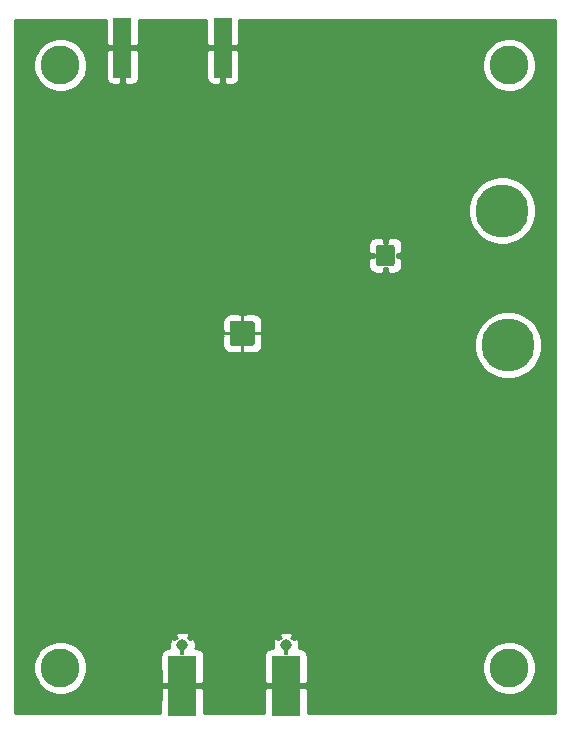
<source format=gbr>
G04 #@! TF.GenerationSoftware,KiCad,Pcbnew,5.1.5-52549c5~84~ubuntu18.04.1*
G04 #@! TF.CreationDate,2020-05-02T14:22:08+09:30*
G04 #@! TF.ProjectId,FirstMixer,46697273-744d-4697-9865-722e6b696361,rev?*
G04 #@! TF.SameCoordinates,Original*
G04 #@! TF.FileFunction,Copper,L2,Bot*
G04 #@! TF.FilePolarity,Positive*
%FSLAX46Y46*%
G04 Gerber Fmt 4.6, Leading zero omitted, Abs format (unit mm)*
G04 Created by KiCad (PCBNEW 5.1.5-52549c5~84~ubuntu18.04.1) date 2020-05-02 14:22:08*
%MOMM*%
%LPD*%
G04 APERTURE LIST*
%ADD10R,2.420000X5.080000*%
%ADD11C,0.970000*%
%ADD12R,0.460000X0.950000*%
%ADD13R,1.500000X5.080000*%
%ADD14C,0.600000*%
%ADD15C,0.100000*%
%ADD16C,0.500000*%
%ADD17C,4.500880*%
%ADD18C,0.800000*%
%ADD19C,3.300000*%
%ADD20C,0.250000*%
%ADD21C,0.254000*%
G04 APERTURE END LIST*
D10*
X107620000Y-166520000D03*
X116380000Y-166520000D03*
D11*
X107620000Y-163080000D03*
X116380000Y-163080000D03*
D12*
X107620000Y-163530000D03*
X116380000Y-163530000D03*
D13*
X111050000Y-112500000D03*
X102550000Y-112500000D03*
D14*
X113450000Y-137450000D03*
X112700000Y-137450000D03*
X111950000Y-137450000D03*
X113450000Y-136700000D03*
X112700000Y-136700000D03*
X111950000Y-136700000D03*
X113450000Y-135950000D03*
X112700000Y-135950000D03*
X111950000Y-135950000D03*
G04 #@! TA.AperFunction,Conductor*
D15*
G36*
X113524504Y-135651204D02*
G01*
X113548773Y-135654804D01*
X113572571Y-135660765D01*
X113595671Y-135669030D01*
X113617849Y-135679520D01*
X113638893Y-135692133D01*
X113658598Y-135706747D01*
X113676777Y-135723223D01*
X113693253Y-135741402D01*
X113707867Y-135761107D01*
X113720480Y-135782151D01*
X113730970Y-135804329D01*
X113739235Y-135827429D01*
X113745196Y-135851227D01*
X113748796Y-135875496D01*
X113750000Y-135900000D01*
X113750000Y-137500000D01*
X113748796Y-137524504D01*
X113745196Y-137548773D01*
X113739235Y-137572571D01*
X113730970Y-137595671D01*
X113720480Y-137617849D01*
X113707867Y-137638893D01*
X113693253Y-137658598D01*
X113676777Y-137676777D01*
X113658598Y-137693253D01*
X113638893Y-137707867D01*
X113617849Y-137720480D01*
X113595671Y-137730970D01*
X113572571Y-137739235D01*
X113548773Y-137745196D01*
X113524504Y-137748796D01*
X113500000Y-137750000D01*
X111900000Y-137750000D01*
X111875496Y-137748796D01*
X111851227Y-137745196D01*
X111827429Y-137739235D01*
X111804329Y-137730970D01*
X111782151Y-137720480D01*
X111761107Y-137707867D01*
X111741402Y-137693253D01*
X111723223Y-137676777D01*
X111706747Y-137658598D01*
X111692133Y-137638893D01*
X111679520Y-137617849D01*
X111669030Y-137595671D01*
X111660765Y-137572571D01*
X111654804Y-137548773D01*
X111651204Y-137524504D01*
X111650000Y-137500000D01*
X111650000Y-135900000D01*
X111651204Y-135875496D01*
X111654804Y-135851227D01*
X111660765Y-135827429D01*
X111669030Y-135804329D01*
X111679520Y-135782151D01*
X111692133Y-135761107D01*
X111706747Y-135741402D01*
X111723223Y-135723223D01*
X111741402Y-135706747D01*
X111761107Y-135692133D01*
X111782151Y-135679520D01*
X111804329Y-135669030D01*
X111827429Y-135660765D01*
X111851227Y-135654804D01*
X111875496Y-135651204D01*
X111900000Y-135650000D01*
X113500000Y-135650000D01*
X113524504Y-135651204D01*
G37*
G04 #@! TD.AperFunction*
D16*
X124250000Y-129450000D03*
X125350000Y-129450000D03*
X124250000Y-130750000D03*
X125350000Y-130750000D03*
G04 #@! TA.AperFunction,Conductor*
D15*
G36*
X125374504Y-129201204D02*
G01*
X125398773Y-129204804D01*
X125422571Y-129210765D01*
X125445671Y-129219030D01*
X125467849Y-129229520D01*
X125488893Y-129242133D01*
X125508598Y-129256747D01*
X125526777Y-129273223D01*
X125543253Y-129291402D01*
X125557867Y-129311107D01*
X125570480Y-129332151D01*
X125580970Y-129354329D01*
X125589235Y-129377429D01*
X125595196Y-129401227D01*
X125598796Y-129425496D01*
X125600000Y-129450000D01*
X125600000Y-130750000D01*
X125598796Y-130774504D01*
X125595196Y-130798773D01*
X125589235Y-130822571D01*
X125580970Y-130845671D01*
X125570480Y-130867849D01*
X125557867Y-130888893D01*
X125543253Y-130908598D01*
X125526777Y-130926777D01*
X125508598Y-130943253D01*
X125488893Y-130957867D01*
X125467849Y-130970480D01*
X125445671Y-130980970D01*
X125422571Y-130989235D01*
X125398773Y-130995196D01*
X125374504Y-130998796D01*
X125350000Y-131000000D01*
X124250000Y-131000000D01*
X124225496Y-130998796D01*
X124201227Y-130995196D01*
X124177429Y-130989235D01*
X124154329Y-130980970D01*
X124132151Y-130970480D01*
X124111107Y-130957867D01*
X124091402Y-130943253D01*
X124073223Y-130926777D01*
X124056747Y-130908598D01*
X124042133Y-130888893D01*
X124029520Y-130867849D01*
X124019030Y-130845671D01*
X124010765Y-130822571D01*
X124004804Y-130798773D01*
X124001204Y-130774504D01*
X124000000Y-130750000D01*
X124000000Y-129450000D01*
X124001204Y-129425496D01*
X124004804Y-129401227D01*
X124010765Y-129377429D01*
X124019030Y-129354329D01*
X124029520Y-129332151D01*
X124042133Y-129311107D01*
X124056747Y-129291402D01*
X124073223Y-129273223D01*
X124091402Y-129256747D01*
X124111107Y-129242133D01*
X124132151Y-129229520D01*
X124154329Y-129219030D01*
X124177429Y-129210765D01*
X124201227Y-129204804D01*
X124225496Y-129201204D01*
X124250000Y-129200000D01*
X125350000Y-129200000D01*
X125374504Y-129201204D01*
G37*
G04 #@! TD.AperFunction*
D17*
X135200000Y-137700000D03*
X134700000Y-126300000D03*
D18*
X109700000Y-145800000D03*
X101100000Y-142300000D03*
X110500000Y-124900000D03*
X137100000Y-120400000D03*
X111200000Y-114200000D03*
X102700000Y-114200000D03*
X104600000Y-110800000D03*
X104200000Y-112800000D03*
X104300000Y-114600000D03*
X104000000Y-116600000D03*
X102800000Y-118100000D03*
X101400000Y-119600000D03*
X100100000Y-120800000D03*
X98700000Y-122100000D03*
X97300000Y-123500000D03*
X96100000Y-124900000D03*
X94900000Y-125900000D03*
X94100000Y-127200000D03*
X101300000Y-116400000D03*
X96500000Y-117400000D03*
X95800000Y-120800000D03*
X93900000Y-121000000D03*
X93900000Y-117100000D03*
X93900000Y-113400000D03*
X93800000Y-110700000D03*
X96600000Y-110600000D03*
X99400000Y-110600000D03*
X100500000Y-112700000D03*
X120500000Y-123700000D03*
X114500000Y-127300000D03*
X114700000Y-131000000D03*
X108200000Y-127600000D03*
X129400000Y-137600000D03*
X110300000Y-147600000D03*
X108700000Y-147600000D03*
X107700000Y-144300000D03*
X107700000Y-142300000D03*
X109300000Y-141400000D03*
X110900000Y-139900000D03*
X109300000Y-138900000D03*
X107500000Y-139400000D03*
X106000000Y-139500000D03*
X104200000Y-139400000D03*
X103000000Y-139500000D03*
X103000000Y-141100000D03*
X103200000Y-143000000D03*
X101400000Y-144300000D03*
X99300000Y-143800000D03*
X99200000Y-142200000D03*
X99200000Y-140400000D03*
X97400000Y-139500000D03*
X95100000Y-139200000D03*
X94400000Y-136500000D03*
X94000000Y-133800000D03*
X93900000Y-131300000D03*
X93900000Y-129300000D03*
X132900000Y-131100000D03*
X132900000Y-129600000D03*
X137200000Y-118600000D03*
X138600000Y-120400000D03*
X137200000Y-122600000D03*
X138500000Y-123700000D03*
X138500000Y-117400000D03*
X138800000Y-114400000D03*
X138600000Y-111500000D03*
X136100000Y-111100000D03*
X132000000Y-110900000D03*
X128900000Y-111000000D03*
X125300000Y-110900000D03*
X122100000Y-110900000D03*
X119100000Y-110900000D03*
X116200000Y-110800000D03*
X113400000Y-111000000D03*
X113100000Y-113100000D03*
X113200000Y-115600000D03*
X111600000Y-116500000D03*
X109800000Y-116500000D03*
X109400000Y-114400000D03*
X109200000Y-111200000D03*
X113900000Y-118000000D03*
X114600000Y-120000000D03*
X114700000Y-121900000D03*
X113100000Y-122900000D03*
X111100000Y-123100000D03*
X108800000Y-123100000D03*
X107100000Y-123800000D03*
X105900000Y-124900000D03*
X104600000Y-126600000D03*
X102500000Y-127600000D03*
X102400000Y-129500000D03*
X100300000Y-129500000D03*
X109900000Y-118400000D03*
X109200000Y-120600000D03*
X107400000Y-121700000D03*
X105600000Y-123400000D03*
X103900000Y-125400000D03*
X102800000Y-126400000D03*
X101300000Y-127700000D03*
X98800000Y-136200000D03*
X99300000Y-129600000D03*
X110200000Y-149800000D03*
X110300000Y-152000000D03*
X110200000Y-154200000D03*
X110200000Y-156400000D03*
X109800000Y-158700000D03*
X110100000Y-160900000D03*
X109800000Y-162800000D03*
X109800000Y-166600000D03*
X105100000Y-166400000D03*
X105300000Y-164000000D03*
X106000000Y-162200000D03*
X107600000Y-161400000D03*
X105100000Y-168000000D03*
X101900000Y-168200000D03*
X99000000Y-168100000D03*
X96800000Y-168100000D03*
X94800000Y-168100000D03*
X93800000Y-165100000D03*
X94100000Y-161700000D03*
X94200000Y-158200000D03*
X94100000Y-155000000D03*
X94100000Y-152600000D03*
X94100000Y-149300000D03*
X94100000Y-146100000D03*
X94200000Y-143300000D03*
X94100000Y-140600000D03*
X116200000Y-155900000D03*
X118000000Y-158100000D03*
X117800000Y-161100000D03*
X118000000Y-162700000D03*
X114400000Y-163000000D03*
X114200000Y-166200000D03*
X118500000Y-166500000D03*
X118700000Y-164600000D03*
X118700000Y-168100000D03*
X121300000Y-168100000D03*
X124460000Y-167640000D03*
X127000000Y-167640000D03*
X129540000Y-167640000D03*
X132080000Y-167640000D03*
X135890000Y-167640000D03*
X138430000Y-166370000D03*
X138430000Y-163830000D03*
X138430000Y-161290000D03*
X138430000Y-158750000D03*
X138430000Y-156210000D03*
X138430000Y-153670000D03*
X138430000Y-149860000D03*
X138430000Y-151130000D03*
X138430000Y-147320000D03*
X138430000Y-144780000D03*
X138430000Y-143510000D03*
X138430000Y-140970000D03*
X138430000Y-138430000D03*
X138430000Y-135890000D03*
X137160000Y-133350000D03*
X138430000Y-132080000D03*
X138430000Y-129540000D03*
X138430000Y-127000000D03*
X135890000Y-129540000D03*
X134620000Y-133350000D03*
X133350000Y-134620000D03*
X130810000Y-134620000D03*
X127000000Y-134620000D03*
X125730000Y-133350000D03*
X124800000Y-132200000D03*
X120650000Y-132080000D03*
X119380000Y-133350000D03*
X116840000Y-134620000D03*
X121920000Y-133350000D03*
X130810000Y-125730000D03*
X132080000Y-123190000D03*
X132080000Y-120650000D03*
X132080000Y-118110000D03*
X132080000Y-115570000D03*
X130810000Y-114300000D03*
X128270000Y-115570000D03*
X125730000Y-113030000D03*
X125730000Y-118110000D03*
X120650000Y-115570000D03*
X119380000Y-120650000D03*
X123190000Y-120650000D03*
X128270000Y-120650000D03*
X115570000Y-153670000D03*
X115570000Y-151130000D03*
X115570000Y-148590000D03*
X115570000Y-146050000D03*
X115570000Y-143510000D03*
X114300000Y-140970000D03*
X115570000Y-139700000D03*
X118110000Y-140970000D03*
X120650000Y-140970000D03*
X123190000Y-140970000D03*
X125730000Y-140970000D03*
X128270000Y-140970000D03*
X130810000Y-140970000D03*
X133350000Y-140970000D03*
X135890000Y-142240000D03*
X97790000Y-147320000D03*
X97790000Y-154940000D03*
X104140000Y-156210000D03*
X102870000Y-149860000D03*
X100330000Y-160020000D03*
X119380000Y-146050000D03*
X127000000Y-146050000D03*
X133350000Y-146050000D03*
X121920000Y-152400000D03*
X121920000Y-158750000D03*
X123190000Y-163830000D03*
X129540000Y-160020000D03*
X127000000Y-153670000D03*
X130810000Y-149860000D03*
X135890000Y-149860000D03*
X134620000Y-158750000D03*
X102100000Y-133800000D03*
X101800000Y-134500000D03*
X122900000Y-132400000D03*
X124000000Y-134300000D03*
D19*
X97300000Y-114000000D03*
X135300000Y-114000000D03*
X97300000Y-165000000D03*
X135300000Y-165000000D03*
D20*
X112700000Y-136700000D02*
X114600000Y-136700000D01*
X111950000Y-136700000D02*
X110200000Y-136700000D01*
X112700000Y-135950000D02*
X112700000Y-135525736D01*
X112700000Y-135525736D02*
X112700000Y-134700000D01*
X112700000Y-136700000D02*
X112700000Y-138900000D01*
X112700000Y-138900000D02*
X112800000Y-139000000D01*
D21*
G36*
X101162316Y-110244386D02*
G01*
X101165000Y-112214250D01*
X101323750Y-112373000D01*
X102423000Y-112373000D01*
X102423000Y-112353000D01*
X102677000Y-112353000D01*
X102677000Y-112373000D01*
X103776250Y-112373000D01*
X103935000Y-112214250D01*
X103937676Y-110250445D01*
X109662341Y-110262945D01*
X109665000Y-112214250D01*
X109823750Y-112373000D01*
X110923000Y-112373000D01*
X110923000Y-112353000D01*
X111177000Y-112353000D01*
X111177000Y-112373000D01*
X112276250Y-112373000D01*
X112435000Y-112214250D01*
X112437650Y-110269004D01*
X138872783Y-110326723D01*
X138773217Y-168473000D01*
X118227272Y-168473000D01*
X118225000Y-166805750D01*
X118066250Y-166647000D01*
X116507000Y-166647000D01*
X116507000Y-166667000D01*
X116253000Y-166667000D01*
X116253000Y-166647000D01*
X114693750Y-166647000D01*
X114535000Y-166805750D01*
X114532728Y-168473000D01*
X109467272Y-168473000D01*
X109465000Y-166805750D01*
X109306250Y-166647000D01*
X107747000Y-166647000D01*
X107747000Y-166667000D01*
X107493000Y-166667000D01*
X107493000Y-166647000D01*
X105933750Y-166647000D01*
X105775000Y-166805750D01*
X105772728Y-168473000D01*
X93460000Y-168473000D01*
X93460000Y-164774947D01*
X95015000Y-164774947D01*
X95015000Y-165225053D01*
X95102811Y-165666510D01*
X95275059Y-166082353D01*
X95525125Y-166456603D01*
X95843397Y-166774875D01*
X96217647Y-167024941D01*
X96633490Y-167197189D01*
X97074947Y-167285000D01*
X97525053Y-167285000D01*
X97966510Y-167197189D01*
X98382353Y-167024941D01*
X98756603Y-166774875D01*
X99074875Y-166456603D01*
X99324941Y-166082353D01*
X99497189Y-165666510D01*
X99585000Y-165225053D01*
X99585000Y-164774947D01*
X99497189Y-164333490D01*
X99350769Y-163980000D01*
X105771928Y-163980000D01*
X105775000Y-166234250D01*
X105933750Y-166393000D01*
X107493000Y-166393000D01*
X107493000Y-166373000D01*
X107747000Y-166373000D01*
X107747000Y-166393000D01*
X109306250Y-166393000D01*
X109465000Y-166234250D01*
X109468072Y-163980000D01*
X114531928Y-163980000D01*
X114535000Y-166234250D01*
X114693750Y-166393000D01*
X116253000Y-166393000D01*
X116253000Y-166373000D01*
X116507000Y-166373000D01*
X116507000Y-166393000D01*
X118066250Y-166393000D01*
X118225000Y-166234250D01*
X118226988Y-164774947D01*
X133015000Y-164774947D01*
X133015000Y-165225053D01*
X133102811Y-165666510D01*
X133275059Y-166082353D01*
X133525125Y-166456603D01*
X133843397Y-166774875D01*
X134217647Y-167024941D01*
X134633490Y-167197189D01*
X135074947Y-167285000D01*
X135525053Y-167285000D01*
X135966510Y-167197189D01*
X136382353Y-167024941D01*
X136756603Y-166774875D01*
X137074875Y-166456603D01*
X137324941Y-166082353D01*
X137497189Y-165666510D01*
X137585000Y-165225053D01*
X137585000Y-164774947D01*
X137497189Y-164333490D01*
X137324941Y-163917647D01*
X137074875Y-163543397D01*
X136756603Y-163225125D01*
X136382353Y-162975059D01*
X135966510Y-162802811D01*
X135525053Y-162715000D01*
X135074947Y-162715000D01*
X134633490Y-162802811D01*
X134217647Y-162975059D01*
X133843397Y-163225125D01*
X133525125Y-163543397D01*
X133275059Y-163917647D01*
X133102811Y-164333490D01*
X133015000Y-164774947D01*
X118226988Y-164774947D01*
X118228072Y-163980000D01*
X118215812Y-163855518D01*
X118179502Y-163735820D01*
X118120537Y-163625506D01*
X118041185Y-163528815D01*
X117944494Y-163449463D01*
X117834180Y-163390498D01*
X117714482Y-163354188D01*
X117590000Y-163341928D01*
X117468986Y-163342330D01*
X117496981Y-163217555D01*
X117502355Y-162996999D01*
X117464596Y-162779633D01*
X117385158Y-162573811D01*
X117359316Y-162525466D01*
X117147416Y-162492189D01*
X117046695Y-162592910D01*
X116975048Y-162531669D01*
X116865937Y-162470507D01*
X116823647Y-162456748D01*
X116967811Y-162312584D01*
X116934534Y-162100684D01*
X116732824Y-162011317D01*
X116517555Y-161963019D01*
X116296999Y-161957645D01*
X116079633Y-161995404D01*
X115873811Y-162074842D01*
X115825466Y-162100684D01*
X115792189Y-162312584D01*
X115936353Y-162456748D01*
X115894063Y-162470507D01*
X115784952Y-162531669D01*
X115713305Y-162592910D01*
X115612584Y-162492189D01*
X115400684Y-162525466D01*
X115311317Y-162727176D01*
X115263019Y-162942445D01*
X115257645Y-163163001D01*
X115288795Y-163342323D01*
X115170000Y-163341928D01*
X115045518Y-163354188D01*
X114925820Y-163390498D01*
X114815506Y-163449463D01*
X114718815Y-163528815D01*
X114639463Y-163625506D01*
X114580498Y-163735820D01*
X114544188Y-163855518D01*
X114531928Y-163980000D01*
X109468072Y-163980000D01*
X109455812Y-163855518D01*
X109419502Y-163735820D01*
X109360537Y-163625506D01*
X109281185Y-163528815D01*
X109184494Y-163449463D01*
X109074180Y-163390498D01*
X108954482Y-163354188D01*
X108830000Y-163341928D01*
X108708986Y-163342330D01*
X108736981Y-163217555D01*
X108742355Y-162996999D01*
X108704596Y-162779633D01*
X108625158Y-162573811D01*
X108599316Y-162525466D01*
X108387416Y-162492189D01*
X108286695Y-162592910D01*
X108215048Y-162531669D01*
X108105937Y-162470507D01*
X108063647Y-162456748D01*
X108207811Y-162312584D01*
X108174534Y-162100684D01*
X107972824Y-162011317D01*
X107757555Y-161963019D01*
X107536999Y-161957645D01*
X107319633Y-161995404D01*
X107113811Y-162074842D01*
X107065466Y-162100684D01*
X107032189Y-162312584D01*
X107176353Y-162456748D01*
X107134063Y-162470507D01*
X107024952Y-162531669D01*
X106953305Y-162592910D01*
X106852584Y-162492189D01*
X106640684Y-162525466D01*
X106551317Y-162727176D01*
X106503019Y-162942445D01*
X106497645Y-163163001D01*
X106528795Y-163342323D01*
X106410000Y-163341928D01*
X106285518Y-163354188D01*
X106165820Y-163390498D01*
X106055506Y-163449463D01*
X105958815Y-163528815D01*
X105879463Y-163625506D01*
X105820498Y-163735820D01*
X105784188Y-163855518D01*
X105771928Y-163980000D01*
X99350769Y-163980000D01*
X99324941Y-163917647D01*
X99074875Y-163543397D01*
X98756603Y-163225125D01*
X98382353Y-162975059D01*
X97966510Y-162802811D01*
X97525053Y-162715000D01*
X97074947Y-162715000D01*
X96633490Y-162802811D01*
X96217647Y-162975059D01*
X95843397Y-163225125D01*
X95525125Y-163543397D01*
X95275059Y-163917647D01*
X95102811Y-164333490D01*
X95015000Y-164774947D01*
X93460000Y-164774947D01*
X93460000Y-135650000D01*
X111011928Y-135650000D01*
X111015000Y-136414250D01*
X111047243Y-136446493D01*
X111021836Y-136572998D01*
X111015000Y-136572998D01*
X111015000Y-136698534D01*
X111014829Y-136790355D01*
X111015000Y-136791223D01*
X111015000Y-136827002D01*
X111022048Y-136827002D01*
X111047013Y-136953737D01*
X111015000Y-136985750D01*
X111011928Y-137750000D01*
X111024188Y-137874482D01*
X111060498Y-137994180D01*
X111119463Y-138104494D01*
X111198815Y-138201185D01*
X111295506Y-138280537D01*
X111405820Y-138339502D01*
X111525518Y-138375812D01*
X111650000Y-138388072D01*
X112414250Y-138385000D01*
X112446493Y-138352757D01*
X112572998Y-138378164D01*
X112572998Y-138385000D01*
X112698534Y-138385000D01*
X112790355Y-138385171D01*
X112791223Y-138385000D01*
X112827002Y-138385000D01*
X112827002Y-138377952D01*
X112953737Y-138352987D01*
X112985750Y-138385000D01*
X113750000Y-138388072D01*
X113874482Y-138375812D01*
X113994180Y-138339502D01*
X114104494Y-138280537D01*
X114201185Y-138201185D01*
X114280537Y-138104494D01*
X114339502Y-137994180D01*
X114375812Y-137874482D01*
X114388072Y-137750000D01*
X114386729Y-137415809D01*
X132314560Y-137415809D01*
X132314560Y-137984191D01*
X132425446Y-138541652D01*
X132642957Y-139066768D01*
X132958733Y-139539361D01*
X133360639Y-139941267D01*
X133833232Y-140257043D01*
X134358348Y-140474554D01*
X134915809Y-140585440D01*
X135484191Y-140585440D01*
X136041652Y-140474554D01*
X136566768Y-140257043D01*
X137039361Y-139941267D01*
X137441267Y-139539361D01*
X137757043Y-139066768D01*
X137974554Y-138541652D01*
X138085440Y-137984191D01*
X138085440Y-137415809D01*
X137974554Y-136858348D01*
X137757043Y-136333232D01*
X137441267Y-135860639D01*
X137039361Y-135458733D01*
X136566768Y-135142957D01*
X136041652Y-134925446D01*
X135484191Y-134814560D01*
X134915809Y-134814560D01*
X134358348Y-134925446D01*
X133833232Y-135142957D01*
X133360639Y-135458733D01*
X132958733Y-135860639D01*
X132642957Y-136333232D01*
X132425446Y-136858348D01*
X132314560Y-137415809D01*
X114386729Y-137415809D01*
X114385000Y-136985750D01*
X114352757Y-136953507D01*
X114378164Y-136827002D01*
X114385000Y-136827002D01*
X114385000Y-136701466D01*
X114385171Y-136609645D01*
X114385000Y-136608777D01*
X114385000Y-136572998D01*
X114377952Y-136572998D01*
X114352987Y-136446263D01*
X114385000Y-136414250D01*
X114388072Y-135650000D01*
X114375812Y-135525518D01*
X114339502Y-135405820D01*
X114280537Y-135295506D01*
X114201185Y-135198815D01*
X114104494Y-135119463D01*
X113994180Y-135060498D01*
X113874482Y-135024188D01*
X113750000Y-135011928D01*
X112985750Y-135015000D01*
X112953507Y-135047243D01*
X112827002Y-135021836D01*
X112827002Y-135015000D01*
X112701466Y-135015000D01*
X112609645Y-135014829D01*
X112608777Y-135015000D01*
X112572998Y-135015000D01*
X112572998Y-135022048D01*
X112446263Y-135047013D01*
X112414250Y-135015000D01*
X111650000Y-135011928D01*
X111525518Y-135024188D01*
X111405820Y-135060498D01*
X111295506Y-135119463D01*
X111198815Y-135198815D01*
X111119463Y-135295506D01*
X111060498Y-135405820D01*
X111024188Y-135525518D01*
X111011928Y-135650000D01*
X93460000Y-135650000D01*
X93460000Y-129200000D01*
X123361928Y-129200000D01*
X123365000Y-129814250D01*
X123523750Y-129973000D01*
X123831658Y-129973000D01*
X123830141Y-130043807D01*
X123827784Y-130046164D01*
X123828937Y-130100000D01*
X123827784Y-130153836D01*
X123830141Y-130156193D01*
X123831658Y-130227000D01*
X123523750Y-130227000D01*
X123365000Y-130385750D01*
X123361928Y-131000000D01*
X123374188Y-131124482D01*
X123410498Y-131244180D01*
X123469463Y-131354494D01*
X123548815Y-131451185D01*
X123645506Y-131530537D01*
X123755820Y-131589502D01*
X123875518Y-131625812D01*
X124000000Y-131638072D01*
X124514250Y-131635000D01*
X124576416Y-131572834D01*
X124668174Y-131534827D01*
X124669351Y-131479899D01*
X124673000Y-131476250D01*
X124673000Y-131170484D01*
X124753836Y-131172216D01*
X124800000Y-131126052D01*
X124846164Y-131172216D01*
X124927000Y-131170484D01*
X124927000Y-131476250D01*
X124930649Y-131479899D01*
X124931826Y-131534827D01*
X125023344Y-131572594D01*
X125085750Y-131635000D01*
X125600000Y-131638072D01*
X125724482Y-131625812D01*
X125844180Y-131589502D01*
X125954494Y-131530537D01*
X126051185Y-131451185D01*
X126130537Y-131354494D01*
X126189502Y-131244180D01*
X126225812Y-131124482D01*
X126238072Y-131000000D01*
X126235000Y-130385750D01*
X126076250Y-130227000D01*
X125768342Y-130227000D01*
X125769859Y-130156193D01*
X125772216Y-130153836D01*
X125771063Y-130100000D01*
X125772216Y-130046164D01*
X125769859Y-130043807D01*
X125768342Y-129973000D01*
X126076250Y-129973000D01*
X126235000Y-129814250D01*
X126238072Y-129200000D01*
X126225812Y-129075518D01*
X126189502Y-128955820D01*
X126130537Y-128845506D01*
X126051185Y-128748815D01*
X125954494Y-128669463D01*
X125844180Y-128610498D01*
X125724482Y-128574188D01*
X125600000Y-128561928D01*
X125085750Y-128565000D01*
X125023584Y-128627166D01*
X124931826Y-128665173D01*
X124930649Y-128720101D01*
X124927000Y-128723750D01*
X124927000Y-129029516D01*
X124846164Y-129027784D01*
X124800000Y-129073948D01*
X124753836Y-129027784D01*
X124673000Y-129029516D01*
X124673000Y-128723750D01*
X124669351Y-128720101D01*
X124668174Y-128665173D01*
X124576656Y-128627406D01*
X124514250Y-128565000D01*
X124000000Y-128561928D01*
X123875518Y-128574188D01*
X123755820Y-128610498D01*
X123645506Y-128669463D01*
X123548815Y-128748815D01*
X123469463Y-128845506D01*
X123410498Y-128955820D01*
X123374188Y-129075518D01*
X123361928Y-129200000D01*
X93460000Y-129200000D01*
X93460000Y-126015809D01*
X131814560Y-126015809D01*
X131814560Y-126584191D01*
X131925446Y-127141652D01*
X132142957Y-127666768D01*
X132458733Y-128139361D01*
X132860639Y-128541267D01*
X133333232Y-128857043D01*
X133858348Y-129074554D01*
X134415809Y-129185440D01*
X134984191Y-129185440D01*
X135541652Y-129074554D01*
X136066768Y-128857043D01*
X136539361Y-128541267D01*
X136941267Y-128139361D01*
X137257043Y-127666768D01*
X137474554Y-127141652D01*
X137585440Y-126584191D01*
X137585440Y-126015809D01*
X137474554Y-125458348D01*
X137257043Y-124933232D01*
X136941267Y-124460639D01*
X136539361Y-124058733D01*
X136066768Y-123742957D01*
X135541652Y-123525446D01*
X134984191Y-123414560D01*
X134415809Y-123414560D01*
X133858348Y-123525446D01*
X133333232Y-123742957D01*
X132860639Y-124058733D01*
X132458733Y-124460639D01*
X132142957Y-124933232D01*
X131925446Y-125458348D01*
X131814560Y-126015809D01*
X93460000Y-126015809D01*
X93460000Y-113774947D01*
X95015000Y-113774947D01*
X95015000Y-114225053D01*
X95102811Y-114666510D01*
X95275059Y-115082353D01*
X95525125Y-115456603D01*
X95843397Y-115774875D01*
X96217647Y-116024941D01*
X96633490Y-116197189D01*
X97074947Y-116285000D01*
X97525053Y-116285000D01*
X97966510Y-116197189D01*
X98382353Y-116024941D01*
X98756603Y-115774875D01*
X99074875Y-115456603D01*
X99324941Y-115082353D01*
X99342484Y-115040000D01*
X101161928Y-115040000D01*
X101174188Y-115164482D01*
X101210498Y-115284180D01*
X101269463Y-115394494D01*
X101348815Y-115491185D01*
X101445506Y-115570537D01*
X101555820Y-115629502D01*
X101675518Y-115665812D01*
X101800000Y-115678072D01*
X102264250Y-115675000D01*
X102423000Y-115516250D01*
X102423000Y-112627000D01*
X102677000Y-112627000D01*
X102677000Y-115516250D01*
X102835750Y-115675000D01*
X103300000Y-115678072D01*
X103424482Y-115665812D01*
X103544180Y-115629502D01*
X103654494Y-115570537D01*
X103751185Y-115491185D01*
X103830537Y-115394494D01*
X103889502Y-115284180D01*
X103925812Y-115164482D01*
X103938072Y-115040000D01*
X109661928Y-115040000D01*
X109674188Y-115164482D01*
X109710498Y-115284180D01*
X109769463Y-115394494D01*
X109848815Y-115491185D01*
X109945506Y-115570537D01*
X110055820Y-115629502D01*
X110175518Y-115665812D01*
X110300000Y-115678072D01*
X110764250Y-115675000D01*
X110923000Y-115516250D01*
X110923000Y-112627000D01*
X111177000Y-112627000D01*
X111177000Y-115516250D01*
X111335750Y-115675000D01*
X111800000Y-115678072D01*
X111924482Y-115665812D01*
X112044180Y-115629502D01*
X112154494Y-115570537D01*
X112251185Y-115491185D01*
X112330537Y-115394494D01*
X112389502Y-115284180D01*
X112425812Y-115164482D01*
X112438072Y-115040000D01*
X112436349Y-113774947D01*
X133015000Y-113774947D01*
X133015000Y-114225053D01*
X133102811Y-114666510D01*
X133275059Y-115082353D01*
X133525125Y-115456603D01*
X133843397Y-115774875D01*
X134217647Y-116024941D01*
X134633490Y-116197189D01*
X135074947Y-116285000D01*
X135525053Y-116285000D01*
X135966510Y-116197189D01*
X136382353Y-116024941D01*
X136756603Y-115774875D01*
X137074875Y-115456603D01*
X137324941Y-115082353D01*
X137497189Y-114666510D01*
X137585000Y-114225053D01*
X137585000Y-113774947D01*
X137497189Y-113333490D01*
X137324941Y-112917647D01*
X137074875Y-112543397D01*
X136756603Y-112225125D01*
X136382353Y-111975059D01*
X135966510Y-111802811D01*
X135525053Y-111715000D01*
X135074947Y-111715000D01*
X134633490Y-111802811D01*
X134217647Y-111975059D01*
X133843397Y-112225125D01*
X133525125Y-112543397D01*
X133275059Y-112917647D01*
X133102811Y-113333490D01*
X133015000Y-113774947D01*
X112436349Y-113774947D01*
X112435000Y-112785750D01*
X112276250Y-112627000D01*
X111177000Y-112627000D01*
X110923000Y-112627000D01*
X109823750Y-112627000D01*
X109665000Y-112785750D01*
X109661928Y-115040000D01*
X103938072Y-115040000D01*
X103935000Y-112785750D01*
X103776250Y-112627000D01*
X102677000Y-112627000D01*
X102423000Y-112627000D01*
X101323750Y-112627000D01*
X101165000Y-112785750D01*
X101161928Y-115040000D01*
X99342484Y-115040000D01*
X99497189Y-114666510D01*
X99585000Y-114225053D01*
X99585000Y-113774947D01*
X99497189Y-113333490D01*
X99324941Y-112917647D01*
X99074875Y-112543397D01*
X98756603Y-112225125D01*
X98382353Y-111975059D01*
X97966510Y-111802811D01*
X97525053Y-111715000D01*
X97074947Y-111715000D01*
X96633490Y-111802811D01*
X96217647Y-111975059D01*
X95843397Y-112225125D01*
X95525125Y-112543397D01*
X95275059Y-112917647D01*
X95102811Y-113333490D01*
X95015000Y-113774947D01*
X93460000Y-113774947D01*
X93460000Y-110227568D01*
X101162316Y-110244386D01*
G37*
X101162316Y-110244386D02*
X101165000Y-112214250D01*
X101323750Y-112373000D01*
X102423000Y-112373000D01*
X102423000Y-112353000D01*
X102677000Y-112353000D01*
X102677000Y-112373000D01*
X103776250Y-112373000D01*
X103935000Y-112214250D01*
X103937676Y-110250445D01*
X109662341Y-110262945D01*
X109665000Y-112214250D01*
X109823750Y-112373000D01*
X110923000Y-112373000D01*
X110923000Y-112353000D01*
X111177000Y-112353000D01*
X111177000Y-112373000D01*
X112276250Y-112373000D01*
X112435000Y-112214250D01*
X112437650Y-110269004D01*
X138872783Y-110326723D01*
X138773217Y-168473000D01*
X118227272Y-168473000D01*
X118225000Y-166805750D01*
X118066250Y-166647000D01*
X116507000Y-166647000D01*
X116507000Y-166667000D01*
X116253000Y-166667000D01*
X116253000Y-166647000D01*
X114693750Y-166647000D01*
X114535000Y-166805750D01*
X114532728Y-168473000D01*
X109467272Y-168473000D01*
X109465000Y-166805750D01*
X109306250Y-166647000D01*
X107747000Y-166647000D01*
X107747000Y-166667000D01*
X107493000Y-166667000D01*
X107493000Y-166647000D01*
X105933750Y-166647000D01*
X105775000Y-166805750D01*
X105772728Y-168473000D01*
X93460000Y-168473000D01*
X93460000Y-164774947D01*
X95015000Y-164774947D01*
X95015000Y-165225053D01*
X95102811Y-165666510D01*
X95275059Y-166082353D01*
X95525125Y-166456603D01*
X95843397Y-166774875D01*
X96217647Y-167024941D01*
X96633490Y-167197189D01*
X97074947Y-167285000D01*
X97525053Y-167285000D01*
X97966510Y-167197189D01*
X98382353Y-167024941D01*
X98756603Y-166774875D01*
X99074875Y-166456603D01*
X99324941Y-166082353D01*
X99497189Y-165666510D01*
X99585000Y-165225053D01*
X99585000Y-164774947D01*
X99497189Y-164333490D01*
X99350769Y-163980000D01*
X105771928Y-163980000D01*
X105775000Y-166234250D01*
X105933750Y-166393000D01*
X107493000Y-166393000D01*
X107493000Y-166373000D01*
X107747000Y-166373000D01*
X107747000Y-166393000D01*
X109306250Y-166393000D01*
X109465000Y-166234250D01*
X109468072Y-163980000D01*
X114531928Y-163980000D01*
X114535000Y-166234250D01*
X114693750Y-166393000D01*
X116253000Y-166393000D01*
X116253000Y-166373000D01*
X116507000Y-166373000D01*
X116507000Y-166393000D01*
X118066250Y-166393000D01*
X118225000Y-166234250D01*
X118226988Y-164774947D01*
X133015000Y-164774947D01*
X133015000Y-165225053D01*
X133102811Y-165666510D01*
X133275059Y-166082353D01*
X133525125Y-166456603D01*
X133843397Y-166774875D01*
X134217647Y-167024941D01*
X134633490Y-167197189D01*
X135074947Y-167285000D01*
X135525053Y-167285000D01*
X135966510Y-167197189D01*
X136382353Y-167024941D01*
X136756603Y-166774875D01*
X137074875Y-166456603D01*
X137324941Y-166082353D01*
X137497189Y-165666510D01*
X137585000Y-165225053D01*
X137585000Y-164774947D01*
X137497189Y-164333490D01*
X137324941Y-163917647D01*
X137074875Y-163543397D01*
X136756603Y-163225125D01*
X136382353Y-162975059D01*
X135966510Y-162802811D01*
X135525053Y-162715000D01*
X135074947Y-162715000D01*
X134633490Y-162802811D01*
X134217647Y-162975059D01*
X133843397Y-163225125D01*
X133525125Y-163543397D01*
X133275059Y-163917647D01*
X133102811Y-164333490D01*
X133015000Y-164774947D01*
X118226988Y-164774947D01*
X118228072Y-163980000D01*
X118215812Y-163855518D01*
X118179502Y-163735820D01*
X118120537Y-163625506D01*
X118041185Y-163528815D01*
X117944494Y-163449463D01*
X117834180Y-163390498D01*
X117714482Y-163354188D01*
X117590000Y-163341928D01*
X117468986Y-163342330D01*
X117496981Y-163217555D01*
X117502355Y-162996999D01*
X117464596Y-162779633D01*
X117385158Y-162573811D01*
X117359316Y-162525466D01*
X117147416Y-162492189D01*
X117046695Y-162592910D01*
X116975048Y-162531669D01*
X116865937Y-162470507D01*
X116823647Y-162456748D01*
X116967811Y-162312584D01*
X116934534Y-162100684D01*
X116732824Y-162011317D01*
X116517555Y-161963019D01*
X116296999Y-161957645D01*
X116079633Y-161995404D01*
X115873811Y-162074842D01*
X115825466Y-162100684D01*
X115792189Y-162312584D01*
X115936353Y-162456748D01*
X115894063Y-162470507D01*
X115784952Y-162531669D01*
X115713305Y-162592910D01*
X115612584Y-162492189D01*
X115400684Y-162525466D01*
X115311317Y-162727176D01*
X115263019Y-162942445D01*
X115257645Y-163163001D01*
X115288795Y-163342323D01*
X115170000Y-163341928D01*
X115045518Y-163354188D01*
X114925820Y-163390498D01*
X114815506Y-163449463D01*
X114718815Y-163528815D01*
X114639463Y-163625506D01*
X114580498Y-163735820D01*
X114544188Y-163855518D01*
X114531928Y-163980000D01*
X109468072Y-163980000D01*
X109455812Y-163855518D01*
X109419502Y-163735820D01*
X109360537Y-163625506D01*
X109281185Y-163528815D01*
X109184494Y-163449463D01*
X109074180Y-163390498D01*
X108954482Y-163354188D01*
X108830000Y-163341928D01*
X108708986Y-163342330D01*
X108736981Y-163217555D01*
X108742355Y-162996999D01*
X108704596Y-162779633D01*
X108625158Y-162573811D01*
X108599316Y-162525466D01*
X108387416Y-162492189D01*
X108286695Y-162592910D01*
X108215048Y-162531669D01*
X108105937Y-162470507D01*
X108063647Y-162456748D01*
X108207811Y-162312584D01*
X108174534Y-162100684D01*
X107972824Y-162011317D01*
X107757555Y-161963019D01*
X107536999Y-161957645D01*
X107319633Y-161995404D01*
X107113811Y-162074842D01*
X107065466Y-162100684D01*
X107032189Y-162312584D01*
X107176353Y-162456748D01*
X107134063Y-162470507D01*
X107024952Y-162531669D01*
X106953305Y-162592910D01*
X106852584Y-162492189D01*
X106640684Y-162525466D01*
X106551317Y-162727176D01*
X106503019Y-162942445D01*
X106497645Y-163163001D01*
X106528795Y-163342323D01*
X106410000Y-163341928D01*
X106285518Y-163354188D01*
X106165820Y-163390498D01*
X106055506Y-163449463D01*
X105958815Y-163528815D01*
X105879463Y-163625506D01*
X105820498Y-163735820D01*
X105784188Y-163855518D01*
X105771928Y-163980000D01*
X99350769Y-163980000D01*
X99324941Y-163917647D01*
X99074875Y-163543397D01*
X98756603Y-163225125D01*
X98382353Y-162975059D01*
X97966510Y-162802811D01*
X97525053Y-162715000D01*
X97074947Y-162715000D01*
X96633490Y-162802811D01*
X96217647Y-162975059D01*
X95843397Y-163225125D01*
X95525125Y-163543397D01*
X95275059Y-163917647D01*
X95102811Y-164333490D01*
X95015000Y-164774947D01*
X93460000Y-164774947D01*
X93460000Y-135650000D01*
X111011928Y-135650000D01*
X111015000Y-136414250D01*
X111047243Y-136446493D01*
X111021836Y-136572998D01*
X111015000Y-136572998D01*
X111015000Y-136698534D01*
X111014829Y-136790355D01*
X111015000Y-136791223D01*
X111015000Y-136827002D01*
X111022048Y-136827002D01*
X111047013Y-136953737D01*
X111015000Y-136985750D01*
X111011928Y-137750000D01*
X111024188Y-137874482D01*
X111060498Y-137994180D01*
X111119463Y-138104494D01*
X111198815Y-138201185D01*
X111295506Y-138280537D01*
X111405820Y-138339502D01*
X111525518Y-138375812D01*
X111650000Y-138388072D01*
X112414250Y-138385000D01*
X112446493Y-138352757D01*
X112572998Y-138378164D01*
X112572998Y-138385000D01*
X112698534Y-138385000D01*
X112790355Y-138385171D01*
X112791223Y-138385000D01*
X112827002Y-138385000D01*
X112827002Y-138377952D01*
X112953737Y-138352987D01*
X112985750Y-138385000D01*
X113750000Y-138388072D01*
X113874482Y-138375812D01*
X113994180Y-138339502D01*
X114104494Y-138280537D01*
X114201185Y-138201185D01*
X114280537Y-138104494D01*
X114339502Y-137994180D01*
X114375812Y-137874482D01*
X114388072Y-137750000D01*
X114386729Y-137415809D01*
X132314560Y-137415809D01*
X132314560Y-137984191D01*
X132425446Y-138541652D01*
X132642957Y-139066768D01*
X132958733Y-139539361D01*
X133360639Y-139941267D01*
X133833232Y-140257043D01*
X134358348Y-140474554D01*
X134915809Y-140585440D01*
X135484191Y-140585440D01*
X136041652Y-140474554D01*
X136566768Y-140257043D01*
X137039361Y-139941267D01*
X137441267Y-139539361D01*
X137757043Y-139066768D01*
X137974554Y-138541652D01*
X138085440Y-137984191D01*
X138085440Y-137415809D01*
X137974554Y-136858348D01*
X137757043Y-136333232D01*
X137441267Y-135860639D01*
X137039361Y-135458733D01*
X136566768Y-135142957D01*
X136041652Y-134925446D01*
X135484191Y-134814560D01*
X134915809Y-134814560D01*
X134358348Y-134925446D01*
X133833232Y-135142957D01*
X133360639Y-135458733D01*
X132958733Y-135860639D01*
X132642957Y-136333232D01*
X132425446Y-136858348D01*
X132314560Y-137415809D01*
X114386729Y-137415809D01*
X114385000Y-136985750D01*
X114352757Y-136953507D01*
X114378164Y-136827002D01*
X114385000Y-136827002D01*
X114385000Y-136701466D01*
X114385171Y-136609645D01*
X114385000Y-136608777D01*
X114385000Y-136572998D01*
X114377952Y-136572998D01*
X114352987Y-136446263D01*
X114385000Y-136414250D01*
X114388072Y-135650000D01*
X114375812Y-135525518D01*
X114339502Y-135405820D01*
X114280537Y-135295506D01*
X114201185Y-135198815D01*
X114104494Y-135119463D01*
X113994180Y-135060498D01*
X113874482Y-135024188D01*
X113750000Y-135011928D01*
X112985750Y-135015000D01*
X112953507Y-135047243D01*
X112827002Y-135021836D01*
X112827002Y-135015000D01*
X112701466Y-135015000D01*
X112609645Y-135014829D01*
X112608777Y-135015000D01*
X112572998Y-135015000D01*
X112572998Y-135022048D01*
X112446263Y-135047013D01*
X112414250Y-135015000D01*
X111650000Y-135011928D01*
X111525518Y-135024188D01*
X111405820Y-135060498D01*
X111295506Y-135119463D01*
X111198815Y-135198815D01*
X111119463Y-135295506D01*
X111060498Y-135405820D01*
X111024188Y-135525518D01*
X111011928Y-135650000D01*
X93460000Y-135650000D01*
X93460000Y-129200000D01*
X123361928Y-129200000D01*
X123365000Y-129814250D01*
X123523750Y-129973000D01*
X123831658Y-129973000D01*
X123830141Y-130043807D01*
X123827784Y-130046164D01*
X123828937Y-130100000D01*
X123827784Y-130153836D01*
X123830141Y-130156193D01*
X123831658Y-130227000D01*
X123523750Y-130227000D01*
X123365000Y-130385750D01*
X123361928Y-131000000D01*
X123374188Y-131124482D01*
X123410498Y-131244180D01*
X123469463Y-131354494D01*
X123548815Y-131451185D01*
X123645506Y-131530537D01*
X123755820Y-131589502D01*
X123875518Y-131625812D01*
X124000000Y-131638072D01*
X124514250Y-131635000D01*
X124576416Y-131572834D01*
X124668174Y-131534827D01*
X124669351Y-131479899D01*
X124673000Y-131476250D01*
X124673000Y-131170484D01*
X124753836Y-131172216D01*
X124800000Y-131126052D01*
X124846164Y-131172216D01*
X124927000Y-131170484D01*
X124927000Y-131476250D01*
X124930649Y-131479899D01*
X124931826Y-131534827D01*
X125023344Y-131572594D01*
X125085750Y-131635000D01*
X125600000Y-131638072D01*
X125724482Y-131625812D01*
X125844180Y-131589502D01*
X125954494Y-131530537D01*
X126051185Y-131451185D01*
X126130537Y-131354494D01*
X126189502Y-131244180D01*
X126225812Y-131124482D01*
X126238072Y-131000000D01*
X126235000Y-130385750D01*
X126076250Y-130227000D01*
X125768342Y-130227000D01*
X125769859Y-130156193D01*
X125772216Y-130153836D01*
X125771063Y-130100000D01*
X125772216Y-130046164D01*
X125769859Y-130043807D01*
X125768342Y-129973000D01*
X126076250Y-129973000D01*
X126235000Y-129814250D01*
X126238072Y-129200000D01*
X126225812Y-129075518D01*
X126189502Y-128955820D01*
X126130537Y-128845506D01*
X126051185Y-128748815D01*
X125954494Y-128669463D01*
X125844180Y-128610498D01*
X125724482Y-128574188D01*
X125600000Y-128561928D01*
X125085750Y-128565000D01*
X125023584Y-128627166D01*
X124931826Y-128665173D01*
X124930649Y-128720101D01*
X124927000Y-128723750D01*
X124927000Y-129029516D01*
X124846164Y-129027784D01*
X124800000Y-129073948D01*
X124753836Y-129027784D01*
X124673000Y-129029516D01*
X124673000Y-128723750D01*
X124669351Y-128720101D01*
X124668174Y-128665173D01*
X124576656Y-128627406D01*
X124514250Y-128565000D01*
X124000000Y-128561928D01*
X123875518Y-128574188D01*
X123755820Y-128610498D01*
X123645506Y-128669463D01*
X123548815Y-128748815D01*
X123469463Y-128845506D01*
X123410498Y-128955820D01*
X123374188Y-129075518D01*
X123361928Y-129200000D01*
X93460000Y-129200000D01*
X93460000Y-126015809D01*
X131814560Y-126015809D01*
X131814560Y-126584191D01*
X131925446Y-127141652D01*
X132142957Y-127666768D01*
X132458733Y-128139361D01*
X132860639Y-128541267D01*
X133333232Y-128857043D01*
X133858348Y-129074554D01*
X134415809Y-129185440D01*
X134984191Y-129185440D01*
X135541652Y-129074554D01*
X136066768Y-128857043D01*
X136539361Y-128541267D01*
X136941267Y-128139361D01*
X137257043Y-127666768D01*
X137474554Y-127141652D01*
X137585440Y-126584191D01*
X137585440Y-126015809D01*
X137474554Y-125458348D01*
X137257043Y-124933232D01*
X136941267Y-124460639D01*
X136539361Y-124058733D01*
X136066768Y-123742957D01*
X135541652Y-123525446D01*
X134984191Y-123414560D01*
X134415809Y-123414560D01*
X133858348Y-123525446D01*
X133333232Y-123742957D01*
X132860639Y-124058733D01*
X132458733Y-124460639D01*
X132142957Y-124933232D01*
X131925446Y-125458348D01*
X131814560Y-126015809D01*
X93460000Y-126015809D01*
X93460000Y-113774947D01*
X95015000Y-113774947D01*
X95015000Y-114225053D01*
X95102811Y-114666510D01*
X95275059Y-115082353D01*
X95525125Y-115456603D01*
X95843397Y-115774875D01*
X96217647Y-116024941D01*
X96633490Y-116197189D01*
X97074947Y-116285000D01*
X97525053Y-116285000D01*
X97966510Y-116197189D01*
X98382353Y-116024941D01*
X98756603Y-115774875D01*
X99074875Y-115456603D01*
X99324941Y-115082353D01*
X99342484Y-115040000D01*
X101161928Y-115040000D01*
X101174188Y-115164482D01*
X101210498Y-115284180D01*
X101269463Y-115394494D01*
X101348815Y-115491185D01*
X101445506Y-115570537D01*
X101555820Y-115629502D01*
X101675518Y-115665812D01*
X101800000Y-115678072D01*
X102264250Y-115675000D01*
X102423000Y-115516250D01*
X102423000Y-112627000D01*
X102677000Y-112627000D01*
X102677000Y-115516250D01*
X102835750Y-115675000D01*
X103300000Y-115678072D01*
X103424482Y-115665812D01*
X103544180Y-115629502D01*
X103654494Y-115570537D01*
X103751185Y-115491185D01*
X103830537Y-115394494D01*
X103889502Y-115284180D01*
X103925812Y-115164482D01*
X103938072Y-115040000D01*
X109661928Y-115040000D01*
X109674188Y-115164482D01*
X109710498Y-115284180D01*
X109769463Y-115394494D01*
X109848815Y-115491185D01*
X109945506Y-115570537D01*
X110055820Y-115629502D01*
X110175518Y-115665812D01*
X110300000Y-115678072D01*
X110764250Y-115675000D01*
X110923000Y-115516250D01*
X110923000Y-112627000D01*
X111177000Y-112627000D01*
X111177000Y-115516250D01*
X111335750Y-115675000D01*
X111800000Y-115678072D01*
X111924482Y-115665812D01*
X112044180Y-115629502D01*
X112154494Y-115570537D01*
X112251185Y-115491185D01*
X112330537Y-115394494D01*
X112389502Y-115284180D01*
X112425812Y-115164482D01*
X112438072Y-115040000D01*
X112436349Y-113774947D01*
X133015000Y-113774947D01*
X133015000Y-114225053D01*
X133102811Y-114666510D01*
X133275059Y-115082353D01*
X133525125Y-115456603D01*
X133843397Y-115774875D01*
X134217647Y-116024941D01*
X134633490Y-116197189D01*
X135074947Y-116285000D01*
X135525053Y-116285000D01*
X135966510Y-116197189D01*
X136382353Y-116024941D01*
X136756603Y-115774875D01*
X137074875Y-115456603D01*
X137324941Y-115082353D01*
X137497189Y-114666510D01*
X137585000Y-114225053D01*
X137585000Y-113774947D01*
X137497189Y-113333490D01*
X137324941Y-112917647D01*
X137074875Y-112543397D01*
X136756603Y-112225125D01*
X136382353Y-111975059D01*
X135966510Y-111802811D01*
X135525053Y-111715000D01*
X135074947Y-111715000D01*
X134633490Y-111802811D01*
X134217647Y-111975059D01*
X133843397Y-112225125D01*
X133525125Y-112543397D01*
X133275059Y-112917647D01*
X133102811Y-113333490D01*
X133015000Y-113774947D01*
X112436349Y-113774947D01*
X112435000Y-112785750D01*
X112276250Y-112627000D01*
X111177000Y-112627000D01*
X110923000Y-112627000D01*
X109823750Y-112627000D01*
X109665000Y-112785750D01*
X109661928Y-115040000D01*
X103938072Y-115040000D01*
X103935000Y-112785750D01*
X103776250Y-112627000D01*
X102677000Y-112627000D01*
X102423000Y-112627000D01*
X101323750Y-112627000D01*
X101165000Y-112785750D01*
X101161928Y-115040000D01*
X99342484Y-115040000D01*
X99497189Y-114666510D01*
X99585000Y-114225053D01*
X99585000Y-113774947D01*
X99497189Y-113333490D01*
X99324941Y-112917647D01*
X99074875Y-112543397D01*
X98756603Y-112225125D01*
X98382353Y-111975059D01*
X97966510Y-111802811D01*
X97525053Y-111715000D01*
X97074947Y-111715000D01*
X96633490Y-111802811D01*
X96217647Y-111975059D01*
X95843397Y-112225125D01*
X95525125Y-112543397D01*
X95275059Y-112917647D01*
X95102811Y-113333490D01*
X95015000Y-113774947D01*
X93460000Y-113774947D01*
X93460000Y-110227568D01*
X101162316Y-110244386D01*
G36*
X124846164Y-129872216D02*
G01*
X124927000Y-129870484D01*
X124927000Y-129973000D01*
X124931658Y-129973000D01*
X124930141Y-130043807D01*
X124927784Y-130046164D01*
X124928937Y-130100000D01*
X124927784Y-130153836D01*
X124930141Y-130156193D01*
X124931658Y-130227000D01*
X124927000Y-130227000D01*
X124927000Y-130329516D01*
X124846164Y-130327784D01*
X124800000Y-130373948D01*
X124753836Y-130327784D01*
X124673000Y-130329516D01*
X124673000Y-130227000D01*
X124668342Y-130227000D01*
X124669859Y-130156193D01*
X124672216Y-130153836D01*
X124671063Y-130100000D01*
X124672216Y-130046164D01*
X124669859Y-130043807D01*
X124668342Y-129973000D01*
X124673000Y-129973000D01*
X124673000Y-129870484D01*
X124753836Y-129872216D01*
X124800000Y-129826052D01*
X124846164Y-129872216D01*
G37*
X124846164Y-129872216D02*
X124927000Y-129870484D01*
X124927000Y-129973000D01*
X124931658Y-129973000D01*
X124930141Y-130043807D01*
X124927784Y-130046164D01*
X124928937Y-130100000D01*
X124927784Y-130153836D01*
X124930141Y-130156193D01*
X124931658Y-130227000D01*
X124927000Y-130227000D01*
X124927000Y-130329516D01*
X124846164Y-130327784D01*
X124800000Y-130373948D01*
X124753836Y-130327784D01*
X124673000Y-130329516D01*
X124673000Y-130227000D01*
X124668342Y-130227000D01*
X124669859Y-130156193D01*
X124672216Y-130153836D01*
X124671063Y-130100000D01*
X124672216Y-130046164D01*
X124669859Y-130043807D01*
X124668342Y-129973000D01*
X124673000Y-129973000D01*
X124673000Y-129870484D01*
X124753836Y-129872216D01*
X124800000Y-129826052D01*
X124846164Y-129872216D01*
G36*
X101165000Y-112214250D02*
G01*
X101323750Y-112373000D01*
X102423000Y-112373000D01*
X102423000Y-112353000D01*
X102677000Y-112353000D01*
X102677000Y-112373000D01*
X103776250Y-112373000D01*
X103935000Y-112214250D01*
X103937436Y-110427000D01*
X109662564Y-110427000D01*
X109665000Y-112214250D01*
X109823750Y-112373000D01*
X110923000Y-112373000D01*
X110923000Y-112353000D01*
X111177000Y-112353000D01*
X111177000Y-112373000D01*
X112276250Y-112373000D01*
X112435000Y-112214250D01*
X112437436Y-110427000D01*
X138973217Y-110427000D01*
X139072782Y-168573000D01*
X118227408Y-168573000D01*
X118225000Y-166805750D01*
X118066250Y-166647000D01*
X116507000Y-166647000D01*
X116507000Y-166667000D01*
X116253000Y-166667000D01*
X116253000Y-166647000D01*
X114693750Y-166647000D01*
X114535000Y-166805750D01*
X114532592Y-168573000D01*
X109467408Y-168573000D01*
X109465000Y-166805750D01*
X109306250Y-166647000D01*
X107747000Y-166647000D01*
X107747000Y-166667000D01*
X107493000Y-166667000D01*
X107493000Y-166647000D01*
X105933750Y-166647000D01*
X105775000Y-166805750D01*
X105772592Y-168573000D01*
X93460000Y-168573000D01*
X93460000Y-164774947D01*
X95015000Y-164774947D01*
X95015000Y-165225053D01*
X95102811Y-165666510D01*
X95275059Y-166082353D01*
X95525125Y-166456603D01*
X95843397Y-166774875D01*
X96217647Y-167024941D01*
X96633490Y-167197189D01*
X97074947Y-167285000D01*
X97525053Y-167285000D01*
X97966510Y-167197189D01*
X98382353Y-167024941D01*
X98756603Y-166774875D01*
X99074875Y-166456603D01*
X99324941Y-166082353D01*
X99497189Y-165666510D01*
X99585000Y-165225053D01*
X99585000Y-164774947D01*
X99497189Y-164333490D01*
X99350769Y-163980000D01*
X105771928Y-163980000D01*
X105775000Y-166234250D01*
X105933750Y-166393000D01*
X107493000Y-166393000D01*
X107493000Y-166373000D01*
X107747000Y-166373000D01*
X107747000Y-166393000D01*
X109306250Y-166393000D01*
X109465000Y-166234250D01*
X109468072Y-163980000D01*
X114531928Y-163980000D01*
X114535000Y-166234250D01*
X114693750Y-166393000D01*
X116253000Y-166393000D01*
X116253000Y-166373000D01*
X116507000Y-166373000D01*
X116507000Y-166393000D01*
X118066250Y-166393000D01*
X118225000Y-166234250D01*
X118226988Y-164774947D01*
X133015000Y-164774947D01*
X133015000Y-165225053D01*
X133102811Y-165666510D01*
X133275059Y-166082353D01*
X133525125Y-166456603D01*
X133843397Y-166774875D01*
X134217647Y-167024941D01*
X134633490Y-167197189D01*
X135074947Y-167285000D01*
X135525053Y-167285000D01*
X135966510Y-167197189D01*
X136382353Y-167024941D01*
X136756603Y-166774875D01*
X137074875Y-166456603D01*
X137324941Y-166082353D01*
X137497189Y-165666510D01*
X137585000Y-165225053D01*
X137585000Y-164774947D01*
X137497189Y-164333490D01*
X137324941Y-163917647D01*
X137074875Y-163543397D01*
X136756603Y-163225125D01*
X136382353Y-162975059D01*
X135966510Y-162802811D01*
X135525053Y-162715000D01*
X135074947Y-162715000D01*
X134633490Y-162802811D01*
X134217647Y-162975059D01*
X133843397Y-163225125D01*
X133525125Y-163543397D01*
X133275059Y-163917647D01*
X133102811Y-164333490D01*
X133015000Y-164774947D01*
X118226988Y-164774947D01*
X118228072Y-163980000D01*
X118215812Y-163855518D01*
X118179502Y-163735820D01*
X118120537Y-163625506D01*
X118041185Y-163528815D01*
X117944494Y-163449463D01*
X117834180Y-163390498D01*
X117714482Y-163354188D01*
X117590000Y-163341928D01*
X117468986Y-163342330D01*
X117496981Y-163217555D01*
X117502355Y-162996999D01*
X117464596Y-162779633D01*
X117385158Y-162573811D01*
X117359316Y-162525466D01*
X117147416Y-162492189D01*
X117046695Y-162592910D01*
X116975048Y-162531669D01*
X116865937Y-162470507D01*
X116823647Y-162456748D01*
X116967811Y-162312584D01*
X116934534Y-162100684D01*
X116732824Y-162011317D01*
X116517555Y-161963019D01*
X116296999Y-161957645D01*
X116079633Y-161995404D01*
X115873811Y-162074842D01*
X115825466Y-162100684D01*
X115792189Y-162312584D01*
X115936353Y-162456748D01*
X115894063Y-162470507D01*
X115784952Y-162531669D01*
X115713305Y-162592910D01*
X115612584Y-162492189D01*
X115400684Y-162525466D01*
X115311317Y-162727176D01*
X115263019Y-162942445D01*
X115257645Y-163163001D01*
X115288795Y-163342323D01*
X115170000Y-163341928D01*
X115045518Y-163354188D01*
X114925820Y-163390498D01*
X114815506Y-163449463D01*
X114718815Y-163528815D01*
X114639463Y-163625506D01*
X114580498Y-163735820D01*
X114544188Y-163855518D01*
X114531928Y-163980000D01*
X109468072Y-163980000D01*
X109455812Y-163855518D01*
X109419502Y-163735820D01*
X109360537Y-163625506D01*
X109281185Y-163528815D01*
X109184494Y-163449463D01*
X109074180Y-163390498D01*
X108954482Y-163354188D01*
X108830000Y-163341928D01*
X108708986Y-163342330D01*
X108736981Y-163217555D01*
X108742355Y-162996999D01*
X108704596Y-162779633D01*
X108625158Y-162573811D01*
X108599316Y-162525466D01*
X108387416Y-162492189D01*
X108286695Y-162592910D01*
X108215048Y-162531669D01*
X108105937Y-162470507D01*
X108063647Y-162456748D01*
X108207811Y-162312584D01*
X108174534Y-162100684D01*
X107972824Y-162011317D01*
X107757555Y-161963019D01*
X107536999Y-161957645D01*
X107319633Y-161995404D01*
X107113811Y-162074842D01*
X107065466Y-162100684D01*
X107032189Y-162312584D01*
X107176353Y-162456748D01*
X107134063Y-162470507D01*
X107024952Y-162531669D01*
X106953305Y-162592910D01*
X106852584Y-162492189D01*
X106640684Y-162525466D01*
X106551317Y-162727176D01*
X106503019Y-162942445D01*
X106497645Y-163163001D01*
X106528795Y-163342323D01*
X106410000Y-163341928D01*
X106285518Y-163354188D01*
X106165820Y-163390498D01*
X106055506Y-163449463D01*
X105958815Y-163528815D01*
X105879463Y-163625506D01*
X105820498Y-163735820D01*
X105784188Y-163855518D01*
X105771928Y-163980000D01*
X99350769Y-163980000D01*
X99324941Y-163917647D01*
X99074875Y-163543397D01*
X98756603Y-163225125D01*
X98382353Y-162975059D01*
X97966510Y-162802811D01*
X97525053Y-162715000D01*
X97074947Y-162715000D01*
X96633490Y-162802811D01*
X96217647Y-162975059D01*
X95843397Y-163225125D01*
X95525125Y-163543397D01*
X95275059Y-163917647D01*
X95102811Y-164333490D01*
X95015000Y-164774947D01*
X93460000Y-164774947D01*
X93460000Y-135650000D01*
X111011928Y-135650000D01*
X111015000Y-136414250D01*
X111047243Y-136446493D01*
X111021836Y-136572998D01*
X111015000Y-136572998D01*
X111015000Y-136698534D01*
X111014829Y-136790355D01*
X111015000Y-136791223D01*
X111015000Y-136827002D01*
X111022048Y-136827002D01*
X111047013Y-136953737D01*
X111015000Y-136985750D01*
X111011928Y-137750000D01*
X111024188Y-137874482D01*
X111060498Y-137994180D01*
X111119463Y-138104494D01*
X111198815Y-138201185D01*
X111295506Y-138280537D01*
X111405820Y-138339502D01*
X111525518Y-138375812D01*
X111650000Y-138388072D01*
X112414250Y-138385000D01*
X112446493Y-138352757D01*
X112572998Y-138378164D01*
X112572998Y-138385000D01*
X112698534Y-138385000D01*
X112790355Y-138385171D01*
X112791223Y-138385000D01*
X112827002Y-138385000D01*
X112827002Y-138377952D01*
X112953737Y-138352987D01*
X112985750Y-138385000D01*
X113750000Y-138388072D01*
X113874482Y-138375812D01*
X113994180Y-138339502D01*
X114104494Y-138280537D01*
X114201185Y-138201185D01*
X114280537Y-138104494D01*
X114339502Y-137994180D01*
X114375812Y-137874482D01*
X114388072Y-137750000D01*
X114386729Y-137415809D01*
X132314560Y-137415809D01*
X132314560Y-137984191D01*
X132425446Y-138541652D01*
X132642957Y-139066768D01*
X132958733Y-139539361D01*
X133360639Y-139941267D01*
X133833232Y-140257043D01*
X134358348Y-140474554D01*
X134915809Y-140585440D01*
X135484191Y-140585440D01*
X136041652Y-140474554D01*
X136566768Y-140257043D01*
X137039361Y-139941267D01*
X137441267Y-139539361D01*
X137757043Y-139066768D01*
X137974554Y-138541652D01*
X138085440Y-137984191D01*
X138085440Y-137415809D01*
X137974554Y-136858348D01*
X137757043Y-136333232D01*
X137441267Y-135860639D01*
X137039361Y-135458733D01*
X136566768Y-135142957D01*
X136041652Y-134925446D01*
X135484191Y-134814560D01*
X134915809Y-134814560D01*
X134358348Y-134925446D01*
X133833232Y-135142957D01*
X133360639Y-135458733D01*
X132958733Y-135860639D01*
X132642957Y-136333232D01*
X132425446Y-136858348D01*
X132314560Y-137415809D01*
X114386729Y-137415809D01*
X114385000Y-136985750D01*
X114352757Y-136953507D01*
X114378164Y-136827002D01*
X114385000Y-136827002D01*
X114385000Y-136701466D01*
X114385171Y-136609645D01*
X114385000Y-136608777D01*
X114385000Y-136572998D01*
X114377952Y-136572998D01*
X114352987Y-136446263D01*
X114385000Y-136414250D01*
X114388072Y-135650000D01*
X114375812Y-135525518D01*
X114339502Y-135405820D01*
X114280537Y-135295506D01*
X114201185Y-135198815D01*
X114104494Y-135119463D01*
X113994180Y-135060498D01*
X113874482Y-135024188D01*
X113750000Y-135011928D01*
X112985750Y-135015000D01*
X112953507Y-135047243D01*
X112827002Y-135021836D01*
X112827002Y-135015000D01*
X112701466Y-135015000D01*
X112609645Y-135014829D01*
X112608777Y-135015000D01*
X112572998Y-135015000D01*
X112572998Y-135022048D01*
X112446263Y-135047013D01*
X112414250Y-135015000D01*
X111650000Y-135011928D01*
X111525518Y-135024188D01*
X111405820Y-135060498D01*
X111295506Y-135119463D01*
X111198815Y-135198815D01*
X111119463Y-135295506D01*
X111060498Y-135405820D01*
X111024188Y-135525518D01*
X111011928Y-135650000D01*
X93460000Y-135650000D01*
X93460000Y-129200000D01*
X123361928Y-129200000D01*
X123365000Y-129814250D01*
X123523750Y-129973000D01*
X123831658Y-129973000D01*
X123830141Y-130043807D01*
X123827784Y-130046164D01*
X123828937Y-130100000D01*
X123827784Y-130153836D01*
X123830141Y-130156193D01*
X123831658Y-130227000D01*
X123523750Y-130227000D01*
X123365000Y-130385750D01*
X123361928Y-131000000D01*
X123374188Y-131124482D01*
X123410498Y-131244180D01*
X123469463Y-131354494D01*
X123548815Y-131451185D01*
X123645506Y-131530537D01*
X123755820Y-131589502D01*
X123875518Y-131625812D01*
X124000000Y-131638072D01*
X124514250Y-131635000D01*
X124576416Y-131572834D01*
X124668174Y-131534827D01*
X124669351Y-131479899D01*
X124673000Y-131476250D01*
X124673000Y-131170484D01*
X124753836Y-131172216D01*
X124800000Y-131126052D01*
X124846164Y-131172216D01*
X124927000Y-131170484D01*
X124927000Y-131476250D01*
X124930649Y-131479899D01*
X124931826Y-131534827D01*
X125023344Y-131572594D01*
X125085750Y-131635000D01*
X125600000Y-131638072D01*
X125724482Y-131625812D01*
X125844180Y-131589502D01*
X125954494Y-131530537D01*
X126051185Y-131451185D01*
X126130537Y-131354494D01*
X126189502Y-131244180D01*
X126225812Y-131124482D01*
X126238072Y-131000000D01*
X126235000Y-130385750D01*
X126076250Y-130227000D01*
X125768342Y-130227000D01*
X125769859Y-130156193D01*
X125772216Y-130153836D01*
X125771063Y-130100000D01*
X125772216Y-130046164D01*
X125769859Y-130043807D01*
X125768342Y-129973000D01*
X126076250Y-129973000D01*
X126235000Y-129814250D01*
X126238072Y-129200000D01*
X126225812Y-129075518D01*
X126189502Y-128955820D01*
X126130537Y-128845506D01*
X126051185Y-128748815D01*
X125954494Y-128669463D01*
X125844180Y-128610498D01*
X125724482Y-128574188D01*
X125600000Y-128561928D01*
X125085750Y-128565000D01*
X125023584Y-128627166D01*
X124931826Y-128665173D01*
X124930649Y-128720101D01*
X124927000Y-128723750D01*
X124927000Y-129029516D01*
X124846164Y-129027784D01*
X124800000Y-129073948D01*
X124753836Y-129027784D01*
X124673000Y-129029516D01*
X124673000Y-128723750D01*
X124669351Y-128720101D01*
X124668174Y-128665173D01*
X124576656Y-128627406D01*
X124514250Y-128565000D01*
X124000000Y-128561928D01*
X123875518Y-128574188D01*
X123755820Y-128610498D01*
X123645506Y-128669463D01*
X123548815Y-128748815D01*
X123469463Y-128845506D01*
X123410498Y-128955820D01*
X123374188Y-129075518D01*
X123361928Y-129200000D01*
X93460000Y-129200000D01*
X93460000Y-126015809D01*
X131814560Y-126015809D01*
X131814560Y-126584191D01*
X131925446Y-127141652D01*
X132142957Y-127666768D01*
X132458733Y-128139361D01*
X132860639Y-128541267D01*
X133333232Y-128857043D01*
X133858348Y-129074554D01*
X134415809Y-129185440D01*
X134984191Y-129185440D01*
X135541652Y-129074554D01*
X136066768Y-128857043D01*
X136539361Y-128541267D01*
X136941267Y-128139361D01*
X137257043Y-127666768D01*
X137474554Y-127141652D01*
X137585440Y-126584191D01*
X137585440Y-126015809D01*
X137474554Y-125458348D01*
X137257043Y-124933232D01*
X136941267Y-124460639D01*
X136539361Y-124058733D01*
X136066768Y-123742957D01*
X135541652Y-123525446D01*
X134984191Y-123414560D01*
X134415809Y-123414560D01*
X133858348Y-123525446D01*
X133333232Y-123742957D01*
X132860639Y-124058733D01*
X132458733Y-124460639D01*
X132142957Y-124933232D01*
X131925446Y-125458348D01*
X131814560Y-126015809D01*
X93460000Y-126015809D01*
X93460000Y-113774947D01*
X95015000Y-113774947D01*
X95015000Y-114225053D01*
X95102811Y-114666510D01*
X95275059Y-115082353D01*
X95525125Y-115456603D01*
X95843397Y-115774875D01*
X96217647Y-116024941D01*
X96633490Y-116197189D01*
X97074947Y-116285000D01*
X97525053Y-116285000D01*
X97966510Y-116197189D01*
X98382353Y-116024941D01*
X98756603Y-115774875D01*
X99074875Y-115456603D01*
X99324941Y-115082353D01*
X99342484Y-115040000D01*
X101161928Y-115040000D01*
X101174188Y-115164482D01*
X101210498Y-115284180D01*
X101269463Y-115394494D01*
X101348815Y-115491185D01*
X101445506Y-115570537D01*
X101555820Y-115629502D01*
X101675518Y-115665812D01*
X101800000Y-115678072D01*
X102264250Y-115675000D01*
X102423000Y-115516250D01*
X102423000Y-112627000D01*
X102677000Y-112627000D01*
X102677000Y-115516250D01*
X102835750Y-115675000D01*
X103300000Y-115678072D01*
X103424482Y-115665812D01*
X103544180Y-115629502D01*
X103654494Y-115570537D01*
X103751185Y-115491185D01*
X103830537Y-115394494D01*
X103889502Y-115284180D01*
X103925812Y-115164482D01*
X103938072Y-115040000D01*
X109661928Y-115040000D01*
X109674188Y-115164482D01*
X109710498Y-115284180D01*
X109769463Y-115394494D01*
X109848815Y-115491185D01*
X109945506Y-115570537D01*
X110055820Y-115629502D01*
X110175518Y-115665812D01*
X110300000Y-115678072D01*
X110764250Y-115675000D01*
X110923000Y-115516250D01*
X110923000Y-112627000D01*
X111177000Y-112627000D01*
X111177000Y-115516250D01*
X111335750Y-115675000D01*
X111800000Y-115678072D01*
X111924482Y-115665812D01*
X112044180Y-115629502D01*
X112154494Y-115570537D01*
X112251185Y-115491185D01*
X112330537Y-115394494D01*
X112389502Y-115284180D01*
X112425812Y-115164482D01*
X112438072Y-115040000D01*
X112436349Y-113774947D01*
X133015000Y-113774947D01*
X133015000Y-114225053D01*
X133102811Y-114666510D01*
X133275059Y-115082353D01*
X133525125Y-115456603D01*
X133843397Y-115774875D01*
X134217647Y-116024941D01*
X134633490Y-116197189D01*
X135074947Y-116285000D01*
X135525053Y-116285000D01*
X135966510Y-116197189D01*
X136382353Y-116024941D01*
X136756603Y-115774875D01*
X137074875Y-115456603D01*
X137324941Y-115082353D01*
X137497189Y-114666510D01*
X137585000Y-114225053D01*
X137585000Y-113774947D01*
X137497189Y-113333490D01*
X137324941Y-112917647D01*
X137074875Y-112543397D01*
X136756603Y-112225125D01*
X136382353Y-111975059D01*
X135966510Y-111802811D01*
X135525053Y-111715000D01*
X135074947Y-111715000D01*
X134633490Y-111802811D01*
X134217647Y-111975059D01*
X133843397Y-112225125D01*
X133525125Y-112543397D01*
X133275059Y-112917647D01*
X133102811Y-113333490D01*
X133015000Y-113774947D01*
X112436349Y-113774947D01*
X112435000Y-112785750D01*
X112276250Y-112627000D01*
X111177000Y-112627000D01*
X110923000Y-112627000D01*
X109823750Y-112627000D01*
X109665000Y-112785750D01*
X109661928Y-115040000D01*
X103938072Y-115040000D01*
X103935000Y-112785750D01*
X103776250Y-112627000D01*
X102677000Y-112627000D01*
X102423000Y-112627000D01*
X101323750Y-112627000D01*
X101165000Y-112785750D01*
X101161928Y-115040000D01*
X99342484Y-115040000D01*
X99497189Y-114666510D01*
X99585000Y-114225053D01*
X99585000Y-113774947D01*
X99497189Y-113333490D01*
X99324941Y-112917647D01*
X99074875Y-112543397D01*
X98756603Y-112225125D01*
X98382353Y-111975059D01*
X97966510Y-111802811D01*
X97525053Y-111715000D01*
X97074947Y-111715000D01*
X96633490Y-111802811D01*
X96217647Y-111975059D01*
X95843397Y-112225125D01*
X95525125Y-112543397D01*
X95275059Y-112917647D01*
X95102811Y-113333490D01*
X95015000Y-113774947D01*
X93460000Y-113774947D01*
X93460000Y-110427000D01*
X101162564Y-110427000D01*
X101165000Y-112214250D01*
G37*
X101165000Y-112214250D02*
X101323750Y-112373000D01*
X102423000Y-112373000D01*
X102423000Y-112353000D01*
X102677000Y-112353000D01*
X102677000Y-112373000D01*
X103776250Y-112373000D01*
X103935000Y-112214250D01*
X103937436Y-110427000D01*
X109662564Y-110427000D01*
X109665000Y-112214250D01*
X109823750Y-112373000D01*
X110923000Y-112373000D01*
X110923000Y-112353000D01*
X111177000Y-112353000D01*
X111177000Y-112373000D01*
X112276250Y-112373000D01*
X112435000Y-112214250D01*
X112437436Y-110427000D01*
X138973217Y-110427000D01*
X139072782Y-168573000D01*
X118227408Y-168573000D01*
X118225000Y-166805750D01*
X118066250Y-166647000D01*
X116507000Y-166647000D01*
X116507000Y-166667000D01*
X116253000Y-166667000D01*
X116253000Y-166647000D01*
X114693750Y-166647000D01*
X114535000Y-166805750D01*
X114532592Y-168573000D01*
X109467408Y-168573000D01*
X109465000Y-166805750D01*
X109306250Y-166647000D01*
X107747000Y-166647000D01*
X107747000Y-166667000D01*
X107493000Y-166667000D01*
X107493000Y-166647000D01*
X105933750Y-166647000D01*
X105775000Y-166805750D01*
X105772592Y-168573000D01*
X93460000Y-168573000D01*
X93460000Y-164774947D01*
X95015000Y-164774947D01*
X95015000Y-165225053D01*
X95102811Y-165666510D01*
X95275059Y-166082353D01*
X95525125Y-166456603D01*
X95843397Y-166774875D01*
X96217647Y-167024941D01*
X96633490Y-167197189D01*
X97074947Y-167285000D01*
X97525053Y-167285000D01*
X97966510Y-167197189D01*
X98382353Y-167024941D01*
X98756603Y-166774875D01*
X99074875Y-166456603D01*
X99324941Y-166082353D01*
X99497189Y-165666510D01*
X99585000Y-165225053D01*
X99585000Y-164774947D01*
X99497189Y-164333490D01*
X99350769Y-163980000D01*
X105771928Y-163980000D01*
X105775000Y-166234250D01*
X105933750Y-166393000D01*
X107493000Y-166393000D01*
X107493000Y-166373000D01*
X107747000Y-166373000D01*
X107747000Y-166393000D01*
X109306250Y-166393000D01*
X109465000Y-166234250D01*
X109468072Y-163980000D01*
X114531928Y-163980000D01*
X114535000Y-166234250D01*
X114693750Y-166393000D01*
X116253000Y-166393000D01*
X116253000Y-166373000D01*
X116507000Y-166373000D01*
X116507000Y-166393000D01*
X118066250Y-166393000D01*
X118225000Y-166234250D01*
X118226988Y-164774947D01*
X133015000Y-164774947D01*
X133015000Y-165225053D01*
X133102811Y-165666510D01*
X133275059Y-166082353D01*
X133525125Y-166456603D01*
X133843397Y-166774875D01*
X134217647Y-167024941D01*
X134633490Y-167197189D01*
X135074947Y-167285000D01*
X135525053Y-167285000D01*
X135966510Y-167197189D01*
X136382353Y-167024941D01*
X136756603Y-166774875D01*
X137074875Y-166456603D01*
X137324941Y-166082353D01*
X137497189Y-165666510D01*
X137585000Y-165225053D01*
X137585000Y-164774947D01*
X137497189Y-164333490D01*
X137324941Y-163917647D01*
X137074875Y-163543397D01*
X136756603Y-163225125D01*
X136382353Y-162975059D01*
X135966510Y-162802811D01*
X135525053Y-162715000D01*
X135074947Y-162715000D01*
X134633490Y-162802811D01*
X134217647Y-162975059D01*
X133843397Y-163225125D01*
X133525125Y-163543397D01*
X133275059Y-163917647D01*
X133102811Y-164333490D01*
X133015000Y-164774947D01*
X118226988Y-164774947D01*
X118228072Y-163980000D01*
X118215812Y-163855518D01*
X118179502Y-163735820D01*
X118120537Y-163625506D01*
X118041185Y-163528815D01*
X117944494Y-163449463D01*
X117834180Y-163390498D01*
X117714482Y-163354188D01*
X117590000Y-163341928D01*
X117468986Y-163342330D01*
X117496981Y-163217555D01*
X117502355Y-162996999D01*
X117464596Y-162779633D01*
X117385158Y-162573811D01*
X117359316Y-162525466D01*
X117147416Y-162492189D01*
X117046695Y-162592910D01*
X116975048Y-162531669D01*
X116865937Y-162470507D01*
X116823647Y-162456748D01*
X116967811Y-162312584D01*
X116934534Y-162100684D01*
X116732824Y-162011317D01*
X116517555Y-161963019D01*
X116296999Y-161957645D01*
X116079633Y-161995404D01*
X115873811Y-162074842D01*
X115825466Y-162100684D01*
X115792189Y-162312584D01*
X115936353Y-162456748D01*
X115894063Y-162470507D01*
X115784952Y-162531669D01*
X115713305Y-162592910D01*
X115612584Y-162492189D01*
X115400684Y-162525466D01*
X115311317Y-162727176D01*
X115263019Y-162942445D01*
X115257645Y-163163001D01*
X115288795Y-163342323D01*
X115170000Y-163341928D01*
X115045518Y-163354188D01*
X114925820Y-163390498D01*
X114815506Y-163449463D01*
X114718815Y-163528815D01*
X114639463Y-163625506D01*
X114580498Y-163735820D01*
X114544188Y-163855518D01*
X114531928Y-163980000D01*
X109468072Y-163980000D01*
X109455812Y-163855518D01*
X109419502Y-163735820D01*
X109360537Y-163625506D01*
X109281185Y-163528815D01*
X109184494Y-163449463D01*
X109074180Y-163390498D01*
X108954482Y-163354188D01*
X108830000Y-163341928D01*
X108708986Y-163342330D01*
X108736981Y-163217555D01*
X108742355Y-162996999D01*
X108704596Y-162779633D01*
X108625158Y-162573811D01*
X108599316Y-162525466D01*
X108387416Y-162492189D01*
X108286695Y-162592910D01*
X108215048Y-162531669D01*
X108105937Y-162470507D01*
X108063647Y-162456748D01*
X108207811Y-162312584D01*
X108174534Y-162100684D01*
X107972824Y-162011317D01*
X107757555Y-161963019D01*
X107536999Y-161957645D01*
X107319633Y-161995404D01*
X107113811Y-162074842D01*
X107065466Y-162100684D01*
X107032189Y-162312584D01*
X107176353Y-162456748D01*
X107134063Y-162470507D01*
X107024952Y-162531669D01*
X106953305Y-162592910D01*
X106852584Y-162492189D01*
X106640684Y-162525466D01*
X106551317Y-162727176D01*
X106503019Y-162942445D01*
X106497645Y-163163001D01*
X106528795Y-163342323D01*
X106410000Y-163341928D01*
X106285518Y-163354188D01*
X106165820Y-163390498D01*
X106055506Y-163449463D01*
X105958815Y-163528815D01*
X105879463Y-163625506D01*
X105820498Y-163735820D01*
X105784188Y-163855518D01*
X105771928Y-163980000D01*
X99350769Y-163980000D01*
X99324941Y-163917647D01*
X99074875Y-163543397D01*
X98756603Y-163225125D01*
X98382353Y-162975059D01*
X97966510Y-162802811D01*
X97525053Y-162715000D01*
X97074947Y-162715000D01*
X96633490Y-162802811D01*
X96217647Y-162975059D01*
X95843397Y-163225125D01*
X95525125Y-163543397D01*
X95275059Y-163917647D01*
X95102811Y-164333490D01*
X95015000Y-164774947D01*
X93460000Y-164774947D01*
X93460000Y-135650000D01*
X111011928Y-135650000D01*
X111015000Y-136414250D01*
X111047243Y-136446493D01*
X111021836Y-136572998D01*
X111015000Y-136572998D01*
X111015000Y-136698534D01*
X111014829Y-136790355D01*
X111015000Y-136791223D01*
X111015000Y-136827002D01*
X111022048Y-136827002D01*
X111047013Y-136953737D01*
X111015000Y-136985750D01*
X111011928Y-137750000D01*
X111024188Y-137874482D01*
X111060498Y-137994180D01*
X111119463Y-138104494D01*
X111198815Y-138201185D01*
X111295506Y-138280537D01*
X111405820Y-138339502D01*
X111525518Y-138375812D01*
X111650000Y-138388072D01*
X112414250Y-138385000D01*
X112446493Y-138352757D01*
X112572998Y-138378164D01*
X112572998Y-138385000D01*
X112698534Y-138385000D01*
X112790355Y-138385171D01*
X112791223Y-138385000D01*
X112827002Y-138385000D01*
X112827002Y-138377952D01*
X112953737Y-138352987D01*
X112985750Y-138385000D01*
X113750000Y-138388072D01*
X113874482Y-138375812D01*
X113994180Y-138339502D01*
X114104494Y-138280537D01*
X114201185Y-138201185D01*
X114280537Y-138104494D01*
X114339502Y-137994180D01*
X114375812Y-137874482D01*
X114388072Y-137750000D01*
X114386729Y-137415809D01*
X132314560Y-137415809D01*
X132314560Y-137984191D01*
X132425446Y-138541652D01*
X132642957Y-139066768D01*
X132958733Y-139539361D01*
X133360639Y-139941267D01*
X133833232Y-140257043D01*
X134358348Y-140474554D01*
X134915809Y-140585440D01*
X135484191Y-140585440D01*
X136041652Y-140474554D01*
X136566768Y-140257043D01*
X137039361Y-139941267D01*
X137441267Y-139539361D01*
X137757043Y-139066768D01*
X137974554Y-138541652D01*
X138085440Y-137984191D01*
X138085440Y-137415809D01*
X137974554Y-136858348D01*
X137757043Y-136333232D01*
X137441267Y-135860639D01*
X137039361Y-135458733D01*
X136566768Y-135142957D01*
X136041652Y-134925446D01*
X135484191Y-134814560D01*
X134915809Y-134814560D01*
X134358348Y-134925446D01*
X133833232Y-135142957D01*
X133360639Y-135458733D01*
X132958733Y-135860639D01*
X132642957Y-136333232D01*
X132425446Y-136858348D01*
X132314560Y-137415809D01*
X114386729Y-137415809D01*
X114385000Y-136985750D01*
X114352757Y-136953507D01*
X114378164Y-136827002D01*
X114385000Y-136827002D01*
X114385000Y-136701466D01*
X114385171Y-136609645D01*
X114385000Y-136608777D01*
X114385000Y-136572998D01*
X114377952Y-136572998D01*
X114352987Y-136446263D01*
X114385000Y-136414250D01*
X114388072Y-135650000D01*
X114375812Y-135525518D01*
X114339502Y-135405820D01*
X114280537Y-135295506D01*
X114201185Y-135198815D01*
X114104494Y-135119463D01*
X113994180Y-135060498D01*
X113874482Y-135024188D01*
X113750000Y-135011928D01*
X112985750Y-135015000D01*
X112953507Y-135047243D01*
X112827002Y-135021836D01*
X112827002Y-135015000D01*
X112701466Y-135015000D01*
X112609645Y-135014829D01*
X112608777Y-135015000D01*
X112572998Y-135015000D01*
X112572998Y-135022048D01*
X112446263Y-135047013D01*
X112414250Y-135015000D01*
X111650000Y-135011928D01*
X111525518Y-135024188D01*
X111405820Y-135060498D01*
X111295506Y-135119463D01*
X111198815Y-135198815D01*
X111119463Y-135295506D01*
X111060498Y-135405820D01*
X111024188Y-135525518D01*
X111011928Y-135650000D01*
X93460000Y-135650000D01*
X93460000Y-129200000D01*
X123361928Y-129200000D01*
X123365000Y-129814250D01*
X123523750Y-129973000D01*
X123831658Y-129973000D01*
X123830141Y-130043807D01*
X123827784Y-130046164D01*
X123828937Y-130100000D01*
X123827784Y-130153836D01*
X123830141Y-130156193D01*
X123831658Y-130227000D01*
X123523750Y-130227000D01*
X123365000Y-130385750D01*
X123361928Y-131000000D01*
X123374188Y-131124482D01*
X123410498Y-131244180D01*
X123469463Y-131354494D01*
X123548815Y-131451185D01*
X123645506Y-131530537D01*
X123755820Y-131589502D01*
X123875518Y-131625812D01*
X124000000Y-131638072D01*
X124514250Y-131635000D01*
X124576416Y-131572834D01*
X124668174Y-131534827D01*
X124669351Y-131479899D01*
X124673000Y-131476250D01*
X124673000Y-131170484D01*
X124753836Y-131172216D01*
X124800000Y-131126052D01*
X124846164Y-131172216D01*
X124927000Y-131170484D01*
X124927000Y-131476250D01*
X124930649Y-131479899D01*
X124931826Y-131534827D01*
X125023344Y-131572594D01*
X125085750Y-131635000D01*
X125600000Y-131638072D01*
X125724482Y-131625812D01*
X125844180Y-131589502D01*
X125954494Y-131530537D01*
X126051185Y-131451185D01*
X126130537Y-131354494D01*
X126189502Y-131244180D01*
X126225812Y-131124482D01*
X126238072Y-131000000D01*
X126235000Y-130385750D01*
X126076250Y-130227000D01*
X125768342Y-130227000D01*
X125769859Y-130156193D01*
X125772216Y-130153836D01*
X125771063Y-130100000D01*
X125772216Y-130046164D01*
X125769859Y-130043807D01*
X125768342Y-129973000D01*
X126076250Y-129973000D01*
X126235000Y-129814250D01*
X126238072Y-129200000D01*
X126225812Y-129075518D01*
X126189502Y-128955820D01*
X126130537Y-128845506D01*
X126051185Y-128748815D01*
X125954494Y-128669463D01*
X125844180Y-128610498D01*
X125724482Y-128574188D01*
X125600000Y-128561928D01*
X125085750Y-128565000D01*
X125023584Y-128627166D01*
X124931826Y-128665173D01*
X124930649Y-128720101D01*
X124927000Y-128723750D01*
X124927000Y-129029516D01*
X124846164Y-129027784D01*
X124800000Y-129073948D01*
X124753836Y-129027784D01*
X124673000Y-129029516D01*
X124673000Y-128723750D01*
X124669351Y-128720101D01*
X124668174Y-128665173D01*
X124576656Y-128627406D01*
X124514250Y-128565000D01*
X124000000Y-128561928D01*
X123875518Y-128574188D01*
X123755820Y-128610498D01*
X123645506Y-128669463D01*
X123548815Y-128748815D01*
X123469463Y-128845506D01*
X123410498Y-128955820D01*
X123374188Y-129075518D01*
X123361928Y-129200000D01*
X93460000Y-129200000D01*
X93460000Y-126015809D01*
X131814560Y-126015809D01*
X131814560Y-126584191D01*
X131925446Y-127141652D01*
X132142957Y-127666768D01*
X132458733Y-128139361D01*
X132860639Y-128541267D01*
X133333232Y-128857043D01*
X133858348Y-129074554D01*
X134415809Y-129185440D01*
X134984191Y-129185440D01*
X135541652Y-129074554D01*
X136066768Y-128857043D01*
X136539361Y-128541267D01*
X136941267Y-128139361D01*
X137257043Y-127666768D01*
X137474554Y-127141652D01*
X137585440Y-126584191D01*
X137585440Y-126015809D01*
X137474554Y-125458348D01*
X137257043Y-124933232D01*
X136941267Y-124460639D01*
X136539361Y-124058733D01*
X136066768Y-123742957D01*
X135541652Y-123525446D01*
X134984191Y-123414560D01*
X134415809Y-123414560D01*
X133858348Y-123525446D01*
X133333232Y-123742957D01*
X132860639Y-124058733D01*
X132458733Y-124460639D01*
X132142957Y-124933232D01*
X131925446Y-125458348D01*
X131814560Y-126015809D01*
X93460000Y-126015809D01*
X93460000Y-113774947D01*
X95015000Y-113774947D01*
X95015000Y-114225053D01*
X95102811Y-114666510D01*
X95275059Y-115082353D01*
X95525125Y-115456603D01*
X95843397Y-115774875D01*
X96217647Y-116024941D01*
X96633490Y-116197189D01*
X97074947Y-116285000D01*
X97525053Y-116285000D01*
X97966510Y-116197189D01*
X98382353Y-116024941D01*
X98756603Y-115774875D01*
X99074875Y-115456603D01*
X99324941Y-115082353D01*
X99342484Y-115040000D01*
X101161928Y-115040000D01*
X101174188Y-115164482D01*
X101210498Y-115284180D01*
X101269463Y-115394494D01*
X101348815Y-115491185D01*
X101445506Y-115570537D01*
X101555820Y-115629502D01*
X101675518Y-115665812D01*
X101800000Y-115678072D01*
X102264250Y-115675000D01*
X102423000Y-115516250D01*
X102423000Y-112627000D01*
X102677000Y-112627000D01*
X102677000Y-115516250D01*
X102835750Y-115675000D01*
X103300000Y-115678072D01*
X103424482Y-115665812D01*
X103544180Y-115629502D01*
X103654494Y-115570537D01*
X103751185Y-115491185D01*
X103830537Y-115394494D01*
X103889502Y-115284180D01*
X103925812Y-115164482D01*
X103938072Y-115040000D01*
X109661928Y-115040000D01*
X109674188Y-115164482D01*
X109710498Y-115284180D01*
X109769463Y-115394494D01*
X109848815Y-115491185D01*
X109945506Y-115570537D01*
X110055820Y-115629502D01*
X110175518Y-115665812D01*
X110300000Y-115678072D01*
X110764250Y-115675000D01*
X110923000Y-115516250D01*
X110923000Y-112627000D01*
X111177000Y-112627000D01*
X111177000Y-115516250D01*
X111335750Y-115675000D01*
X111800000Y-115678072D01*
X111924482Y-115665812D01*
X112044180Y-115629502D01*
X112154494Y-115570537D01*
X112251185Y-115491185D01*
X112330537Y-115394494D01*
X112389502Y-115284180D01*
X112425812Y-115164482D01*
X112438072Y-115040000D01*
X112436349Y-113774947D01*
X133015000Y-113774947D01*
X133015000Y-114225053D01*
X133102811Y-114666510D01*
X133275059Y-115082353D01*
X133525125Y-115456603D01*
X133843397Y-115774875D01*
X134217647Y-116024941D01*
X134633490Y-116197189D01*
X135074947Y-116285000D01*
X135525053Y-116285000D01*
X135966510Y-116197189D01*
X136382353Y-116024941D01*
X136756603Y-115774875D01*
X137074875Y-115456603D01*
X137324941Y-115082353D01*
X137497189Y-114666510D01*
X137585000Y-114225053D01*
X137585000Y-113774947D01*
X137497189Y-113333490D01*
X137324941Y-112917647D01*
X137074875Y-112543397D01*
X136756603Y-112225125D01*
X136382353Y-111975059D01*
X135966510Y-111802811D01*
X135525053Y-111715000D01*
X135074947Y-111715000D01*
X134633490Y-111802811D01*
X134217647Y-111975059D01*
X133843397Y-112225125D01*
X133525125Y-112543397D01*
X133275059Y-112917647D01*
X133102811Y-113333490D01*
X133015000Y-113774947D01*
X112436349Y-113774947D01*
X112435000Y-112785750D01*
X112276250Y-112627000D01*
X111177000Y-112627000D01*
X110923000Y-112627000D01*
X109823750Y-112627000D01*
X109665000Y-112785750D01*
X109661928Y-115040000D01*
X103938072Y-115040000D01*
X103935000Y-112785750D01*
X103776250Y-112627000D01*
X102677000Y-112627000D01*
X102423000Y-112627000D01*
X101323750Y-112627000D01*
X101165000Y-112785750D01*
X101161928Y-115040000D01*
X99342484Y-115040000D01*
X99497189Y-114666510D01*
X99585000Y-114225053D01*
X99585000Y-113774947D01*
X99497189Y-113333490D01*
X99324941Y-112917647D01*
X99074875Y-112543397D01*
X98756603Y-112225125D01*
X98382353Y-111975059D01*
X97966510Y-111802811D01*
X97525053Y-111715000D01*
X97074947Y-111715000D01*
X96633490Y-111802811D01*
X96217647Y-111975059D01*
X95843397Y-112225125D01*
X95525125Y-112543397D01*
X95275059Y-112917647D01*
X95102811Y-113333490D01*
X95015000Y-113774947D01*
X93460000Y-113774947D01*
X93460000Y-110427000D01*
X101162564Y-110427000D01*
X101165000Y-112214250D01*
G36*
X124846164Y-129872216D02*
G01*
X124927000Y-129870484D01*
X124927000Y-129973000D01*
X124931658Y-129973000D01*
X124930141Y-130043807D01*
X124927784Y-130046164D01*
X124928937Y-130100000D01*
X124927784Y-130153836D01*
X124930141Y-130156193D01*
X124931658Y-130227000D01*
X124927000Y-130227000D01*
X124927000Y-130329516D01*
X124846164Y-130327784D01*
X124800000Y-130373948D01*
X124753836Y-130327784D01*
X124673000Y-130329516D01*
X124673000Y-130227000D01*
X124668342Y-130227000D01*
X124669859Y-130156193D01*
X124672216Y-130153836D01*
X124671063Y-130100000D01*
X124672216Y-130046164D01*
X124669859Y-130043807D01*
X124668342Y-129973000D01*
X124673000Y-129973000D01*
X124673000Y-129870484D01*
X124753836Y-129872216D01*
X124800000Y-129826052D01*
X124846164Y-129872216D01*
G37*
X124846164Y-129872216D02*
X124927000Y-129870484D01*
X124927000Y-129973000D01*
X124931658Y-129973000D01*
X124930141Y-130043807D01*
X124927784Y-130046164D01*
X124928937Y-130100000D01*
X124927784Y-130153836D01*
X124930141Y-130156193D01*
X124931658Y-130227000D01*
X124927000Y-130227000D01*
X124927000Y-130329516D01*
X124846164Y-130327784D01*
X124800000Y-130373948D01*
X124753836Y-130327784D01*
X124673000Y-130329516D01*
X124673000Y-130227000D01*
X124668342Y-130227000D01*
X124669859Y-130156193D01*
X124672216Y-130153836D01*
X124671063Y-130100000D01*
X124672216Y-130046164D01*
X124669859Y-130043807D01*
X124668342Y-129973000D01*
X124673000Y-129973000D01*
X124673000Y-129870484D01*
X124753836Y-129872216D01*
X124800000Y-129826052D01*
X124846164Y-129872216D01*
G36*
X101165000Y-112214250D02*
G01*
X101323750Y-112373000D01*
X102423000Y-112373000D01*
X102423000Y-112353000D01*
X102677000Y-112353000D01*
X102677000Y-112373000D01*
X103776250Y-112373000D01*
X103935000Y-112214250D01*
X103937708Y-110227000D01*
X109662292Y-110227000D01*
X109665000Y-112214250D01*
X109823750Y-112373000D01*
X110923000Y-112373000D01*
X110923000Y-112353000D01*
X111177000Y-112353000D01*
X111177000Y-112373000D01*
X112276250Y-112373000D01*
X112435000Y-112214250D01*
X112437708Y-110227000D01*
X138973000Y-110227000D01*
X138973000Y-168773000D01*
X118227681Y-168773000D01*
X118225000Y-166805750D01*
X118066250Y-166647000D01*
X116507000Y-166647000D01*
X116507000Y-166667000D01*
X116253000Y-166667000D01*
X116253000Y-166647000D01*
X114693750Y-166647000D01*
X114535000Y-166805750D01*
X114532319Y-168773000D01*
X109467681Y-168773000D01*
X109465000Y-166805750D01*
X109306250Y-166647000D01*
X107747000Y-166647000D01*
X107747000Y-166667000D01*
X107493000Y-166667000D01*
X107493000Y-166647000D01*
X105933750Y-166647000D01*
X105775000Y-166805750D01*
X105772319Y-168773000D01*
X93460000Y-168773000D01*
X93460000Y-164774947D01*
X95015000Y-164774947D01*
X95015000Y-165225053D01*
X95102811Y-165666510D01*
X95275059Y-166082353D01*
X95525125Y-166456603D01*
X95843397Y-166774875D01*
X96217647Y-167024941D01*
X96633490Y-167197189D01*
X97074947Y-167285000D01*
X97525053Y-167285000D01*
X97966510Y-167197189D01*
X98382353Y-167024941D01*
X98756603Y-166774875D01*
X99074875Y-166456603D01*
X99324941Y-166082353D01*
X99497189Y-165666510D01*
X99585000Y-165225053D01*
X99585000Y-164774947D01*
X99497189Y-164333490D01*
X99350769Y-163980000D01*
X105771928Y-163980000D01*
X105775000Y-166234250D01*
X105933750Y-166393000D01*
X107493000Y-166393000D01*
X107493000Y-166373000D01*
X107747000Y-166373000D01*
X107747000Y-166393000D01*
X109306250Y-166393000D01*
X109465000Y-166234250D01*
X109468072Y-163980000D01*
X114531928Y-163980000D01*
X114535000Y-166234250D01*
X114693750Y-166393000D01*
X116253000Y-166393000D01*
X116253000Y-166373000D01*
X116507000Y-166373000D01*
X116507000Y-166393000D01*
X118066250Y-166393000D01*
X118225000Y-166234250D01*
X118226988Y-164774947D01*
X133015000Y-164774947D01*
X133015000Y-165225053D01*
X133102811Y-165666510D01*
X133275059Y-166082353D01*
X133525125Y-166456603D01*
X133843397Y-166774875D01*
X134217647Y-167024941D01*
X134633490Y-167197189D01*
X135074947Y-167285000D01*
X135525053Y-167285000D01*
X135966510Y-167197189D01*
X136382353Y-167024941D01*
X136756603Y-166774875D01*
X137074875Y-166456603D01*
X137324941Y-166082353D01*
X137497189Y-165666510D01*
X137585000Y-165225053D01*
X137585000Y-164774947D01*
X137497189Y-164333490D01*
X137324941Y-163917647D01*
X137074875Y-163543397D01*
X136756603Y-163225125D01*
X136382353Y-162975059D01*
X135966510Y-162802811D01*
X135525053Y-162715000D01*
X135074947Y-162715000D01*
X134633490Y-162802811D01*
X134217647Y-162975059D01*
X133843397Y-163225125D01*
X133525125Y-163543397D01*
X133275059Y-163917647D01*
X133102811Y-164333490D01*
X133015000Y-164774947D01*
X118226988Y-164774947D01*
X118228072Y-163980000D01*
X118215812Y-163855518D01*
X118179502Y-163735820D01*
X118120537Y-163625506D01*
X118041185Y-163528815D01*
X117944494Y-163449463D01*
X117834180Y-163390498D01*
X117714482Y-163354188D01*
X117590000Y-163341928D01*
X117468986Y-163342330D01*
X117496981Y-163217555D01*
X117502355Y-162996999D01*
X117464596Y-162779633D01*
X117385158Y-162573811D01*
X117359316Y-162525466D01*
X117147416Y-162492189D01*
X117046695Y-162592910D01*
X116975048Y-162531669D01*
X116865937Y-162470507D01*
X116823647Y-162456748D01*
X116967811Y-162312584D01*
X116934534Y-162100684D01*
X116732824Y-162011317D01*
X116517555Y-161963019D01*
X116296999Y-161957645D01*
X116079633Y-161995404D01*
X115873811Y-162074842D01*
X115825466Y-162100684D01*
X115792189Y-162312584D01*
X115936353Y-162456748D01*
X115894063Y-162470507D01*
X115784952Y-162531669D01*
X115713305Y-162592910D01*
X115612584Y-162492189D01*
X115400684Y-162525466D01*
X115311317Y-162727176D01*
X115263019Y-162942445D01*
X115257645Y-163163001D01*
X115288795Y-163342323D01*
X115170000Y-163341928D01*
X115045518Y-163354188D01*
X114925820Y-163390498D01*
X114815506Y-163449463D01*
X114718815Y-163528815D01*
X114639463Y-163625506D01*
X114580498Y-163735820D01*
X114544188Y-163855518D01*
X114531928Y-163980000D01*
X109468072Y-163980000D01*
X109455812Y-163855518D01*
X109419502Y-163735820D01*
X109360537Y-163625506D01*
X109281185Y-163528815D01*
X109184494Y-163449463D01*
X109074180Y-163390498D01*
X108954482Y-163354188D01*
X108830000Y-163341928D01*
X108708986Y-163342330D01*
X108736981Y-163217555D01*
X108742355Y-162996999D01*
X108704596Y-162779633D01*
X108625158Y-162573811D01*
X108599316Y-162525466D01*
X108387416Y-162492189D01*
X108286695Y-162592910D01*
X108215048Y-162531669D01*
X108105937Y-162470507D01*
X108063647Y-162456748D01*
X108207811Y-162312584D01*
X108174534Y-162100684D01*
X107972824Y-162011317D01*
X107757555Y-161963019D01*
X107536999Y-161957645D01*
X107319633Y-161995404D01*
X107113811Y-162074842D01*
X107065466Y-162100684D01*
X107032189Y-162312584D01*
X107176353Y-162456748D01*
X107134063Y-162470507D01*
X107024952Y-162531669D01*
X106953305Y-162592910D01*
X106852584Y-162492189D01*
X106640684Y-162525466D01*
X106551317Y-162727176D01*
X106503019Y-162942445D01*
X106497645Y-163163001D01*
X106528795Y-163342323D01*
X106410000Y-163341928D01*
X106285518Y-163354188D01*
X106165820Y-163390498D01*
X106055506Y-163449463D01*
X105958815Y-163528815D01*
X105879463Y-163625506D01*
X105820498Y-163735820D01*
X105784188Y-163855518D01*
X105771928Y-163980000D01*
X99350769Y-163980000D01*
X99324941Y-163917647D01*
X99074875Y-163543397D01*
X98756603Y-163225125D01*
X98382353Y-162975059D01*
X97966510Y-162802811D01*
X97525053Y-162715000D01*
X97074947Y-162715000D01*
X96633490Y-162802811D01*
X96217647Y-162975059D01*
X95843397Y-163225125D01*
X95525125Y-163543397D01*
X95275059Y-163917647D01*
X95102811Y-164333490D01*
X95015000Y-164774947D01*
X93460000Y-164774947D01*
X93460000Y-159214571D01*
X93540287Y-135650000D01*
X111011928Y-135650000D01*
X111015000Y-136414250D01*
X111047243Y-136446493D01*
X111021836Y-136572998D01*
X111015000Y-136572998D01*
X111015000Y-136698534D01*
X111014829Y-136790355D01*
X111015000Y-136791223D01*
X111015000Y-136827002D01*
X111022048Y-136827002D01*
X111047013Y-136953737D01*
X111015000Y-136985750D01*
X111011928Y-137750000D01*
X111024188Y-137874482D01*
X111060498Y-137994180D01*
X111119463Y-138104494D01*
X111198815Y-138201185D01*
X111295506Y-138280537D01*
X111405820Y-138339502D01*
X111525518Y-138375812D01*
X111650000Y-138388072D01*
X112414250Y-138385000D01*
X112446493Y-138352757D01*
X112572998Y-138378164D01*
X112572998Y-138385000D01*
X112698534Y-138385000D01*
X112790355Y-138385171D01*
X112791223Y-138385000D01*
X112827002Y-138385000D01*
X112827002Y-138377952D01*
X112953737Y-138352987D01*
X112985750Y-138385000D01*
X113750000Y-138388072D01*
X113874482Y-138375812D01*
X113994180Y-138339502D01*
X114104494Y-138280537D01*
X114201185Y-138201185D01*
X114280537Y-138104494D01*
X114339502Y-137994180D01*
X114375812Y-137874482D01*
X114388072Y-137750000D01*
X114386729Y-137415809D01*
X132314560Y-137415809D01*
X132314560Y-137984191D01*
X132425446Y-138541652D01*
X132642957Y-139066768D01*
X132958733Y-139539361D01*
X133360639Y-139941267D01*
X133833232Y-140257043D01*
X134358348Y-140474554D01*
X134915809Y-140585440D01*
X135484191Y-140585440D01*
X136041652Y-140474554D01*
X136566768Y-140257043D01*
X137039361Y-139941267D01*
X137441267Y-139539361D01*
X137757043Y-139066768D01*
X137974554Y-138541652D01*
X138085440Y-137984191D01*
X138085440Y-137415809D01*
X137974554Y-136858348D01*
X137757043Y-136333232D01*
X137441267Y-135860639D01*
X137039361Y-135458733D01*
X136566768Y-135142957D01*
X136041652Y-134925446D01*
X135484191Y-134814560D01*
X134915809Y-134814560D01*
X134358348Y-134925446D01*
X133833232Y-135142957D01*
X133360639Y-135458733D01*
X132958733Y-135860639D01*
X132642957Y-136333232D01*
X132425446Y-136858348D01*
X132314560Y-137415809D01*
X114386729Y-137415809D01*
X114385000Y-136985750D01*
X114352757Y-136953507D01*
X114378164Y-136827002D01*
X114385000Y-136827002D01*
X114385000Y-136701466D01*
X114385171Y-136609645D01*
X114385000Y-136608777D01*
X114385000Y-136572998D01*
X114377952Y-136572998D01*
X114352987Y-136446263D01*
X114385000Y-136414250D01*
X114388072Y-135650000D01*
X114375812Y-135525518D01*
X114339502Y-135405820D01*
X114280537Y-135295506D01*
X114201185Y-135198815D01*
X114104494Y-135119463D01*
X113994180Y-135060498D01*
X113874482Y-135024188D01*
X113750000Y-135011928D01*
X112985750Y-135015000D01*
X112953507Y-135047243D01*
X112827002Y-135021836D01*
X112827002Y-135015000D01*
X112701466Y-135015000D01*
X112609645Y-135014829D01*
X112608777Y-135015000D01*
X112572998Y-135015000D01*
X112572998Y-135022048D01*
X112446263Y-135047013D01*
X112414250Y-135015000D01*
X111650000Y-135011928D01*
X111525518Y-135024188D01*
X111405820Y-135060498D01*
X111295506Y-135119463D01*
X111198815Y-135198815D01*
X111119463Y-135295506D01*
X111060498Y-135405820D01*
X111024188Y-135525518D01*
X111011928Y-135650000D01*
X93540287Y-135650000D01*
X93562263Y-129200000D01*
X123361928Y-129200000D01*
X123365000Y-129814250D01*
X123523750Y-129973000D01*
X123831658Y-129973000D01*
X123830141Y-130043807D01*
X123827784Y-130046164D01*
X123828937Y-130100000D01*
X123827784Y-130153836D01*
X123830141Y-130156193D01*
X123831658Y-130227000D01*
X123523750Y-130227000D01*
X123365000Y-130385750D01*
X123361928Y-131000000D01*
X123374188Y-131124482D01*
X123410498Y-131244180D01*
X123469463Y-131354494D01*
X123548815Y-131451185D01*
X123645506Y-131530537D01*
X123755820Y-131589502D01*
X123875518Y-131625812D01*
X124000000Y-131638072D01*
X124514250Y-131635000D01*
X124576416Y-131572834D01*
X124668174Y-131534827D01*
X124669351Y-131479899D01*
X124673000Y-131476250D01*
X124673000Y-131170484D01*
X124753836Y-131172216D01*
X124800000Y-131126052D01*
X124846164Y-131172216D01*
X124927000Y-131170484D01*
X124927000Y-131476250D01*
X124930649Y-131479899D01*
X124931826Y-131534827D01*
X125023344Y-131572594D01*
X125085750Y-131635000D01*
X125600000Y-131638072D01*
X125724482Y-131625812D01*
X125844180Y-131589502D01*
X125954494Y-131530537D01*
X126051185Y-131451185D01*
X126130537Y-131354494D01*
X126189502Y-131244180D01*
X126225812Y-131124482D01*
X126238072Y-131000000D01*
X126235000Y-130385750D01*
X126076250Y-130227000D01*
X125768342Y-130227000D01*
X125769859Y-130156193D01*
X125772216Y-130153836D01*
X125771063Y-130100000D01*
X125772216Y-130046164D01*
X125769859Y-130043807D01*
X125768342Y-129973000D01*
X126076250Y-129973000D01*
X126235000Y-129814250D01*
X126238072Y-129200000D01*
X126225812Y-129075518D01*
X126189502Y-128955820D01*
X126130537Y-128845506D01*
X126051185Y-128748815D01*
X125954494Y-128669463D01*
X125844180Y-128610498D01*
X125724482Y-128574188D01*
X125600000Y-128561928D01*
X125085750Y-128565000D01*
X125023584Y-128627166D01*
X124931826Y-128665173D01*
X124930649Y-128720101D01*
X124927000Y-128723750D01*
X124927000Y-129029516D01*
X124846164Y-129027784D01*
X124800000Y-129073948D01*
X124753836Y-129027784D01*
X124673000Y-129029516D01*
X124673000Y-128723750D01*
X124669351Y-128720101D01*
X124668174Y-128665173D01*
X124576656Y-128627406D01*
X124514250Y-128565000D01*
X124000000Y-128561928D01*
X123875518Y-128574188D01*
X123755820Y-128610498D01*
X123645506Y-128669463D01*
X123548815Y-128748815D01*
X123469463Y-128845506D01*
X123410498Y-128955820D01*
X123374188Y-129075518D01*
X123361928Y-129200000D01*
X93562263Y-129200000D01*
X93573112Y-126015809D01*
X131814560Y-126015809D01*
X131814560Y-126584191D01*
X131925446Y-127141652D01*
X132142957Y-127666768D01*
X132458733Y-128139361D01*
X132860639Y-128541267D01*
X133333232Y-128857043D01*
X133858348Y-129074554D01*
X134415809Y-129185440D01*
X134984191Y-129185440D01*
X135541652Y-129074554D01*
X136066768Y-128857043D01*
X136539361Y-128541267D01*
X136941267Y-128139361D01*
X137257043Y-127666768D01*
X137474554Y-127141652D01*
X137585440Y-126584191D01*
X137585440Y-126015809D01*
X137474554Y-125458348D01*
X137257043Y-124933232D01*
X136941267Y-124460639D01*
X136539361Y-124058733D01*
X136066768Y-123742957D01*
X135541652Y-123525446D01*
X134984191Y-123414560D01*
X134415809Y-123414560D01*
X133858348Y-123525446D01*
X133333232Y-123742957D01*
X132860639Y-124058733D01*
X132458733Y-124460639D01*
X132142957Y-124933232D01*
X131925446Y-125458348D01*
X131814560Y-126015809D01*
X93573112Y-126015809D01*
X93614819Y-113774947D01*
X95015000Y-113774947D01*
X95015000Y-114225053D01*
X95102811Y-114666510D01*
X95275059Y-115082353D01*
X95525125Y-115456603D01*
X95843397Y-115774875D01*
X96217647Y-116024941D01*
X96633490Y-116197189D01*
X97074947Y-116285000D01*
X97525053Y-116285000D01*
X97966510Y-116197189D01*
X98382353Y-116024941D01*
X98756603Y-115774875D01*
X99074875Y-115456603D01*
X99324941Y-115082353D01*
X99342484Y-115040000D01*
X101161928Y-115040000D01*
X101174188Y-115164482D01*
X101210498Y-115284180D01*
X101269463Y-115394494D01*
X101348815Y-115491185D01*
X101445506Y-115570537D01*
X101555820Y-115629502D01*
X101675518Y-115665812D01*
X101800000Y-115678072D01*
X102264250Y-115675000D01*
X102423000Y-115516250D01*
X102423000Y-112627000D01*
X102677000Y-112627000D01*
X102677000Y-115516250D01*
X102835750Y-115675000D01*
X103300000Y-115678072D01*
X103424482Y-115665812D01*
X103544180Y-115629502D01*
X103654494Y-115570537D01*
X103751185Y-115491185D01*
X103830537Y-115394494D01*
X103889502Y-115284180D01*
X103925812Y-115164482D01*
X103938072Y-115040000D01*
X109661928Y-115040000D01*
X109674188Y-115164482D01*
X109710498Y-115284180D01*
X109769463Y-115394494D01*
X109848815Y-115491185D01*
X109945506Y-115570537D01*
X110055820Y-115629502D01*
X110175518Y-115665812D01*
X110300000Y-115678072D01*
X110764250Y-115675000D01*
X110923000Y-115516250D01*
X110923000Y-112627000D01*
X111177000Y-112627000D01*
X111177000Y-115516250D01*
X111335750Y-115675000D01*
X111800000Y-115678072D01*
X111924482Y-115665812D01*
X112044180Y-115629502D01*
X112154494Y-115570537D01*
X112251185Y-115491185D01*
X112330537Y-115394494D01*
X112389502Y-115284180D01*
X112425812Y-115164482D01*
X112438072Y-115040000D01*
X112436349Y-113774947D01*
X133015000Y-113774947D01*
X133015000Y-114225053D01*
X133102811Y-114666510D01*
X133275059Y-115082353D01*
X133525125Y-115456603D01*
X133843397Y-115774875D01*
X134217647Y-116024941D01*
X134633490Y-116197189D01*
X135074947Y-116285000D01*
X135525053Y-116285000D01*
X135966510Y-116197189D01*
X136382353Y-116024941D01*
X136756603Y-115774875D01*
X137074875Y-115456603D01*
X137324941Y-115082353D01*
X137497189Y-114666510D01*
X137585000Y-114225053D01*
X137585000Y-113774947D01*
X137497189Y-113333490D01*
X137324941Y-112917647D01*
X137074875Y-112543397D01*
X136756603Y-112225125D01*
X136382353Y-111975059D01*
X135966510Y-111802811D01*
X135525053Y-111715000D01*
X135074947Y-111715000D01*
X134633490Y-111802811D01*
X134217647Y-111975059D01*
X133843397Y-112225125D01*
X133525125Y-112543397D01*
X133275059Y-112917647D01*
X133102811Y-113333490D01*
X133015000Y-113774947D01*
X112436349Y-113774947D01*
X112435000Y-112785750D01*
X112276250Y-112627000D01*
X111177000Y-112627000D01*
X110923000Y-112627000D01*
X109823750Y-112627000D01*
X109665000Y-112785750D01*
X109661928Y-115040000D01*
X103938072Y-115040000D01*
X103935000Y-112785750D01*
X103776250Y-112627000D01*
X102677000Y-112627000D01*
X102423000Y-112627000D01*
X101323750Y-112627000D01*
X101165000Y-112785750D01*
X101161928Y-115040000D01*
X99342484Y-115040000D01*
X99497189Y-114666510D01*
X99585000Y-114225053D01*
X99585000Y-113774947D01*
X99497189Y-113333490D01*
X99324941Y-112917647D01*
X99074875Y-112543397D01*
X98756603Y-112225125D01*
X98382353Y-111975059D01*
X97966510Y-111802811D01*
X97525053Y-111715000D01*
X97074947Y-111715000D01*
X96633490Y-111802811D01*
X96217647Y-111975059D01*
X95843397Y-112225125D01*
X95525125Y-112543397D01*
X95275059Y-112917647D01*
X95102811Y-113333490D01*
X95015000Y-113774947D01*
X93614819Y-113774947D01*
X93626908Y-110227000D01*
X101162292Y-110227000D01*
X101165000Y-112214250D01*
G37*
X101165000Y-112214250D02*
X101323750Y-112373000D01*
X102423000Y-112373000D01*
X102423000Y-112353000D01*
X102677000Y-112353000D01*
X102677000Y-112373000D01*
X103776250Y-112373000D01*
X103935000Y-112214250D01*
X103937708Y-110227000D01*
X109662292Y-110227000D01*
X109665000Y-112214250D01*
X109823750Y-112373000D01*
X110923000Y-112373000D01*
X110923000Y-112353000D01*
X111177000Y-112353000D01*
X111177000Y-112373000D01*
X112276250Y-112373000D01*
X112435000Y-112214250D01*
X112437708Y-110227000D01*
X138973000Y-110227000D01*
X138973000Y-168773000D01*
X118227681Y-168773000D01*
X118225000Y-166805750D01*
X118066250Y-166647000D01*
X116507000Y-166647000D01*
X116507000Y-166667000D01*
X116253000Y-166667000D01*
X116253000Y-166647000D01*
X114693750Y-166647000D01*
X114535000Y-166805750D01*
X114532319Y-168773000D01*
X109467681Y-168773000D01*
X109465000Y-166805750D01*
X109306250Y-166647000D01*
X107747000Y-166647000D01*
X107747000Y-166667000D01*
X107493000Y-166667000D01*
X107493000Y-166647000D01*
X105933750Y-166647000D01*
X105775000Y-166805750D01*
X105772319Y-168773000D01*
X93460000Y-168773000D01*
X93460000Y-164774947D01*
X95015000Y-164774947D01*
X95015000Y-165225053D01*
X95102811Y-165666510D01*
X95275059Y-166082353D01*
X95525125Y-166456603D01*
X95843397Y-166774875D01*
X96217647Y-167024941D01*
X96633490Y-167197189D01*
X97074947Y-167285000D01*
X97525053Y-167285000D01*
X97966510Y-167197189D01*
X98382353Y-167024941D01*
X98756603Y-166774875D01*
X99074875Y-166456603D01*
X99324941Y-166082353D01*
X99497189Y-165666510D01*
X99585000Y-165225053D01*
X99585000Y-164774947D01*
X99497189Y-164333490D01*
X99350769Y-163980000D01*
X105771928Y-163980000D01*
X105775000Y-166234250D01*
X105933750Y-166393000D01*
X107493000Y-166393000D01*
X107493000Y-166373000D01*
X107747000Y-166373000D01*
X107747000Y-166393000D01*
X109306250Y-166393000D01*
X109465000Y-166234250D01*
X109468072Y-163980000D01*
X114531928Y-163980000D01*
X114535000Y-166234250D01*
X114693750Y-166393000D01*
X116253000Y-166393000D01*
X116253000Y-166373000D01*
X116507000Y-166373000D01*
X116507000Y-166393000D01*
X118066250Y-166393000D01*
X118225000Y-166234250D01*
X118226988Y-164774947D01*
X133015000Y-164774947D01*
X133015000Y-165225053D01*
X133102811Y-165666510D01*
X133275059Y-166082353D01*
X133525125Y-166456603D01*
X133843397Y-166774875D01*
X134217647Y-167024941D01*
X134633490Y-167197189D01*
X135074947Y-167285000D01*
X135525053Y-167285000D01*
X135966510Y-167197189D01*
X136382353Y-167024941D01*
X136756603Y-166774875D01*
X137074875Y-166456603D01*
X137324941Y-166082353D01*
X137497189Y-165666510D01*
X137585000Y-165225053D01*
X137585000Y-164774947D01*
X137497189Y-164333490D01*
X137324941Y-163917647D01*
X137074875Y-163543397D01*
X136756603Y-163225125D01*
X136382353Y-162975059D01*
X135966510Y-162802811D01*
X135525053Y-162715000D01*
X135074947Y-162715000D01*
X134633490Y-162802811D01*
X134217647Y-162975059D01*
X133843397Y-163225125D01*
X133525125Y-163543397D01*
X133275059Y-163917647D01*
X133102811Y-164333490D01*
X133015000Y-164774947D01*
X118226988Y-164774947D01*
X118228072Y-163980000D01*
X118215812Y-163855518D01*
X118179502Y-163735820D01*
X118120537Y-163625506D01*
X118041185Y-163528815D01*
X117944494Y-163449463D01*
X117834180Y-163390498D01*
X117714482Y-163354188D01*
X117590000Y-163341928D01*
X117468986Y-163342330D01*
X117496981Y-163217555D01*
X117502355Y-162996999D01*
X117464596Y-162779633D01*
X117385158Y-162573811D01*
X117359316Y-162525466D01*
X117147416Y-162492189D01*
X117046695Y-162592910D01*
X116975048Y-162531669D01*
X116865937Y-162470507D01*
X116823647Y-162456748D01*
X116967811Y-162312584D01*
X116934534Y-162100684D01*
X116732824Y-162011317D01*
X116517555Y-161963019D01*
X116296999Y-161957645D01*
X116079633Y-161995404D01*
X115873811Y-162074842D01*
X115825466Y-162100684D01*
X115792189Y-162312584D01*
X115936353Y-162456748D01*
X115894063Y-162470507D01*
X115784952Y-162531669D01*
X115713305Y-162592910D01*
X115612584Y-162492189D01*
X115400684Y-162525466D01*
X115311317Y-162727176D01*
X115263019Y-162942445D01*
X115257645Y-163163001D01*
X115288795Y-163342323D01*
X115170000Y-163341928D01*
X115045518Y-163354188D01*
X114925820Y-163390498D01*
X114815506Y-163449463D01*
X114718815Y-163528815D01*
X114639463Y-163625506D01*
X114580498Y-163735820D01*
X114544188Y-163855518D01*
X114531928Y-163980000D01*
X109468072Y-163980000D01*
X109455812Y-163855518D01*
X109419502Y-163735820D01*
X109360537Y-163625506D01*
X109281185Y-163528815D01*
X109184494Y-163449463D01*
X109074180Y-163390498D01*
X108954482Y-163354188D01*
X108830000Y-163341928D01*
X108708986Y-163342330D01*
X108736981Y-163217555D01*
X108742355Y-162996999D01*
X108704596Y-162779633D01*
X108625158Y-162573811D01*
X108599316Y-162525466D01*
X108387416Y-162492189D01*
X108286695Y-162592910D01*
X108215048Y-162531669D01*
X108105937Y-162470507D01*
X108063647Y-162456748D01*
X108207811Y-162312584D01*
X108174534Y-162100684D01*
X107972824Y-162011317D01*
X107757555Y-161963019D01*
X107536999Y-161957645D01*
X107319633Y-161995404D01*
X107113811Y-162074842D01*
X107065466Y-162100684D01*
X107032189Y-162312584D01*
X107176353Y-162456748D01*
X107134063Y-162470507D01*
X107024952Y-162531669D01*
X106953305Y-162592910D01*
X106852584Y-162492189D01*
X106640684Y-162525466D01*
X106551317Y-162727176D01*
X106503019Y-162942445D01*
X106497645Y-163163001D01*
X106528795Y-163342323D01*
X106410000Y-163341928D01*
X106285518Y-163354188D01*
X106165820Y-163390498D01*
X106055506Y-163449463D01*
X105958815Y-163528815D01*
X105879463Y-163625506D01*
X105820498Y-163735820D01*
X105784188Y-163855518D01*
X105771928Y-163980000D01*
X99350769Y-163980000D01*
X99324941Y-163917647D01*
X99074875Y-163543397D01*
X98756603Y-163225125D01*
X98382353Y-162975059D01*
X97966510Y-162802811D01*
X97525053Y-162715000D01*
X97074947Y-162715000D01*
X96633490Y-162802811D01*
X96217647Y-162975059D01*
X95843397Y-163225125D01*
X95525125Y-163543397D01*
X95275059Y-163917647D01*
X95102811Y-164333490D01*
X95015000Y-164774947D01*
X93460000Y-164774947D01*
X93460000Y-159214571D01*
X93540287Y-135650000D01*
X111011928Y-135650000D01*
X111015000Y-136414250D01*
X111047243Y-136446493D01*
X111021836Y-136572998D01*
X111015000Y-136572998D01*
X111015000Y-136698534D01*
X111014829Y-136790355D01*
X111015000Y-136791223D01*
X111015000Y-136827002D01*
X111022048Y-136827002D01*
X111047013Y-136953737D01*
X111015000Y-136985750D01*
X111011928Y-137750000D01*
X111024188Y-137874482D01*
X111060498Y-137994180D01*
X111119463Y-138104494D01*
X111198815Y-138201185D01*
X111295506Y-138280537D01*
X111405820Y-138339502D01*
X111525518Y-138375812D01*
X111650000Y-138388072D01*
X112414250Y-138385000D01*
X112446493Y-138352757D01*
X112572998Y-138378164D01*
X112572998Y-138385000D01*
X112698534Y-138385000D01*
X112790355Y-138385171D01*
X112791223Y-138385000D01*
X112827002Y-138385000D01*
X112827002Y-138377952D01*
X112953737Y-138352987D01*
X112985750Y-138385000D01*
X113750000Y-138388072D01*
X113874482Y-138375812D01*
X113994180Y-138339502D01*
X114104494Y-138280537D01*
X114201185Y-138201185D01*
X114280537Y-138104494D01*
X114339502Y-137994180D01*
X114375812Y-137874482D01*
X114388072Y-137750000D01*
X114386729Y-137415809D01*
X132314560Y-137415809D01*
X132314560Y-137984191D01*
X132425446Y-138541652D01*
X132642957Y-139066768D01*
X132958733Y-139539361D01*
X133360639Y-139941267D01*
X133833232Y-140257043D01*
X134358348Y-140474554D01*
X134915809Y-140585440D01*
X135484191Y-140585440D01*
X136041652Y-140474554D01*
X136566768Y-140257043D01*
X137039361Y-139941267D01*
X137441267Y-139539361D01*
X137757043Y-139066768D01*
X137974554Y-138541652D01*
X138085440Y-137984191D01*
X138085440Y-137415809D01*
X137974554Y-136858348D01*
X137757043Y-136333232D01*
X137441267Y-135860639D01*
X137039361Y-135458733D01*
X136566768Y-135142957D01*
X136041652Y-134925446D01*
X135484191Y-134814560D01*
X134915809Y-134814560D01*
X134358348Y-134925446D01*
X133833232Y-135142957D01*
X133360639Y-135458733D01*
X132958733Y-135860639D01*
X132642957Y-136333232D01*
X132425446Y-136858348D01*
X132314560Y-137415809D01*
X114386729Y-137415809D01*
X114385000Y-136985750D01*
X114352757Y-136953507D01*
X114378164Y-136827002D01*
X114385000Y-136827002D01*
X114385000Y-136701466D01*
X114385171Y-136609645D01*
X114385000Y-136608777D01*
X114385000Y-136572998D01*
X114377952Y-136572998D01*
X114352987Y-136446263D01*
X114385000Y-136414250D01*
X114388072Y-135650000D01*
X114375812Y-135525518D01*
X114339502Y-135405820D01*
X114280537Y-135295506D01*
X114201185Y-135198815D01*
X114104494Y-135119463D01*
X113994180Y-135060498D01*
X113874482Y-135024188D01*
X113750000Y-135011928D01*
X112985750Y-135015000D01*
X112953507Y-135047243D01*
X112827002Y-135021836D01*
X112827002Y-135015000D01*
X112701466Y-135015000D01*
X112609645Y-135014829D01*
X112608777Y-135015000D01*
X112572998Y-135015000D01*
X112572998Y-135022048D01*
X112446263Y-135047013D01*
X112414250Y-135015000D01*
X111650000Y-135011928D01*
X111525518Y-135024188D01*
X111405820Y-135060498D01*
X111295506Y-135119463D01*
X111198815Y-135198815D01*
X111119463Y-135295506D01*
X111060498Y-135405820D01*
X111024188Y-135525518D01*
X111011928Y-135650000D01*
X93540287Y-135650000D01*
X93562263Y-129200000D01*
X123361928Y-129200000D01*
X123365000Y-129814250D01*
X123523750Y-129973000D01*
X123831658Y-129973000D01*
X123830141Y-130043807D01*
X123827784Y-130046164D01*
X123828937Y-130100000D01*
X123827784Y-130153836D01*
X123830141Y-130156193D01*
X123831658Y-130227000D01*
X123523750Y-130227000D01*
X123365000Y-130385750D01*
X123361928Y-131000000D01*
X123374188Y-131124482D01*
X123410498Y-131244180D01*
X123469463Y-131354494D01*
X123548815Y-131451185D01*
X123645506Y-131530537D01*
X123755820Y-131589502D01*
X123875518Y-131625812D01*
X124000000Y-131638072D01*
X124514250Y-131635000D01*
X124576416Y-131572834D01*
X124668174Y-131534827D01*
X124669351Y-131479899D01*
X124673000Y-131476250D01*
X124673000Y-131170484D01*
X124753836Y-131172216D01*
X124800000Y-131126052D01*
X124846164Y-131172216D01*
X124927000Y-131170484D01*
X124927000Y-131476250D01*
X124930649Y-131479899D01*
X124931826Y-131534827D01*
X125023344Y-131572594D01*
X125085750Y-131635000D01*
X125600000Y-131638072D01*
X125724482Y-131625812D01*
X125844180Y-131589502D01*
X125954494Y-131530537D01*
X126051185Y-131451185D01*
X126130537Y-131354494D01*
X126189502Y-131244180D01*
X126225812Y-131124482D01*
X126238072Y-131000000D01*
X126235000Y-130385750D01*
X126076250Y-130227000D01*
X125768342Y-130227000D01*
X125769859Y-130156193D01*
X125772216Y-130153836D01*
X125771063Y-130100000D01*
X125772216Y-130046164D01*
X125769859Y-130043807D01*
X125768342Y-129973000D01*
X126076250Y-129973000D01*
X126235000Y-129814250D01*
X126238072Y-129200000D01*
X126225812Y-129075518D01*
X126189502Y-128955820D01*
X126130537Y-128845506D01*
X126051185Y-128748815D01*
X125954494Y-128669463D01*
X125844180Y-128610498D01*
X125724482Y-128574188D01*
X125600000Y-128561928D01*
X125085750Y-128565000D01*
X125023584Y-128627166D01*
X124931826Y-128665173D01*
X124930649Y-128720101D01*
X124927000Y-128723750D01*
X124927000Y-129029516D01*
X124846164Y-129027784D01*
X124800000Y-129073948D01*
X124753836Y-129027784D01*
X124673000Y-129029516D01*
X124673000Y-128723750D01*
X124669351Y-128720101D01*
X124668174Y-128665173D01*
X124576656Y-128627406D01*
X124514250Y-128565000D01*
X124000000Y-128561928D01*
X123875518Y-128574188D01*
X123755820Y-128610498D01*
X123645506Y-128669463D01*
X123548815Y-128748815D01*
X123469463Y-128845506D01*
X123410498Y-128955820D01*
X123374188Y-129075518D01*
X123361928Y-129200000D01*
X93562263Y-129200000D01*
X93573112Y-126015809D01*
X131814560Y-126015809D01*
X131814560Y-126584191D01*
X131925446Y-127141652D01*
X132142957Y-127666768D01*
X132458733Y-128139361D01*
X132860639Y-128541267D01*
X133333232Y-128857043D01*
X133858348Y-129074554D01*
X134415809Y-129185440D01*
X134984191Y-129185440D01*
X135541652Y-129074554D01*
X136066768Y-128857043D01*
X136539361Y-128541267D01*
X136941267Y-128139361D01*
X137257043Y-127666768D01*
X137474554Y-127141652D01*
X137585440Y-126584191D01*
X137585440Y-126015809D01*
X137474554Y-125458348D01*
X137257043Y-124933232D01*
X136941267Y-124460639D01*
X136539361Y-124058733D01*
X136066768Y-123742957D01*
X135541652Y-123525446D01*
X134984191Y-123414560D01*
X134415809Y-123414560D01*
X133858348Y-123525446D01*
X133333232Y-123742957D01*
X132860639Y-124058733D01*
X132458733Y-124460639D01*
X132142957Y-124933232D01*
X131925446Y-125458348D01*
X131814560Y-126015809D01*
X93573112Y-126015809D01*
X93614819Y-113774947D01*
X95015000Y-113774947D01*
X95015000Y-114225053D01*
X95102811Y-114666510D01*
X95275059Y-115082353D01*
X95525125Y-115456603D01*
X95843397Y-115774875D01*
X96217647Y-116024941D01*
X96633490Y-116197189D01*
X97074947Y-116285000D01*
X97525053Y-116285000D01*
X97966510Y-116197189D01*
X98382353Y-116024941D01*
X98756603Y-115774875D01*
X99074875Y-115456603D01*
X99324941Y-115082353D01*
X99342484Y-115040000D01*
X101161928Y-115040000D01*
X101174188Y-115164482D01*
X101210498Y-115284180D01*
X101269463Y-115394494D01*
X101348815Y-115491185D01*
X101445506Y-115570537D01*
X101555820Y-115629502D01*
X101675518Y-115665812D01*
X101800000Y-115678072D01*
X102264250Y-115675000D01*
X102423000Y-115516250D01*
X102423000Y-112627000D01*
X102677000Y-112627000D01*
X102677000Y-115516250D01*
X102835750Y-115675000D01*
X103300000Y-115678072D01*
X103424482Y-115665812D01*
X103544180Y-115629502D01*
X103654494Y-115570537D01*
X103751185Y-115491185D01*
X103830537Y-115394494D01*
X103889502Y-115284180D01*
X103925812Y-115164482D01*
X103938072Y-115040000D01*
X109661928Y-115040000D01*
X109674188Y-115164482D01*
X109710498Y-115284180D01*
X109769463Y-115394494D01*
X109848815Y-115491185D01*
X109945506Y-115570537D01*
X110055820Y-115629502D01*
X110175518Y-115665812D01*
X110300000Y-115678072D01*
X110764250Y-115675000D01*
X110923000Y-115516250D01*
X110923000Y-112627000D01*
X111177000Y-112627000D01*
X111177000Y-115516250D01*
X111335750Y-115675000D01*
X111800000Y-115678072D01*
X111924482Y-115665812D01*
X112044180Y-115629502D01*
X112154494Y-115570537D01*
X112251185Y-115491185D01*
X112330537Y-115394494D01*
X112389502Y-115284180D01*
X112425812Y-115164482D01*
X112438072Y-115040000D01*
X112436349Y-113774947D01*
X133015000Y-113774947D01*
X133015000Y-114225053D01*
X133102811Y-114666510D01*
X133275059Y-115082353D01*
X133525125Y-115456603D01*
X133843397Y-115774875D01*
X134217647Y-116024941D01*
X134633490Y-116197189D01*
X135074947Y-116285000D01*
X135525053Y-116285000D01*
X135966510Y-116197189D01*
X136382353Y-116024941D01*
X136756603Y-115774875D01*
X137074875Y-115456603D01*
X137324941Y-115082353D01*
X137497189Y-114666510D01*
X137585000Y-114225053D01*
X137585000Y-113774947D01*
X137497189Y-113333490D01*
X137324941Y-112917647D01*
X137074875Y-112543397D01*
X136756603Y-112225125D01*
X136382353Y-111975059D01*
X135966510Y-111802811D01*
X135525053Y-111715000D01*
X135074947Y-111715000D01*
X134633490Y-111802811D01*
X134217647Y-111975059D01*
X133843397Y-112225125D01*
X133525125Y-112543397D01*
X133275059Y-112917647D01*
X133102811Y-113333490D01*
X133015000Y-113774947D01*
X112436349Y-113774947D01*
X112435000Y-112785750D01*
X112276250Y-112627000D01*
X111177000Y-112627000D01*
X110923000Y-112627000D01*
X109823750Y-112627000D01*
X109665000Y-112785750D01*
X109661928Y-115040000D01*
X103938072Y-115040000D01*
X103935000Y-112785750D01*
X103776250Y-112627000D01*
X102677000Y-112627000D01*
X102423000Y-112627000D01*
X101323750Y-112627000D01*
X101165000Y-112785750D01*
X101161928Y-115040000D01*
X99342484Y-115040000D01*
X99497189Y-114666510D01*
X99585000Y-114225053D01*
X99585000Y-113774947D01*
X99497189Y-113333490D01*
X99324941Y-112917647D01*
X99074875Y-112543397D01*
X98756603Y-112225125D01*
X98382353Y-111975059D01*
X97966510Y-111802811D01*
X97525053Y-111715000D01*
X97074947Y-111715000D01*
X96633490Y-111802811D01*
X96217647Y-111975059D01*
X95843397Y-112225125D01*
X95525125Y-112543397D01*
X95275059Y-112917647D01*
X95102811Y-113333490D01*
X95015000Y-113774947D01*
X93614819Y-113774947D01*
X93626908Y-110227000D01*
X101162292Y-110227000D01*
X101165000Y-112214250D01*
G36*
X124846164Y-129872216D02*
G01*
X124927000Y-129870484D01*
X124927000Y-129973000D01*
X124931658Y-129973000D01*
X124930141Y-130043807D01*
X124927784Y-130046164D01*
X124928937Y-130100000D01*
X124927784Y-130153836D01*
X124930141Y-130156193D01*
X124931658Y-130227000D01*
X124927000Y-130227000D01*
X124927000Y-130329516D01*
X124846164Y-130327784D01*
X124800000Y-130373948D01*
X124753836Y-130327784D01*
X124673000Y-130329516D01*
X124673000Y-130227000D01*
X124668342Y-130227000D01*
X124669859Y-130156193D01*
X124672216Y-130153836D01*
X124671063Y-130100000D01*
X124672216Y-130046164D01*
X124669859Y-130043807D01*
X124668342Y-129973000D01*
X124673000Y-129973000D01*
X124673000Y-129870484D01*
X124753836Y-129872216D01*
X124800000Y-129826052D01*
X124846164Y-129872216D01*
G37*
X124846164Y-129872216D02*
X124927000Y-129870484D01*
X124927000Y-129973000D01*
X124931658Y-129973000D01*
X124930141Y-130043807D01*
X124927784Y-130046164D01*
X124928937Y-130100000D01*
X124927784Y-130153836D01*
X124930141Y-130156193D01*
X124931658Y-130227000D01*
X124927000Y-130227000D01*
X124927000Y-130329516D01*
X124846164Y-130327784D01*
X124800000Y-130373948D01*
X124753836Y-130327784D01*
X124673000Y-130329516D01*
X124673000Y-130227000D01*
X124668342Y-130227000D01*
X124669859Y-130156193D01*
X124672216Y-130153836D01*
X124671063Y-130100000D01*
X124672216Y-130046164D01*
X124669859Y-130043807D01*
X124668342Y-129973000D01*
X124673000Y-129973000D01*
X124673000Y-129870484D01*
X124753836Y-129872216D01*
X124800000Y-129826052D01*
X124846164Y-129872216D01*
G36*
X101165000Y-112214250D02*
G01*
X101323750Y-112373000D01*
X102423000Y-112373000D01*
X102423000Y-112353000D01*
X102677000Y-112353000D01*
X102677000Y-112373000D01*
X103776250Y-112373000D01*
X103935000Y-112214250D01*
X103937799Y-110160000D01*
X109662201Y-110160000D01*
X109665000Y-112214250D01*
X109823750Y-112373000D01*
X110923000Y-112373000D01*
X110923000Y-112353000D01*
X111177000Y-112353000D01*
X111177000Y-112373000D01*
X112276250Y-112373000D01*
X112435000Y-112214250D01*
X112437799Y-110160000D01*
X139140001Y-110160000D01*
X139140000Y-168840000D01*
X118227772Y-168840000D01*
X118225000Y-166805750D01*
X118066250Y-166647000D01*
X116507000Y-166647000D01*
X116507000Y-166667000D01*
X116253000Y-166667000D01*
X116253000Y-166647000D01*
X114693750Y-166647000D01*
X114535000Y-166805750D01*
X114532228Y-168840000D01*
X109467772Y-168840000D01*
X109465000Y-166805750D01*
X109306250Y-166647000D01*
X107747000Y-166647000D01*
X107747000Y-166667000D01*
X107493000Y-166667000D01*
X107493000Y-166647000D01*
X105933750Y-166647000D01*
X105775000Y-166805750D01*
X105772228Y-168840000D01*
X93460000Y-168840000D01*
X93460000Y-164774947D01*
X95015000Y-164774947D01*
X95015000Y-165225053D01*
X95102811Y-165666510D01*
X95275059Y-166082353D01*
X95525125Y-166456603D01*
X95843397Y-166774875D01*
X96217647Y-167024941D01*
X96633490Y-167197189D01*
X97074947Y-167285000D01*
X97525053Y-167285000D01*
X97966510Y-167197189D01*
X98382353Y-167024941D01*
X98756603Y-166774875D01*
X99074875Y-166456603D01*
X99324941Y-166082353D01*
X99497189Y-165666510D01*
X99585000Y-165225053D01*
X99585000Y-164774947D01*
X99497189Y-164333490D01*
X99350769Y-163980000D01*
X105771928Y-163980000D01*
X105775000Y-166234250D01*
X105933750Y-166393000D01*
X107493000Y-166393000D01*
X107493000Y-166373000D01*
X107747000Y-166373000D01*
X107747000Y-166393000D01*
X109306250Y-166393000D01*
X109465000Y-166234250D01*
X109468072Y-163980000D01*
X114531928Y-163980000D01*
X114535000Y-166234250D01*
X114693750Y-166393000D01*
X116253000Y-166393000D01*
X116253000Y-166373000D01*
X116507000Y-166373000D01*
X116507000Y-166393000D01*
X118066250Y-166393000D01*
X118225000Y-166234250D01*
X118226988Y-164774947D01*
X133015000Y-164774947D01*
X133015000Y-165225053D01*
X133102811Y-165666510D01*
X133275059Y-166082353D01*
X133525125Y-166456603D01*
X133843397Y-166774875D01*
X134217647Y-167024941D01*
X134633490Y-167197189D01*
X135074947Y-167285000D01*
X135525053Y-167285000D01*
X135966510Y-167197189D01*
X136382353Y-167024941D01*
X136756603Y-166774875D01*
X137074875Y-166456603D01*
X137324941Y-166082353D01*
X137497189Y-165666510D01*
X137585000Y-165225053D01*
X137585000Y-164774947D01*
X137497189Y-164333490D01*
X137324941Y-163917647D01*
X137074875Y-163543397D01*
X136756603Y-163225125D01*
X136382353Y-162975059D01*
X135966510Y-162802811D01*
X135525053Y-162715000D01*
X135074947Y-162715000D01*
X134633490Y-162802811D01*
X134217647Y-162975059D01*
X133843397Y-163225125D01*
X133525125Y-163543397D01*
X133275059Y-163917647D01*
X133102811Y-164333490D01*
X133015000Y-164774947D01*
X118226988Y-164774947D01*
X118228072Y-163980000D01*
X118215812Y-163855518D01*
X118179502Y-163735820D01*
X118120537Y-163625506D01*
X118041185Y-163528815D01*
X117944494Y-163449463D01*
X117834180Y-163390498D01*
X117714482Y-163354188D01*
X117590000Y-163341928D01*
X117468986Y-163342330D01*
X117496981Y-163217555D01*
X117502355Y-162996999D01*
X117464596Y-162779633D01*
X117385158Y-162573811D01*
X117359316Y-162525466D01*
X117147416Y-162492189D01*
X117046695Y-162592910D01*
X116975048Y-162531669D01*
X116865937Y-162470507D01*
X116823647Y-162456748D01*
X116967811Y-162312584D01*
X116934534Y-162100684D01*
X116732824Y-162011317D01*
X116517555Y-161963019D01*
X116296999Y-161957645D01*
X116079633Y-161995404D01*
X115873811Y-162074842D01*
X115825466Y-162100684D01*
X115792189Y-162312584D01*
X115936353Y-162456748D01*
X115894063Y-162470507D01*
X115784952Y-162531669D01*
X115713305Y-162592910D01*
X115612584Y-162492189D01*
X115400684Y-162525466D01*
X115311317Y-162727176D01*
X115263019Y-162942445D01*
X115257645Y-163163001D01*
X115288795Y-163342323D01*
X115170000Y-163341928D01*
X115045518Y-163354188D01*
X114925820Y-163390498D01*
X114815506Y-163449463D01*
X114718815Y-163528815D01*
X114639463Y-163625506D01*
X114580498Y-163735820D01*
X114544188Y-163855518D01*
X114531928Y-163980000D01*
X109468072Y-163980000D01*
X109455812Y-163855518D01*
X109419502Y-163735820D01*
X109360537Y-163625506D01*
X109281185Y-163528815D01*
X109184494Y-163449463D01*
X109074180Y-163390498D01*
X108954482Y-163354188D01*
X108830000Y-163341928D01*
X108708986Y-163342330D01*
X108736981Y-163217555D01*
X108742355Y-162996999D01*
X108704596Y-162779633D01*
X108625158Y-162573811D01*
X108599316Y-162525466D01*
X108387416Y-162492189D01*
X108286695Y-162592910D01*
X108215048Y-162531669D01*
X108105937Y-162470507D01*
X108063647Y-162456748D01*
X108207811Y-162312584D01*
X108174534Y-162100684D01*
X107972824Y-162011317D01*
X107757555Y-161963019D01*
X107536999Y-161957645D01*
X107319633Y-161995404D01*
X107113811Y-162074842D01*
X107065466Y-162100684D01*
X107032189Y-162312584D01*
X107176353Y-162456748D01*
X107134063Y-162470507D01*
X107024952Y-162531669D01*
X106953305Y-162592910D01*
X106852584Y-162492189D01*
X106640684Y-162525466D01*
X106551317Y-162727176D01*
X106503019Y-162942445D01*
X106497645Y-163163001D01*
X106528795Y-163342323D01*
X106410000Y-163341928D01*
X106285518Y-163354188D01*
X106165820Y-163390498D01*
X106055506Y-163449463D01*
X105958815Y-163528815D01*
X105879463Y-163625506D01*
X105820498Y-163735820D01*
X105784188Y-163855518D01*
X105771928Y-163980000D01*
X99350769Y-163980000D01*
X99324941Y-163917647D01*
X99074875Y-163543397D01*
X98756603Y-163225125D01*
X98382353Y-162975059D01*
X97966510Y-162802811D01*
X97525053Y-162715000D01*
X97074947Y-162715000D01*
X96633490Y-162802811D01*
X96217647Y-162975059D01*
X95843397Y-163225125D01*
X95525125Y-163543397D01*
X95275059Y-163917647D01*
X95102811Y-164333490D01*
X95015000Y-164774947D01*
X93460000Y-164774947D01*
X93460000Y-135650000D01*
X111011928Y-135650000D01*
X111015000Y-136414250D01*
X111047243Y-136446493D01*
X111021836Y-136572998D01*
X111015000Y-136572998D01*
X111015000Y-136698534D01*
X111014829Y-136790355D01*
X111015000Y-136791223D01*
X111015000Y-136827002D01*
X111022048Y-136827002D01*
X111047013Y-136953737D01*
X111015000Y-136985750D01*
X111011928Y-137750000D01*
X111024188Y-137874482D01*
X111060498Y-137994180D01*
X111119463Y-138104494D01*
X111198815Y-138201185D01*
X111295506Y-138280537D01*
X111405820Y-138339502D01*
X111525518Y-138375812D01*
X111650000Y-138388072D01*
X112414250Y-138385000D01*
X112446493Y-138352757D01*
X112572998Y-138378164D01*
X112572998Y-138385000D01*
X112698534Y-138385000D01*
X112790355Y-138385171D01*
X112791223Y-138385000D01*
X112827002Y-138385000D01*
X112827002Y-138377952D01*
X112953737Y-138352987D01*
X112985750Y-138385000D01*
X113750000Y-138388072D01*
X113874482Y-138375812D01*
X113994180Y-138339502D01*
X114104494Y-138280537D01*
X114201185Y-138201185D01*
X114280537Y-138104494D01*
X114339502Y-137994180D01*
X114375812Y-137874482D01*
X114388072Y-137750000D01*
X114386729Y-137415809D01*
X132314560Y-137415809D01*
X132314560Y-137984191D01*
X132425446Y-138541652D01*
X132642957Y-139066768D01*
X132958733Y-139539361D01*
X133360639Y-139941267D01*
X133833232Y-140257043D01*
X134358348Y-140474554D01*
X134915809Y-140585440D01*
X135484191Y-140585440D01*
X136041652Y-140474554D01*
X136566768Y-140257043D01*
X137039361Y-139941267D01*
X137441267Y-139539361D01*
X137757043Y-139066768D01*
X137974554Y-138541652D01*
X138085440Y-137984191D01*
X138085440Y-137415809D01*
X137974554Y-136858348D01*
X137757043Y-136333232D01*
X137441267Y-135860639D01*
X137039361Y-135458733D01*
X136566768Y-135142957D01*
X136041652Y-134925446D01*
X135484191Y-134814560D01*
X134915809Y-134814560D01*
X134358348Y-134925446D01*
X133833232Y-135142957D01*
X133360639Y-135458733D01*
X132958733Y-135860639D01*
X132642957Y-136333232D01*
X132425446Y-136858348D01*
X132314560Y-137415809D01*
X114386729Y-137415809D01*
X114385000Y-136985750D01*
X114352757Y-136953507D01*
X114378164Y-136827002D01*
X114385000Y-136827002D01*
X114385000Y-136701466D01*
X114385171Y-136609645D01*
X114385000Y-136608777D01*
X114385000Y-136572998D01*
X114377952Y-136572998D01*
X114352987Y-136446263D01*
X114385000Y-136414250D01*
X114388072Y-135650000D01*
X114375812Y-135525518D01*
X114339502Y-135405820D01*
X114280537Y-135295506D01*
X114201185Y-135198815D01*
X114104494Y-135119463D01*
X113994180Y-135060498D01*
X113874482Y-135024188D01*
X113750000Y-135011928D01*
X112985750Y-135015000D01*
X112953507Y-135047243D01*
X112827002Y-135021836D01*
X112827002Y-135015000D01*
X112701466Y-135015000D01*
X112609645Y-135014829D01*
X112608777Y-135015000D01*
X112572998Y-135015000D01*
X112572998Y-135022048D01*
X112446263Y-135047013D01*
X112414250Y-135015000D01*
X111650000Y-135011928D01*
X111525518Y-135024188D01*
X111405820Y-135060498D01*
X111295506Y-135119463D01*
X111198815Y-135198815D01*
X111119463Y-135295506D01*
X111060498Y-135405820D01*
X111024188Y-135525518D01*
X111011928Y-135650000D01*
X93460000Y-135650000D01*
X93460000Y-129200000D01*
X123361928Y-129200000D01*
X123365000Y-129814250D01*
X123523750Y-129973000D01*
X123831658Y-129973000D01*
X123830141Y-130043807D01*
X123827784Y-130046164D01*
X123828937Y-130100000D01*
X123827784Y-130153836D01*
X123830141Y-130156193D01*
X123831658Y-130227000D01*
X123523750Y-130227000D01*
X123365000Y-130385750D01*
X123361928Y-131000000D01*
X123374188Y-131124482D01*
X123410498Y-131244180D01*
X123469463Y-131354494D01*
X123548815Y-131451185D01*
X123645506Y-131530537D01*
X123755820Y-131589502D01*
X123875518Y-131625812D01*
X124000000Y-131638072D01*
X124514250Y-131635000D01*
X124576416Y-131572834D01*
X124668174Y-131534827D01*
X124669351Y-131479899D01*
X124673000Y-131476250D01*
X124673000Y-131170484D01*
X124753836Y-131172216D01*
X124800000Y-131126052D01*
X124846164Y-131172216D01*
X124927000Y-131170484D01*
X124927000Y-131476250D01*
X124930649Y-131479899D01*
X124931826Y-131534827D01*
X125023344Y-131572594D01*
X125085750Y-131635000D01*
X125600000Y-131638072D01*
X125724482Y-131625812D01*
X125844180Y-131589502D01*
X125954494Y-131530537D01*
X126051185Y-131451185D01*
X126130537Y-131354494D01*
X126189502Y-131244180D01*
X126225812Y-131124482D01*
X126238072Y-131000000D01*
X126235000Y-130385750D01*
X126076250Y-130227000D01*
X125768342Y-130227000D01*
X125769859Y-130156193D01*
X125772216Y-130153836D01*
X125771063Y-130100000D01*
X125772216Y-130046164D01*
X125769859Y-130043807D01*
X125768342Y-129973000D01*
X126076250Y-129973000D01*
X126235000Y-129814250D01*
X126238072Y-129200000D01*
X126225812Y-129075518D01*
X126189502Y-128955820D01*
X126130537Y-128845506D01*
X126051185Y-128748815D01*
X125954494Y-128669463D01*
X125844180Y-128610498D01*
X125724482Y-128574188D01*
X125600000Y-128561928D01*
X125085750Y-128565000D01*
X125023584Y-128627166D01*
X124931826Y-128665173D01*
X124930649Y-128720101D01*
X124927000Y-128723750D01*
X124927000Y-129029516D01*
X124846164Y-129027784D01*
X124800000Y-129073948D01*
X124753836Y-129027784D01*
X124673000Y-129029516D01*
X124673000Y-128723750D01*
X124669351Y-128720101D01*
X124668174Y-128665173D01*
X124576656Y-128627406D01*
X124514250Y-128565000D01*
X124000000Y-128561928D01*
X123875518Y-128574188D01*
X123755820Y-128610498D01*
X123645506Y-128669463D01*
X123548815Y-128748815D01*
X123469463Y-128845506D01*
X123410498Y-128955820D01*
X123374188Y-129075518D01*
X123361928Y-129200000D01*
X93460000Y-129200000D01*
X93460000Y-126015809D01*
X131814560Y-126015809D01*
X131814560Y-126584191D01*
X131925446Y-127141652D01*
X132142957Y-127666768D01*
X132458733Y-128139361D01*
X132860639Y-128541267D01*
X133333232Y-128857043D01*
X133858348Y-129074554D01*
X134415809Y-129185440D01*
X134984191Y-129185440D01*
X135541652Y-129074554D01*
X136066768Y-128857043D01*
X136539361Y-128541267D01*
X136941267Y-128139361D01*
X137257043Y-127666768D01*
X137474554Y-127141652D01*
X137585440Y-126584191D01*
X137585440Y-126015809D01*
X137474554Y-125458348D01*
X137257043Y-124933232D01*
X136941267Y-124460639D01*
X136539361Y-124058733D01*
X136066768Y-123742957D01*
X135541652Y-123525446D01*
X134984191Y-123414560D01*
X134415809Y-123414560D01*
X133858348Y-123525446D01*
X133333232Y-123742957D01*
X132860639Y-124058733D01*
X132458733Y-124460639D01*
X132142957Y-124933232D01*
X131925446Y-125458348D01*
X131814560Y-126015809D01*
X93460000Y-126015809D01*
X93460000Y-113774947D01*
X95015000Y-113774947D01*
X95015000Y-114225053D01*
X95102811Y-114666510D01*
X95275059Y-115082353D01*
X95525125Y-115456603D01*
X95843397Y-115774875D01*
X96217647Y-116024941D01*
X96633490Y-116197189D01*
X97074947Y-116285000D01*
X97525053Y-116285000D01*
X97966510Y-116197189D01*
X98382353Y-116024941D01*
X98756603Y-115774875D01*
X99074875Y-115456603D01*
X99324941Y-115082353D01*
X99342484Y-115040000D01*
X101161928Y-115040000D01*
X101174188Y-115164482D01*
X101210498Y-115284180D01*
X101269463Y-115394494D01*
X101348815Y-115491185D01*
X101445506Y-115570537D01*
X101555820Y-115629502D01*
X101675518Y-115665812D01*
X101800000Y-115678072D01*
X102264250Y-115675000D01*
X102423000Y-115516250D01*
X102423000Y-112627000D01*
X102677000Y-112627000D01*
X102677000Y-115516250D01*
X102835750Y-115675000D01*
X103300000Y-115678072D01*
X103424482Y-115665812D01*
X103544180Y-115629502D01*
X103654494Y-115570537D01*
X103751185Y-115491185D01*
X103830537Y-115394494D01*
X103889502Y-115284180D01*
X103925812Y-115164482D01*
X103938072Y-115040000D01*
X109661928Y-115040000D01*
X109674188Y-115164482D01*
X109710498Y-115284180D01*
X109769463Y-115394494D01*
X109848815Y-115491185D01*
X109945506Y-115570537D01*
X110055820Y-115629502D01*
X110175518Y-115665812D01*
X110300000Y-115678072D01*
X110764250Y-115675000D01*
X110923000Y-115516250D01*
X110923000Y-112627000D01*
X111177000Y-112627000D01*
X111177000Y-115516250D01*
X111335750Y-115675000D01*
X111800000Y-115678072D01*
X111924482Y-115665812D01*
X112044180Y-115629502D01*
X112154494Y-115570537D01*
X112251185Y-115491185D01*
X112330537Y-115394494D01*
X112389502Y-115284180D01*
X112425812Y-115164482D01*
X112438072Y-115040000D01*
X112436349Y-113774947D01*
X133015000Y-113774947D01*
X133015000Y-114225053D01*
X133102811Y-114666510D01*
X133275059Y-115082353D01*
X133525125Y-115456603D01*
X133843397Y-115774875D01*
X134217647Y-116024941D01*
X134633490Y-116197189D01*
X135074947Y-116285000D01*
X135525053Y-116285000D01*
X135966510Y-116197189D01*
X136382353Y-116024941D01*
X136756603Y-115774875D01*
X137074875Y-115456603D01*
X137324941Y-115082353D01*
X137497189Y-114666510D01*
X137585000Y-114225053D01*
X137585000Y-113774947D01*
X137497189Y-113333490D01*
X137324941Y-112917647D01*
X137074875Y-112543397D01*
X136756603Y-112225125D01*
X136382353Y-111975059D01*
X135966510Y-111802811D01*
X135525053Y-111715000D01*
X135074947Y-111715000D01*
X134633490Y-111802811D01*
X134217647Y-111975059D01*
X133843397Y-112225125D01*
X133525125Y-112543397D01*
X133275059Y-112917647D01*
X133102811Y-113333490D01*
X133015000Y-113774947D01*
X112436349Y-113774947D01*
X112435000Y-112785750D01*
X112276250Y-112627000D01*
X111177000Y-112627000D01*
X110923000Y-112627000D01*
X109823750Y-112627000D01*
X109665000Y-112785750D01*
X109661928Y-115040000D01*
X103938072Y-115040000D01*
X103935000Y-112785750D01*
X103776250Y-112627000D01*
X102677000Y-112627000D01*
X102423000Y-112627000D01*
X101323750Y-112627000D01*
X101165000Y-112785750D01*
X101161928Y-115040000D01*
X99342484Y-115040000D01*
X99497189Y-114666510D01*
X99585000Y-114225053D01*
X99585000Y-113774947D01*
X99497189Y-113333490D01*
X99324941Y-112917647D01*
X99074875Y-112543397D01*
X98756603Y-112225125D01*
X98382353Y-111975059D01*
X97966510Y-111802811D01*
X97525053Y-111715000D01*
X97074947Y-111715000D01*
X96633490Y-111802811D01*
X96217647Y-111975059D01*
X95843397Y-112225125D01*
X95525125Y-112543397D01*
X95275059Y-112917647D01*
X95102811Y-113333490D01*
X95015000Y-113774947D01*
X93460000Y-113774947D01*
X93460000Y-110160000D01*
X101162201Y-110160000D01*
X101165000Y-112214250D01*
G37*
X101165000Y-112214250D02*
X101323750Y-112373000D01*
X102423000Y-112373000D01*
X102423000Y-112353000D01*
X102677000Y-112353000D01*
X102677000Y-112373000D01*
X103776250Y-112373000D01*
X103935000Y-112214250D01*
X103937799Y-110160000D01*
X109662201Y-110160000D01*
X109665000Y-112214250D01*
X109823750Y-112373000D01*
X110923000Y-112373000D01*
X110923000Y-112353000D01*
X111177000Y-112353000D01*
X111177000Y-112373000D01*
X112276250Y-112373000D01*
X112435000Y-112214250D01*
X112437799Y-110160000D01*
X139140001Y-110160000D01*
X139140000Y-168840000D01*
X118227772Y-168840000D01*
X118225000Y-166805750D01*
X118066250Y-166647000D01*
X116507000Y-166647000D01*
X116507000Y-166667000D01*
X116253000Y-166667000D01*
X116253000Y-166647000D01*
X114693750Y-166647000D01*
X114535000Y-166805750D01*
X114532228Y-168840000D01*
X109467772Y-168840000D01*
X109465000Y-166805750D01*
X109306250Y-166647000D01*
X107747000Y-166647000D01*
X107747000Y-166667000D01*
X107493000Y-166667000D01*
X107493000Y-166647000D01*
X105933750Y-166647000D01*
X105775000Y-166805750D01*
X105772228Y-168840000D01*
X93460000Y-168840000D01*
X93460000Y-164774947D01*
X95015000Y-164774947D01*
X95015000Y-165225053D01*
X95102811Y-165666510D01*
X95275059Y-166082353D01*
X95525125Y-166456603D01*
X95843397Y-166774875D01*
X96217647Y-167024941D01*
X96633490Y-167197189D01*
X97074947Y-167285000D01*
X97525053Y-167285000D01*
X97966510Y-167197189D01*
X98382353Y-167024941D01*
X98756603Y-166774875D01*
X99074875Y-166456603D01*
X99324941Y-166082353D01*
X99497189Y-165666510D01*
X99585000Y-165225053D01*
X99585000Y-164774947D01*
X99497189Y-164333490D01*
X99350769Y-163980000D01*
X105771928Y-163980000D01*
X105775000Y-166234250D01*
X105933750Y-166393000D01*
X107493000Y-166393000D01*
X107493000Y-166373000D01*
X107747000Y-166373000D01*
X107747000Y-166393000D01*
X109306250Y-166393000D01*
X109465000Y-166234250D01*
X109468072Y-163980000D01*
X114531928Y-163980000D01*
X114535000Y-166234250D01*
X114693750Y-166393000D01*
X116253000Y-166393000D01*
X116253000Y-166373000D01*
X116507000Y-166373000D01*
X116507000Y-166393000D01*
X118066250Y-166393000D01*
X118225000Y-166234250D01*
X118226988Y-164774947D01*
X133015000Y-164774947D01*
X133015000Y-165225053D01*
X133102811Y-165666510D01*
X133275059Y-166082353D01*
X133525125Y-166456603D01*
X133843397Y-166774875D01*
X134217647Y-167024941D01*
X134633490Y-167197189D01*
X135074947Y-167285000D01*
X135525053Y-167285000D01*
X135966510Y-167197189D01*
X136382353Y-167024941D01*
X136756603Y-166774875D01*
X137074875Y-166456603D01*
X137324941Y-166082353D01*
X137497189Y-165666510D01*
X137585000Y-165225053D01*
X137585000Y-164774947D01*
X137497189Y-164333490D01*
X137324941Y-163917647D01*
X137074875Y-163543397D01*
X136756603Y-163225125D01*
X136382353Y-162975059D01*
X135966510Y-162802811D01*
X135525053Y-162715000D01*
X135074947Y-162715000D01*
X134633490Y-162802811D01*
X134217647Y-162975059D01*
X133843397Y-163225125D01*
X133525125Y-163543397D01*
X133275059Y-163917647D01*
X133102811Y-164333490D01*
X133015000Y-164774947D01*
X118226988Y-164774947D01*
X118228072Y-163980000D01*
X118215812Y-163855518D01*
X118179502Y-163735820D01*
X118120537Y-163625506D01*
X118041185Y-163528815D01*
X117944494Y-163449463D01*
X117834180Y-163390498D01*
X117714482Y-163354188D01*
X117590000Y-163341928D01*
X117468986Y-163342330D01*
X117496981Y-163217555D01*
X117502355Y-162996999D01*
X117464596Y-162779633D01*
X117385158Y-162573811D01*
X117359316Y-162525466D01*
X117147416Y-162492189D01*
X117046695Y-162592910D01*
X116975048Y-162531669D01*
X116865937Y-162470507D01*
X116823647Y-162456748D01*
X116967811Y-162312584D01*
X116934534Y-162100684D01*
X116732824Y-162011317D01*
X116517555Y-161963019D01*
X116296999Y-161957645D01*
X116079633Y-161995404D01*
X115873811Y-162074842D01*
X115825466Y-162100684D01*
X115792189Y-162312584D01*
X115936353Y-162456748D01*
X115894063Y-162470507D01*
X115784952Y-162531669D01*
X115713305Y-162592910D01*
X115612584Y-162492189D01*
X115400684Y-162525466D01*
X115311317Y-162727176D01*
X115263019Y-162942445D01*
X115257645Y-163163001D01*
X115288795Y-163342323D01*
X115170000Y-163341928D01*
X115045518Y-163354188D01*
X114925820Y-163390498D01*
X114815506Y-163449463D01*
X114718815Y-163528815D01*
X114639463Y-163625506D01*
X114580498Y-163735820D01*
X114544188Y-163855518D01*
X114531928Y-163980000D01*
X109468072Y-163980000D01*
X109455812Y-163855518D01*
X109419502Y-163735820D01*
X109360537Y-163625506D01*
X109281185Y-163528815D01*
X109184494Y-163449463D01*
X109074180Y-163390498D01*
X108954482Y-163354188D01*
X108830000Y-163341928D01*
X108708986Y-163342330D01*
X108736981Y-163217555D01*
X108742355Y-162996999D01*
X108704596Y-162779633D01*
X108625158Y-162573811D01*
X108599316Y-162525466D01*
X108387416Y-162492189D01*
X108286695Y-162592910D01*
X108215048Y-162531669D01*
X108105937Y-162470507D01*
X108063647Y-162456748D01*
X108207811Y-162312584D01*
X108174534Y-162100684D01*
X107972824Y-162011317D01*
X107757555Y-161963019D01*
X107536999Y-161957645D01*
X107319633Y-161995404D01*
X107113811Y-162074842D01*
X107065466Y-162100684D01*
X107032189Y-162312584D01*
X107176353Y-162456748D01*
X107134063Y-162470507D01*
X107024952Y-162531669D01*
X106953305Y-162592910D01*
X106852584Y-162492189D01*
X106640684Y-162525466D01*
X106551317Y-162727176D01*
X106503019Y-162942445D01*
X106497645Y-163163001D01*
X106528795Y-163342323D01*
X106410000Y-163341928D01*
X106285518Y-163354188D01*
X106165820Y-163390498D01*
X106055506Y-163449463D01*
X105958815Y-163528815D01*
X105879463Y-163625506D01*
X105820498Y-163735820D01*
X105784188Y-163855518D01*
X105771928Y-163980000D01*
X99350769Y-163980000D01*
X99324941Y-163917647D01*
X99074875Y-163543397D01*
X98756603Y-163225125D01*
X98382353Y-162975059D01*
X97966510Y-162802811D01*
X97525053Y-162715000D01*
X97074947Y-162715000D01*
X96633490Y-162802811D01*
X96217647Y-162975059D01*
X95843397Y-163225125D01*
X95525125Y-163543397D01*
X95275059Y-163917647D01*
X95102811Y-164333490D01*
X95015000Y-164774947D01*
X93460000Y-164774947D01*
X93460000Y-135650000D01*
X111011928Y-135650000D01*
X111015000Y-136414250D01*
X111047243Y-136446493D01*
X111021836Y-136572998D01*
X111015000Y-136572998D01*
X111015000Y-136698534D01*
X111014829Y-136790355D01*
X111015000Y-136791223D01*
X111015000Y-136827002D01*
X111022048Y-136827002D01*
X111047013Y-136953737D01*
X111015000Y-136985750D01*
X111011928Y-137750000D01*
X111024188Y-137874482D01*
X111060498Y-137994180D01*
X111119463Y-138104494D01*
X111198815Y-138201185D01*
X111295506Y-138280537D01*
X111405820Y-138339502D01*
X111525518Y-138375812D01*
X111650000Y-138388072D01*
X112414250Y-138385000D01*
X112446493Y-138352757D01*
X112572998Y-138378164D01*
X112572998Y-138385000D01*
X112698534Y-138385000D01*
X112790355Y-138385171D01*
X112791223Y-138385000D01*
X112827002Y-138385000D01*
X112827002Y-138377952D01*
X112953737Y-138352987D01*
X112985750Y-138385000D01*
X113750000Y-138388072D01*
X113874482Y-138375812D01*
X113994180Y-138339502D01*
X114104494Y-138280537D01*
X114201185Y-138201185D01*
X114280537Y-138104494D01*
X114339502Y-137994180D01*
X114375812Y-137874482D01*
X114388072Y-137750000D01*
X114386729Y-137415809D01*
X132314560Y-137415809D01*
X132314560Y-137984191D01*
X132425446Y-138541652D01*
X132642957Y-139066768D01*
X132958733Y-139539361D01*
X133360639Y-139941267D01*
X133833232Y-140257043D01*
X134358348Y-140474554D01*
X134915809Y-140585440D01*
X135484191Y-140585440D01*
X136041652Y-140474554D01*
X136566768Y-140257043D01*
X137039361Y-139941267D01*
X137441267Y-139539361D01*
X137757043Y-139066768D01*
X137974554Y-138541652D01*
X138085440Y-137984191D01*
X138085440Y-137415809D01*
X137974554Y-136858348D01*
X137757043Y-136333232D01*
X137441267Y-135860639D01*
X137039361Y-135458733D01*
X136566768Y-135142957D01*
X136041652Y-134925446D01*
X135484191Y-134814560D01*
X134915809Y-134814560D01*
X134358348Y-134925446D01*
X133833232Y-135142957D01*
X133360639Y-135458733D01*
X132958733Y-135860639D01*
X132642957Y-136333232D01*
X132425446Y-136858348D01*
X132314560Y-137415809D01*
X114386729Y-137415809D01*
X114385000Y-136985750D01*
X114352757Y-136953507D01*
X114378164Y-136827002D01*
X114385000Y-136827002D01*
X114385000Y-136701466D01*
X114385171Y-136609645D01*
X114385000Y-136608777D01*
X114385000Y-136572998D01*
X114377952Y-136572998D01*
X114352987Y-136446263D01*
X114385000Y-136414250D01*
X114388072Y-135650000D01*
X114375812Y-135525518D01*
X114339502Y-135405820D01*
X114280537Y-135295506D01*
X114201185Y-135198815D01*
X114104494Y-135119463D01*
X113994180Y-135060498D01*
X113874482Y-135024188D01*
X113750000Y-135011928D01*
X112985750Y-135015000D01*
X112953507Y-135047243D01*
X112827002Y-135021836D01*
X112827002Y-135015000D01*
X112701466Y-135015000D01*
X112609645Y-135014829D01*
X112608777Y-135015000D01*
X112572998Y-135015000D01*
X112572998Y-135022048D01*
X112446263Y-135047013D01*
X112414250Y-135015000D01*
X111650000Y-135011928D01*
X111525518Y-135024188D01*
X111405820Y-135060498D01*
X111295506Y-135119463D01*
X111198815Y-135198815D01*
X111119463Y-135295506D01*
X111060498Y-135405820D01*
X111024188Y-135525518D01*
X111011928Y-135650000D01*
X93460000Y-135650000D01*
X93460000Y-129200000D01*
X123361928Y-129200000D01*
X123365000Y-129814250D01*
X123523750Y-129973000D01*
X123831658Y-129973000D01*
X123830141Y-130043807D01*
X123827784Y-130046164D01*
X123828937Y-130100000D01*
X123827784Y-130153836D01*
X123830141Y-130156193D01*
X123831658Y-130227000D01*
X123523750Y-130227000D01*
X123365000Y-130385750D01*
X123361928Y-131000000D01*
X123374188Y-131124482D01*
X123410498Y-131244180D01*
X123469463Y-131354494D01*
X123548815Y-131451185D01*
X123645506Y-131530537D01*
X123755820Y-131589502D01*
X123875518Y-131625812D01*
X124000000Y-131638072D01*
X124514250Y-131635000D01*
X124576416Y-131572834D01*
X124668174Y-131534827D01*
X124669351Y-131479899D01*
X124673000Y-131476250D01*
X124673000Y-131170484D01*
X124753836Y-131172216D01*
X124800000Y-131126052D01*
X124846164Y-131172216D01*
X124927000Y-131170484D01*
X124927000Y-131476250D01*
X124930649Y-131479899D01*
X124931826Y-131534827D01*
X125023344Y-131572594D01*
X125085750Y-131635000D01*
X125600000Y-131638072D01*
X125724482Y-131625812D01*
X125844180Y-131589502D01*
X125954494Y-131530537D01*
X126051185Y-131451185D01*
X126130537Y-131354494D01*
X126189502Y-131244180D01*
X126225812Y-131124482D01*
X126238072Y-131000000D01*
X126235000Y-130385750D01*
X126076250Y-130227000D01*
X125768342Y-130227000D01*
X125769859Y-130156193D01*
X125772216Y-130153836D01*
X125771063Y-130100000D01*
X125772216Y-130046164D01*
X125769859Y-130043807D01*
X125768342Y-129973000D01*
X126076250Y-129973000D01*
X126235000Y-129814250D01*
X126238072Y-129200000D01*
X126225812Y-129075518D01*
X126189502Y-128955820D01*
X126130537Y-128845506D01*
X126051185Y-128748815D01*
X125954494Y-128669463D01*
X125844180Y-128610498D01*
X125724482Y-128574188D01*
X125600000Y-128561928D01*
X125085750Y-128565000D01*
X125023584Y-128627166D01*
X124931826Y-128665173D01*
X124930649Y-128720101D01*
X124927000Y-128723750D01*
X124927000Y-129029516D01*
X124846164Y-129027784D01*
X124800000Y-129073948D01*
X124753836Y-129027784D01*
X124673000Y-129029516D01*
X124673000Y-128723750D01*
X124669351Y-128720101D01*
X124668174Y-128665173D01*
X124576656Y-128627406D01*
X124514250Y-128565000D01*
X124000000Y-128561928D01*
X123875518Y-128574188D01*
X123755820Y-128610498D01*
X123645506Y-128669463D01*
X123548815Y-128748815D01*
X123469463Y-128845506D01*
X123410498Y-128955820D01*
X123374188Y-129075518D01*
X123361928Y-129200000D01*
X93460000Y-129200000D01*
X93460000Y-126015809D01*
X131814560Y-126015809D01*
X131814560Y-126584191D01*
X131925446Y-127141652D01*
X132142957Y-127666768D01*
X132458733Y-128139361D01*
X132860639Y-128541267D01*
X133333232Y-128857043D01*
X133858348Y-129074554D01*
X134415809Y-129185440D01*
X134984191Y-129185440D01*
X135541652Y-129074554D01*
X136066768Y-128857043D01*
X136539361Y-128541267D01*
X136941267Y-128139361D01*
X137257043Y-127666768D01*
X137474554Y-127141652D01*
X137585440Y-126584191D01*
X137585440Y-126015809D01*
X137474554Y-125458348D01*
X137257043Y-124933232D01*
X136941267Y-124460639D01*
X136539361Y-124058733D01*
X136066768Y-123742957D01*
X135541652Y-123525446D01*
X134984191Y-123414560D01*
X134415809Y-123414560D01*
X133858348Y-123525446D01*
X133333232Y-123742957D01*
X132860639Y-124058733D01*
X132458733Y-124460639D01*
X132142957Y-124933232D01*
X131925446Y-125458348D01*
X131814560Y-126015809D01*
X93460000Y-126015809D01*
X93460000Y-113774947D01*
X95015000Y-113774947D01*
X95015000Y-114225053D01*
X95102811Y-114666510D01*
X95275059Y-115082353D01*
X95525125Y-115456603D01*
X95843397Y-115774875D01*
X96217647Y-116024941D01*
X96633490Y-116197189D01*
X97074947Y-116285000D01*
X97525053Y-116285000D01*
X97966510Y-116197189D01*
X98382353Y-116024941D01*
X98756603Y-115774875D01*
X99074875Y-115456603D01*
X99324941Y-115082353D01*
X99342484Y-115040000D01*
X101161928Y-115040000D01*
X101174188Y-115164482D01*
X101210498Y-115284180D01*
X101269463Y-115394494D01*
X101348815Y-115491185D01*
X101445506Y-115570537D01*
X101555820Y-115629502D01*
X101675518Y-115665812D01*
X101800000Y-115678072D01*
X102264250Y-115675000D01*
X102423000Y-115516250D01*
X102423000Y-112627000D01*
X102677000Y-112627000D01*
X102677000Y-115516250D01*
X102835750Y-115675000D01*
X103300000Y-115678072D01*
X103424482Y-115665812D01*
X103544180Y-115629502D01*
X103654494Y-115570537D01*
X103751185Y-115491185D01*
X103830537Y-115394494D01*
X103889502Y-115284180D01*
X103925812Y-115164482D01*
X103938072Y-115040000D01*
X109661928Y-115040000D01*
X109674188Y-115164482D01*
X109710498Y-115284180D01*
X109769463Y-115394494D01*
X109848815Y-115491185D01*
X109945506Y-115570537D01*
X110055820Y-115629502D01*
X110175518Y-115665812D01*
X110300000Y-115678072D01*
X110764250Y-115675000D01*
X110923000Y-115516250D01*
X110923000Y-112627000D01*
X111177000Y-112627000D01*
X111177000Y-115516250D01*
X111335750Y-115675000D01*
X111800000Y-115678072D01*
X111924482Y-115665812D01*
X112044180Y-115629502D01*
X112154494Y-115570537D01*
X112251185Y-115491185D01*
X112330537Y-115394494D01*
X112389502Y-115284180D01*
X112425812Y-115164482D01*
X112438072Y-115040000D01*
X112436349Y-113774947D01*
X133015000Y-113774947D01*
X133015000Y-114225053D01*
X133102811Y-114666510D01*
X133275059Y-115082353D01*
X133525125Y-115456603D01*
X133843397Y-115774875D01*
X134217647Y-116024941D01*
X134633490Y-116197189D01*
X135074947Y-116285000D01*
X135525053Y-116285000D01*
X135966510Y-116197189D01*
X136382353Y-116024941D01*
X136756603Y-115774875D01*
X137074875Y-115456603D01*
X137324941Y-115082353D01*
X137497189Y-114666510D01*
X137585000Y-114225053D01*
X137585000Y-113774947D01*
X137497189Y-113333490D01*
X137324941Y-112917647D01*
X137074875Y-112543397D01*
X136756603Y-112225125D01*
X136382353Y-111975059D01*
X135966510Y-111802811D01*
X135525053Y-111715000D01*
X135074947Y-111715000D01*
X134633490Y-111802811D01*
X134217647Y-111975059D01*
X133843397Y-112225125D01*
X133525125Y-112543397D01*
X133275059Y-112917647D01*
X133102811Y-113333490D01*
X133015000Y-113774947D01*
X112436349Y-113774947D01*
X112435000Y-112785750D01*
X112276250Y-112627000D01*
X111177000Y-112627000D01*
X110923000Y-112627000D01*
X109823750Y-112627000D01*
X109665000Y-112785750D01*
X109661928Y-115040000D01*
X103938072Y-115040000D01*
X103935000Y-112785750D01*
X103776250Y-112627000D01*
X102677000Y-112627000D01*
X102423000Y-112627000D01*
X101323750Y-112627000D01*
X101165000Y-112785750D01*
X101161928Y-115040000D01*
X99342484Y-115040000D01*
X99497189Y-114666510D01*
X99585000Y-114225053D01*
X99585000Y-113774947D01*
X99497189Y-113333490D01*
X99324941Y-112917647D01*
X99074875Y-112543397D01*
X98756603Y-112225125D01*
X98382353Y-111975059D01*
X97966510Y-111802811D01*
X97525053Y-111715000D01*
X97074947Y-111715000D01*
X96633490Y-111802811D01*
X96217647Y-111975059D01*
X95843397Y-112225125D01*
X95525125Y-112543397D01*
X95275059Y-112917647D01*
X95102811Y-113333490D01*
X95015000Y-113774947D01*
X93460000Y-113774947D01*
X93460000Y-110160000D01*
X101162201Y-110160000D01*
X101165000Y-112214250D01*
G36*
X124846164Y-129872216D02*
G01*
X124927000Y-129870484D01*
X124927000Y-129973000D01*
X124931658Y-129973000D01*
X124930141Y-130043807D01*
X124927784Y-130046164D01*
X124928937Y-130100000D01*
X124927784Y-130153836D01*
X124930141Y-130156193D01*
X124931658Y-130227000D01*
X124927000Y-130227000D01*
X124927000Y-130329516D01*
X124846164Y-130327784D01*
X124800000Y-130373948D01*
X124753836Y-130327784D01*
X124673000Y-130329516D01*
X124673000Y-130227000D01*
X124668342Y-130227000D01*
X124669859Y-130156193D01*
X124672216Y-130153836D01*
X124671063Y-130100000D01*
X124672216Y-130046164D01*
X124669859Y-130043807D01*
X124668342Y-129973000D01*
X124673000Y-129973000D01*
X124673000Y-129870484D01*
X124753836Y-129872216D01*
X124800000Y-129826052D01*
X124846164Y-129872216D01*
G37*
X124846164Y-129872216D02*
X124927000Y-129870484D01*
X124927000Y-129973000D01*
X124931658Y-129973000D01*
X124930141Y-130043807D01*
X124927784Y-130046164D01*
X124928937Y-130100000D01*
X124927784Y-130153836D01*
X124930141Y-130156193D01*
X124931658Y-130227000D01*
X124927000Y-130227000D01*
X124927000Y-130329516D01*
X124846164Y-130327784D01*
X124800000Y-130373948D01*
X124753836Y-130327784D01*
X124673000Y-130329516D01*
X124673000Y-130227000D01*
X124668342Y-130227000D01*
X124669859Y-130156193D01*
X124672216Y-130153836D01*
X124671063Y-130100000D01*
X124672216Y-130046164D01*
X124669859Y-130043807D01*
X124668342Y-129973000D01*
X124673000Y-129973000D01*
X124673000Y-129870484D01*
X124753836Y-129872216D01*
X124800000Y-129826052D01*
X124846164Y-129872216D01*
G36*
X101165000Y-112214250D02*
G01*
X101323750Y-112373000D01*
X102423000Y-112373000D01*
X102423000Y-112353000D01*
X102677000Y-112353000D01*
X102677000Y-112373000D01*
X103776250Y-112373000D01*
X103935000Y-112214250D01*
X103937799Y-110160000D01*
X109662201Y-110160000D01*
X109665000Y-112214250D01*
X109823750Y-112373000D01*
X110923000Y-112373000D01*
X110923000Y-112353000D01*
X111177000Y-112353000D01*
X111177000Y-112373000D01*
X112276250Y-112373000D01*
X112435000Y-112214250D01*
X112437799Y-110160000D01*
X139140001Y-110160000D01*
X139140000Y-168840000D01*
X118227772Y-168840000D01*
X118225000Y-166805750D01*
X118066250Y-166647000D01*
X116507000Y-166647000D01*
X116507000Y-166667000D01*
X116253000Y-166667000D01*
X116253000Y-166647000D01*
X114693750Y-166647000D01*
X114535000Y-166805750D01*
X114532228Y-168840000D01*
X109467772Y-168840000D01*
X109465000Y-166805750D01*
X109306250Y-166647000D01*
X107747000Y-166647000D01*
X107747000Y-166667000D01*
X107493000Y-166667000D01*
X107493000Y-166647000D01*
X105933750Y-166647000D01*
X105775000Y-166805750D01*
X105772228Y-168840000D01*
X93460000Y-168840000D01*
X93460000Y-164774947D01*
X95015000Y-164774947D01*
X95015000Y-165225053D01*
X95102811Y-165666510D01*
X95275059Y-166082353D01*
X95525125Y-166456603D01*
X95843397Y-166774875D01*
X96217647Y-167024941D01*
X96633490Y-167197189D01*
X97074947Y-167285000D01*
X97525053Y-167285000D01*
X97966510Y-167197189D01*
X98382353Y-167024941D01*
X98756603Y-166774875D01*
X99074875Y-166456603D01*
X99324941Y-166082353D01*
X99497189Y-165666510D01*
X99585000Y-165225053D01*
X99585000Y-164774947D01*
X99497189Y-164333490D01*
X99350769Y-163980000D01*
X105771928Y-163980000D01*
X105775000Y-166234250D01*
X105933750Y-166393000D01*
X107493000Y-166393000D01*
X107493000Y-166373000D01*
X107747000Y-166373000D01*
X107747000Y-166393000D01*
X109306250Y-166393000D01*
X109465000Y-166234250D01*
X109468072Y-163980000D01*
X114531928Y-163980000D01*
X114535000Y-166234250D01*
X114693750Y-166393000D01*
X116253000Y-166393000D01*
X116253000Y-166373000D01*
X116507000Y-166373000D01*
X116507000Y-166393000D01*
X118066250Y-166393000D01*
X118225000Y-166234250D01*
X118226988Y-164774947D01*
X133015000Y-164774947D01*
X133015000Y-165225053D01*
X133102811Y-165666510D01*
X133275059Y-166082353D01*
X133525125Y-166456603D01*
X133843397Y-166774875D01*
X134217647Y-167024941D01*
X134633490Y-167197189D01*
X135074947Y-167285000D01*
X135525053Y-167285000D01*
X135966510Y-167197189D01*
X136382353Y-167024941D01*
X136756603Y-166774875D01*
X137074875Y-166456603D01*
X137324941Y-166082353D01*
X137497189Y-165666510D01*
X137585000Y-165225053D01*
X137585000Y-164774947D01*
X137497189Y-164333490D01*
X137324941Y-163917647D01*
X137074875Y-163543397D01*
X136756603Y-163225125D01*
X136382353Y-162975059D01*
X135966510Y-162802811D01*
X135525053Y-162715000D01*
X135074947Y-162715000D01*
X134633490Y-162802811D01*
X134217647Y-162975059D01*
X133843397Y-163225125D01*
X133525125Y-163543397D01*
X133275059Y-163917647D01*
X133102811Y-164333490D01*
X133015000Y-164774947D01*
X118226988Y-164774947D01*
X118228072Y-163980000D01*
X118215812Y-163855518D01*
X118179502Y-163735820D01*
X118120537Y-163625506D01*
X118041185Y-163528815D01*
X117944494Y-163449463D01*
X117834180Y-163390498D01*
X117714482Y-163354188D01*
X117590000Y-163341928D01*
X117468986Y-163342330D01*
X117496981Y-163217555D01*
X117502355Y-162996999D01*
X117464596Y-162779633D01*
X117385158Y-162573811D01*
X117359316Y-162525466D01*
X117147416Y-162492189D01*
X117046695Y-162592910D01*
X116975048Y-162531669D01*
X116865937Y-162470507D01*
X116823647Y-162456748D01*
X116967811Y-162312584D01*
X116934534Y-162100684D01*
X116732824Y-162011317D01*
X116517555Y-161963019D01*
X116296999Y-161957645D01*
X116079633Y-161995404D01*
X115873811Y-162074842D01*
X115825466Y-162100684D01*
X115792189Y-162312584D01*
X115936353Y-162456748D01*
X115894063Y-162470507D01*
X115784952Y-162531669D01*
X115713305Y-162592910D01*
X115612584Y-162492189D01*
X115400684Y-162525466D01*
X115311317Y-162727176D01*
X115263019Y-162942445D01*
X115257645Y-163163001D01*
X115288795Y-163342323D01*
X115170000Y-163341928D01*
X115045518Y-163354188D01*
X114925820Y-163390498D01*
X114815506Y-163449463D01*
X114718815Y-163528815D01*
X114639463Y-163625506D01*
X114580498Y-163735820D01*
X114544188Y-163855518D01*
X114531928Y-163980000D01*
X109468072Y-163980000D01*
X109455812Y-163855518D01*
X109419502Y-163735820D01*
X109360537Y-163625506D01*
X109281185Y-163528815D01*
X109184494Y-163449463D01*
X109074180Y-163390498D01*
X108954482Y-163354188D01*
X108830000Y-163341928D01*
X108708986Y-163342330D01*
X108736981Y-163217555D01*
X108742355Y-162996999D01*
X108704596Y-162779633D01*
X108625158Y-162573811D01*
X108599316Y-162525466D01*
X108387416Y-162492189D01*
X108286695Y-162592910D01*
X108215048Y-162531669D01*
X108105937Y-162470507D01*
X108063647Y-162456748D01*
X108207811Y-162312584D01*
X108174534Y-162100684D01*
X107972824Y-162011317D01*
X107757555Y-161963019D01*
X107536999Y-161957645D01*
X107319633Y-161995404D01*
X107113811Y-162074842D01*
X107065466Y-162100684D01*
X107032189Y-162312584D01*
X107176353Y-162456748D01*
X107134063Y-162470507D01*
X107024952Y-162531669D01*
X106953305Y-162592910D01*
X106852584Y-162492189D01*
X106640684Y-162525466D01*
X106551317Y-162727176D01*
X106503019Y-162942445D01*
X106497645Y-163163001D01*
X106528795Y-163342323D01*
X106410000Y-163341928D01*
X106285518Y-163354188D01*
X106165820Y-163390498D01*
X106055506Y-163449463D01*
X105958815Y-163528815D01*
X105879463Y-163625506D01*
X105820498Y-163735820D01*
X105784188Y-163855518D01*
X105771928Y-163980000D01*
X99350769Y-163980000D01*
X99324941Y-163917647D01*
X99074875Y-163543397D01*
X98756603Y-163225125D01*
X98382353Y-162975059D01*
X97966510Y-162802811D01*
X97525053Y-162715000D01*
X97074947Y-162715000D01*
X96633490Y-162802811D01*
X96217647Y-162975059D01*
X95843397Y-163225125D01*
X95525125Y-163543397D01*
X95275059Y-163917647D01*
X95102811Y-164333490D01*
X95015000Y-164774947D01*
X93460000Y-164774947D01*
X93460000Y-135650000D01*
X111011928Y-135650000D01*
X111015000Y-136414250D01*
X111047243Y-136446493D01*
X111021836Y-136572998D01*
X111015000Y-136572998D01*
X111015000Y-136698534D01*
X111014829Y-136790355D01*
X111015000Y-136791223D01*
X111015000Y-136827002D01*
X111022048Y-136827002D01*
X111047013Y-136953737D01*
X111015000Y-136985750D01*
X111011928Y-137750000D01*
X111024188Y-137874482D01*
X111060498Y-137994180D01*
X111119463Y-138104494D01*
X111198815Y-138201185D01*
X111295506Y-138280537D01*
X111405820Y-138339502D01*
X111525518Y-138375812D01*
X111650000Y-138388072D01*
X112414250Y-138385000D01*
X112446493Y-138352757D01*
X112572998Y-138378164D01*
X112572998Y-138385000D01*
X112698534Y-138385000D01*
X112790355Y-138385171D01*
X112791223Y-138385000D01*
X112827002Y-138385000D01*
X112827002Y-138377952D01*
X112953737Y-138352987D01*
X112985750Y-138385000D01*
X113750000Y-138388072D01*
X113874482Y-138375812D01*
X113994180Y-138339502D01*
X114104494Y-138280537D01*
X114201185Y-138201185D01*
X114280537Y-138104494D01*
X114339502Y-137994180D01*
X114375812Y-137874482D01*
X114388072Y-137750000D01*
X114386729Y-137415809D01*
X132314560Y-137415809D01*
X132314560Y-137984191D01*
X132425446Y-138541652D01*
X132642957Y-139066768D01*
X132958733Y-139539361D01*
X133360639Y-139941267D01*
X133833232Y-140257043D01*
X134358348Y-140474554D01*
X134915809Y-140585440D01*
X135484191Y-140585440D01*
X136041652Y-140474554D01*
X136566768Y-140257043D01*
X137039361Y-139941267D01*
X137441267Y-139539361D01*
X137757043Y-139066768D01*
X137974554Y-138541652D01*
X138085440Y-137984191D01*
X138085440Y-137415809D01*
X137974554Y-136858348D01*
X137757043Y-136333232D01*
X137441267Y-135860639D01*
X137039361Y-135458733D01*
X136566768Y-135142957D01*
X136041652Y-134925446D01*
X135484191Y-134814560D01*
X134915809Y-134814560D01*
X134358348Y-134925446D01*
X133833232Y-135142957D01*
X133360639Y-135458733D01*
X132958733Y-135860639D01*
X132642957Y-136333232D01*
X132425446Y-136858348D01*
X132314560Y-137415809D01*
X114386729Y-137415809D01*
X114385000Y-136985750D01*
X114352757Y-136953507D01*
X114378164Y-136827002D01*
X114385000Y-136827002D01*
X114385000Y-136701466D01*
X114385171Y-136609645D01*
X114385000Y-136608777D01*
X114385000Y-136572998D01*
X114377952Y-136572998D01*
X114352987Y-136446263D01*
X114385000Y-136414250D01*
X114388072Y-135650000D01*
X114375812Y-135525518D01*
X114339502Y-135405820D01*
X114280537Y-135295506D01*
X114201185Y-135198815D01*
X114104494Y-135119463D01*
X113994180Y-135060498D01*
X113874482Y-135024188D01*
X113750000Y-135011928D01*
X112985750Y-135015000D01*
X112953507Y-135047243D01*
X112827002Y-135021836D01*
X112827002Y-135015000D01*
X112701466Y-135015000D01*
X112609645Y-135014829D01*
X112608777Y-135015000D01*
X112572998Y-135015000D01*
X112572998Y-135022048D01*
X112446263Y-135047013D01*
X112414250Y-135015000D01*
X111650000Y-135011928D01*
X111525518Y-135024188D01*
X111405820Y-135060498D01*
X111295506Y-135119463D01*
X111198815Y-135198815D01*
X111119463Y-135295506D01*
X111060498Y-135405820D01*
X111024188Y-135525518D01*
X111011928Y-135650000D01*
X93460000Y-135650000D01*
X93460000Y-129200000D01*
X123361928Y-129200000D01*
X123365000Y-129814250D01*
X123523750Y-129973000D01*
X123831658Y-129973000D01*
X123830141Y-130043807D01*
X123827784Y-130046164D01*
X123828937Y-130100000D01*
X123827784Y-130153836D01*
X123830141Y-130156193D01*
X123831658Y-130227000D01*
X123523750Y-130227000D01*
X123365000Y-130385750D01*
X123361928Y-131000000D01*
X123374188Y-131124482D01*
X123410498Y-131244180D01*
X123469463Y-131354494D01*
X123548815Y-131451185D01*
X123645506Y-131530537D01*
X123755820Y-131589502D01*
X123875518Y-131625812D01*
X124000000Y-131638072D01*
X124514250Y-131635000D01*
X124576416Y-131572834D01*
X124668174Y-131534827D01*
X124669351Y-131479899D01*
X124673000Y-131476250D01*
X124673000Y-131170484D01*
X124753836Y-131172216D01*
X124800000Y-131126052D01*
X124846164Y-131172216D01*
X124927000Y-131170484D01*
X124927000Y-131476250D01*
X124930649Y-131479899D01*
X124931826Y-131534827D01*
X125023344Y-131572594D01*
X125085750Y-131635000D01*
X125600000Y-131638072D01*
X125724482Y-131625812D01*
X125844180Y-131589502D01*
X125954494Y-131530537D01*
X126051185Y-131451185D01*
X126130537Y-131354494D01*
X126189502Y-131244180D01*
X126225812Y-131124482D01*
X126238072Y-131000000D01*
X126235000Y-130385750D01*
X126076250Y-130227000D01*
X125768342Y-130227000D01*
X125769859Y-130156193D01*
X125772216Y-130153836D01*
X125771063Y-130100000D01*
X125772216Y-130046164D01*
X125769859Y-130043807D01*
X125768342Y-129973000D01*
X126076250Y-129973000D01*
X126235000Y-129814250D01*
X126238072Y-129200000D01*
X126225812Y-129075518D01*
X126189502Y-128955820D01*
X126130537Y-128845506D01*
X126051185Y-128748815D01*
X125954494Y-128669463D01*
X125844180Y-128610498D01*
X125724482Y-128574188D01*
X125600000Y-128561928D01*
X125085750Y-128565000D01*
X125023584Y-128627166D01*
X124931826Y-128665173D01*
X124930649Y-128720101D01*
X124927000Y-128723750D01*
X124927000Y-129029516D01*
X124846164Y-129027784D01*
X124800000Y-129073948D01*
X124753836Y-129027784D01*
X124673000Y-129029516D01*
X124673000Y-128723750D01*
X124669351Y-128720101D01*
X124668174Y-128665173D01*
X124576656Y-128627406D01*
X124514250Y-128565000D01*
X124000000Y-128561928D01*
X123875518Y-128574188D01*
X123755820Y-128610498D01*
X123645506Y-128669463D01*
X123548815Y-128748815D01*
X123469463Y-128845506D01*
X123410498Y-128955820D01*
X123374188Y-129075518D01*
X123361928Y-129200000D01*
X93460000Y-129200000D01*
X93460000Y-126015809D01*
X131814560Y-126015809D01*
X131814560Y-126584191D01*
X131925446Y-127141652D01*
X132142957Y-127666768D01*
X132458733Y-128139361D01*
X132860639Y-128541267D01*
X133333232Y-128857043D01*
X133858348Y-129074554D01*
X134415809Y-129185440D01*
X134984191Y-129185440D01*
X135541652Y-129074554D01*
X136066768Y-128857043D01*
X136539361Y-128541267D01*
X136941267Y-128139361D01*
X137257043Y-127666768D01*
X137474554Y-127141652D01*
X137585440Y-126584191D01*
X137585440Y-126015809D01*
X137474554Y-125458348D01*
X137257043Y-124933232D01*
X136941267Y-124460639D01*
X136539361Y-124058733D01*
X136066768Y-123742957D01*
X135541652Y-123525446D01*
X134984191Y-123414560D01*
X134415809Y-123414560D01*
X133858348Y-123525446D01*
X133333232Y-123742957D01*
X132860639Y-124058733D01*
X132458733Y-124460639D01*
X132142957Y-124933232D01*
X131925446Y-125458348D01*
X131814560Y-126015809D01*
X93460000Y-126015809D01*
X93460000Y-113774947D01*
X95015000Y-113774947D01*
X95015000Y-114225053D01*
X95102811Y-114666510D01*
X95275059Y-115082353D01*
X95525125Y-115456603D01*
X95843397Y-115774875D01*
X96217647Y-116024941D01*
X96633490Y-116197189D01*
X97074947Y-116285000D01*
X97525053Y-116285000D01*
X97966510Y-116197189D01*
X98382353Y-116024941D01*
X98756603Y-115774875D01*
X99074875Y-115456603D01*
X99324941Y-115082353D01*
X99342484Y-115040000D01*
X101161928Y-115040000D01*
X101174188Y-115164482D01*
X101210498Y-115284180D01*
X101269463Y-115394494D01*
X101348815Y-115491185D01*
X101445506Y-115570537D01*
X101555820Y-115629502D01*
X101675518Y-115665812D01*
X101800000Y-115678072D01*
X102264250Y-115675000D01*
X102423000Y-115516250D01*
X102423000Y-112627000D01*
X102677000Y-112627000D01*
X102677000Y-115516250D01*
X102835750Y-115675000D01*
X103300000Y-115678072D01*
X103424482Y-115665812D01*
X103544180Y-115629502D01*
X103654494Y-115570537D01*
X103751185Y-115491185D01*
X103830537Y-115394494D01*
X103889502Y-115284180D01*
X103925812Y-115164482D01*
X103938072Y-115040000D01*
X109661928Y-115040000D01*
X109674188Y-115164482D01*
X109710498Y-115284180D01*
X109769463Y-115394494D01*
X109848815Y-115491185D01*
X109945506Y-115570537D01*
X110055820Y-115629502D01*
X110175518Y-115665812D01*
X110300000Y-115678072D01*
X110764250Y-115675000D01*
X110923000Y-115516250D01*
X110923000Y-112627000D01*
X111177000Y-112627000D01*
X111177000Y-115516250D01*
X111335750Y-115675000D01*
X111800000Y-115678072D01*
X111924482Y-115665812D01*
X112044180Y-115629502D01*
X112154494Y-115570537D01*
X112251185Y-115491185D01*
X112330537Y-115394494D01*
X112389502Y-115284180D01*
X112425812Y-115164482D01*
X112438072Y-115040000D01*
X112436349Y-113774947D01*
X133015000Y-113774947D01*
X133015000Y-114225053D01*
X133102811Y-114666510D01*
X133275059Y-115082353D01*
X133525125Y-115456603D01*
X133843397Y-115774875D01*
X134217647Y-116024941D01*
X134633490Y-116197189D01*
X135074947Y-116285000D01*
X135525053Y-116285000D01*
X135966510Y-116197189D01*
X136382353Y-116024941D01*
X136756603Y-115774875D01*
X137074875Y-115456603D01*
X137324941Y-115082353D01*
X137497189Y-114666510D01*
X137585000Y-114225053D01*
X137585000Y-113774947D01*
X137497189Y-113333490D01*
X137324941Y-112917647D01*
X137074875Y-112543397D01*
X136756603Y-112225125D01*
X136382353Y-111975059D01*
X135966510Y-111802811D01*
X135525053Y-111715000D01*
X135074947Y-111715000D01*
X134633490Y-111802811D01*
X134217647Y-111975059D01*
X133843397Y-112225125D01*
X133525125Y-112543397D01*
X133275059Y-112917647D01*
X133102811Y-113333490D01*
X133015000Y-113774947D01*
X112436349Y-113774947D01*
X112435000Y-112785750D01*
X112276250Y-112627000D01*
X111177000Y-112627000D01*
X110923000Y-112627000D01*
X109823750Y-112627000D01*
X109665000Y-112785750D01*
X109661928Y-115040000D01*
X103938072Y-115040000D01*
X103935000Y-112785750D01*
X103776250Y-112627000D01*
X102677000Y-112627000D01*
X102423000Y-112627000D01*
X101323750Y-112627000D01*
X101165000Y-112785750D01*
X101161928Y-115040000D01*
X99342484Y-115040000D01*
X99497189Y-114666510D01*
X99585000Y-114225053D01*
X99585000Y-113774947D01*
X99497189Y-113333490D01*
X99324941Y-112917647D01*
X99074875Y-112543397D01*
X98756603Y-112225125D01*
X98382353Y-111975059D01*
X97966510Y-111802811D01*
X97525053Y-111715000D01*
X97074947Y-111715000D01*
X96633490Y-111802811D01*
X96217647Y-111975059D01*
X95843397Y-112225125D01*
X95525125Y-112543397D01*
X95275059Y-112917647D01*
X95102811Y-113333490D01*
X95015000Y-113774947D01*
X93460000Y-113774947D01*
X93460000Y-110160000D01*
X101162201Y-110160000D01*
X101165000Y-112214250D01*
G37*
X101165000Y-112214250D02*
X101323750Y-112373000D01*
X102423000Y-112373000D01*
X102423000Y-112353000D01*
X102677000Y-112353000D01*
X102677000Y-112373000D01*
X103776250Y-112373000D01*
X103935000Y-112214250D01*
X103937799Y-110160000D01*
X109662201Y-110160000D01*
X109665000Y-112214250D01*
X109823750Y-112373000D01*
X110923000Y-112373000D01*
X110923000Y-112353000D01*
X111177000Y-112353000D01*
X111177000Y-112373000D01*
X112276250Y-112373000D01*
X112435000Y-112214250D01*
X112437799Y-110160000D01*
X139140001Y-110160000D01*
X139140000Y-168840000D01*
X118227772Y-168840000D01*
X118225000Y-166805750D01*
X118066250Y-166647000D01*
X116507000Y-166647000D01*
X116507000Y-166667000D01*
X116253000Y-166667000D01*
X116253000Y-166647000D01*
X114693750Y-166647000D01*
X114535000Y-166805750D01*
X114532228Y-168840000D01*
X109467772Y-168840000D01*
X109465000Y-166805750D01*
X109306250Y-166647000D01*
X107747000Y-166647000D01*
X107747000Y-166667000D01*
X107493000Y-166667000D01*
X107493000Y-166647000D01*
X105933750Y-166647000D01*
X105775000Y-166805750D01*
X105772228Y-168840000D01*
X93460000Y-168840000D01*
X93460000Y-164774947D01*
X95015000Y-164774947D01*
X95015000Y-165225053D01*
X95102811Y-165666510D01*
X95275059Y-166082353D01*
X95525125Y-166456603D01*
X95843397Y-166774875D01*
X96217647Y-167024941D01*
X96633490Y-167197189D01*
X97074947Y-167285000D01*
X97525053Y-167285000D01*
X97966510Y-167197189D01*
X98382353Y-167024941D01*
X98756603Y-166774875D01*
X99074875Y-166456603D01*
X99324941Y-166082353D01*
X99497189Y-165666510D01*
X99585000Y-165225053D01*
X99585000Y-164774947D01*
X99497189Y-164333490D01*
X99350769Y-163980000D01*
X105771928Y-163980000D01*
X105775000Y-166234250D01*
X105933750Y-166393000D01*
X107493000Y-166393000D01*
X107493000Y-166373000D01*
X107747000Y-166373000D01*
X107747000Y-166393000D01*
X109306250Y-166393000D01*
X109465000Y-166234250D01*
X109468072Y-163980000D01*
X114531928Y-163980000D01*
X114535000Y-166234250D01*
X114693750Y-166393000D01*
X116253000Y-166393000D01*
X116253000Y-166373000D01*
X116507000Y-166373000D01*
X116507000Y-166393000D01*
X118066250Y-166393000D01*
X118225000Y-166234250D01*
X118226988Y-164774947D01*
X133015000Y-164774947D01*
X133015000Y-165225053D01*
X133102811Y-165666510D01*
X133275059Y-166082353D01*
X133525125Y-166456603D01*
X133843397Y-166774875D01*
X134217647Y-167024941D01*
X134633490Y-167197189D01*
X135074947Y-167285000D01*
X135525053Y-167285000D01*
X135966510Y-167197189D01*
X136382353Y-167024941D01*
X136756603Y-166774875D01*
X137074875Y-166456603D01*
X137324941Y-166082353D01*
X137497189Y-165666510D01*
X137585000Y-165225053D01*
X137585000Y-164774947D01*
X137497189Y-164333490D01*
X137324941Y-163917647D01*
X137074875Y-163543397D01*
X136756603Y-163225125D01*
X136382353Y-162975059D01*
X135966510Y-162802811D01*
X135525053Y-162715000D01*
X135074947Y-162715000D01*
X134633490Y-162802811D01*
X134217647Y-162975059D01*
X133843397Y-163225125D01*
X133525125Y-163543397D01*
X133275059Y-163917647D01*
X133102811Y-164333490D01*
X133015000Y-164774947D01*
X118226988Y-164774947D01*
X118228072Y-163980000D01*
X118215812Y-163855518D01*
X118179502Y-163735820D01*
X118120537Y-163625506D01*
X118041185Y-163528815D01*
X117944494Y-163449463D01*
X117834180Y-163390498D01*
X117714482Y-163354188D01*
X117590000Y-163341928D01*
X117468986Y-163342330D01*
X117496981Y-163217555D01*
X117502355Y-162996999D01*
X117464596Y-162779633D01*
X117385158Y-162573811D01*
X117359316Y-162525466D01*
X117147416Y-162492189D01*
X117046695Y-162592910D01*
X116975048Y-162531669D01*
X116865937Y-162470507D01*
X116823647Y-162456748D01*
X116967811Y-162312584D01*
X116934534Y-162100684D01*
X116732824Y-162011317D01*
X116517555Y-161963019D01*
X116296999Y-161957645D01*
X116079633Y-161995404D01*
X115873811Y-162074842D01*
X115825466Y-162100684D01*
X115792189Y-162312584D01*
X115936353Y-162456748D01*
X115894063Y-162470507D01*
X115784952Y-162531669D01*
X115713305Y-162592910D01*
X115612584Y-162492189D01*
X115400684Y-162525466D01*
X115311317Y-162727176D01*
X115263019Y-162942445D01*
X115257645Y-163163001D01*
X115288795Y-163342323D01*
X115170000Y-163341928D01*
X115045518Y-163354188D01*
X114925820Y-163390498D01*
X114815506Y-163449463D01*
X114718815Y-163528815D01*
X114639463Y-163625506D01*
X114580498Y-163735820D01*
X114544188Y-163855518D01*
X114531928Y-163980000D01*
X109468072Y-163980000D01*
X109455812Y-163855518D01*
X109419502Y-163735820D01*
X109360537Y-163625506D01*
X109281185Y-163528815D01*
X109184494Y-163449463D01*
X109074180Y-163390498D01*
X108954482Y-163354188D01*
X108830000Y-163341928D01*
X108708986Y-163342330D01*
X108736981Y-163217555D01*
X108742355Y-162996999D01*
X108704596Y-162779633D01*
X108625158Y-162573811D01*
X108599316Y-162525466D01*
X108387416Y-162492189D01*
X108286695Y-162592910D01*
X108215048Y-162531669D01*
X108105937Y-162470507D01*
X108063647Y-162456748D01*
X108207811Y-162312584D01*
X108174534Y-162100684D01*
X107972824Y-162011317D01*
X107757555Y-161963019D01*
X107536999Y-161957645D01*
X107319633Y-161995404D01*
X107113811Y-162074842D01*
X107065466Y-162100684D01*
X107032189Y-162312584D01*
X107176353Y-162456748D01*
X107134063Y-162470507D01*
X107024952Y-162531669D01*
X106953305Y-162592910D01*
X106852584Y-162492189D01*
X106640684Y-162525466D01*
X106551317Y-162727176D01*
X106503019Y-162942445D01*
X106497645Y-163163001D01*
X106528795Y-163342323D01*
X106410000Y-163341928D01*
X106285518Y-163354188D01*
X106165820Y-163390498D01*
X106055506Y-163449463D01*
X105958815Y-163528815D01*
X105879463Y-163625506D01*
X105820498Y-163735820D01*
X105784188Y-163855518D01*
X105771928Y-163980000D01*
X99350769Y-163980000D01*
X99324941Y-163917647D01*
X99074875Y-163543397D01*
X98756603Y-163225125D01*
X98382353Y-162975059D01*
X97966510Y-162802811D01*
X97525053Y-162715000D01*
X97074947Y-162715000D01*
X96633490Y-162802811D01*
X96217647Y-162975059D01*
X95843397Y-163225125D01*
X95525125Y-163543397D01*
X95275059Y-163917647D01*
X95102811Y-164333490D01*
X95015000Y-164774947D01*
X93460000Y-164774947D01*
X93460000Y-135650000D01*
X111011928Y-135650000D01*
X111015000Y-136414250D01*
X111047243Y-136446493D01*
X111021836Y-136572998D01*
X111015000Y-136572998D01*
X111015000Y-136698534D01*
X111014829Y-136790355D01*
X111015000Y-136791223D01*
X111015000Y-136827002D01*
X111022048Y-136827002D01*
X111047013Y-136953737D01*
X111015000Y-136985750D01*
X111011928Y-137750000D01*
X111024188Y-137874482D01*
X111060498Y-137994180D01*
X111119463Y-138104494D01*
X111198815Y-138201185D01*
X111295506Y-138280537D01*
X111405820Y-138339502D01*
X111525518Y-138375812D01*
X111650000Y-138388072D01*
X112414250Y-138385000D01*
X112446493Y-138352757D01*
X112572998Y-138378164D01*
X112572998Y-138385000D01*
X112698534Y-138385000D01*
X112790355Y-138385171D01*
X112791223Y-138385000D01*
X112827002Y-138385000D01*
X112827002Y-138377952D01*
X112953737Y-138352987D01*
X112985750Y-138385000D01*
X113750000Y-138388072D01*
X113874482Y-138375812D01*
X113994180Y-138339502D01*
X114104494Y-138280537D01*
X114201185Y-138201185D01*
X114280537Y-138104494D01*
X114339502Y-137994180D01*
X114375812Y-137874482D01*
X114388072Y-137750000D01*
X114386729Y-137415809D01*
X132314560Y-137415809D01*
X132314560Y-137984191D01*
X132425446Y-138541652D01*
X132642957Y-139066768D01*
X132958733Y-139539361D01*
X133360639Y-139941267D01*
X133833232Y-140257043D01*
X134358348Y-140474554D01*
X134915809Y-140585440D01*
X135484191Y-140585440D01*
X136041652Y-140474554D01*
X136566768Y-140257043D01*
X137039361Y-139941267D01*
X137441267Y-139539361D01*
X137757043Y-139066768D01*
X137974554Y-138541652D01*
X138085440Y-137984191D01*
X138085440Y-137415809D01*
X137974554Y-136858348D01*
X137757043Y-136333232D01*
X137441267Y-135860639D01*
X137039361Y-135458733D01*
X136566768Y-135142957D01*
X136041652Y-134925446D01*
X135484191Y-134814560D01*
X134915809Y-134814560D01*
X134358348Y-134925446D01*
X133833232Y-135142957D01*
X133360639Y-135458733D01*
X132958733Y-135860639D01*
X132642957Y-136333232D01*
X132425446Y-136858348D01*
X132314560Y-137415809D01*
X114386729Y-137415809D01*
X114385000Y-136985750D01*
X114352757Y-136953507D01*
X114378164Y-136827002D01*
X114385000Y-136827002D01*
X114385000Y-136701466D01*
X114385171Y-136609645D01*
X114385000Y-136608777D01*
X114385000Y-136572998D01*
X114377952Y-136572998D01*
X114352987Y-136446263D01*
X114385000Y-136414250D01*
X114388072Y-135650000D01*
X114375812Y-135525518D01*
X114339502Y-135405820D01*
X114280537Y-135295506D01*
X114201185Y-135198815D01*
X114104494Y-135119463D01*
X113994180Y-135060498D01*
X113874482Y-135024188D01*
X113750000Y-135011928D01*
X112985750Y-135015000D01*
X112953507Y-135047243D01*
X112827002Y-135021836D01*
X112827002Y-135015000D01*
X112701466Y-135015000D01*
X112609645Y-135014829D01*
X112608777Y-135015000D01*
X112572998Y-135015000D01*
X112572998Y-135022048D01*
X112446263Y-135047013D01*
X112414250Y-135015000D01*
X111650000Y-135011928D01*
X111525518Y-135024188D01*
X111405820Y-135060498D01*
X111295506Y-135119463D01*
X111198815Y-135198815D01*
X111119463Y-135295506D01*
X111060498Y-135405820D01*
X111024188Y-135525518D01*
X111011928Y-135650000D01*
X93460000Y-135650000D01*
X93460000Y-129200000D01*
X123361928Y-129200000D01*
X123365000Y-129814250D01*
X123523750Y-129973000D01*
X123831658Y-129973000D01*
X123830141Y-130043807D01*
X123827784Y-130046164D01*
X123828937Y-130100000D01*
X123827784Y-130153836D01*
X123830141Y-130156193D01*
X123831658Y-130227000D01*
X123523750Y-130227000D01*
X123365000Y-130385750D01*
X123361928Y-131000000D01*
X123374188Y-131124482D01*
X123410498Y-131244180D01*
X123469463Y-131354494D01*
X123548815Y-131451185D01*
X123645506Y-131530537D01*
X123755820Y-131589502D01*
X123875518Y-131625812D01*
X124000000Y-131638072D01*
X124514250Y-131635000D01*
X124576416Y-131572834D01*
X124668174Y-131534827D01*
X124669351Y-131479899D01*
X124673000Y-131476250D01*
X124673000Y-131170484D01*
X124753836Y-131172216D01*
X124800000Y-131126052D01*
X124846164Y-131172216D01*
X124927000Y-131170484D01*
X124927000Y-131476250D01*
X124930649Y-131479899D01*
X124931826Y-131534827D01*
X125023344Y-131572594D01*
X125085750Y-131635000D01*
X125600000Y-131638072D01*
X125724482Y-131625812D01*
X125844180Y-131589502D01*
X125954494Y-131530537D01*
X126051185Y-131451185D01*
X126130537Y-131354494D01*
X126189502Y-131244180D01*
X126225812Y-131124482D01*
X126238072Y-131000000D01*
X126235000Y-130385750D01*
X126076250Y-130227000D01*
X125768342Y-130227000D01*
X125769859Y-130156193D01*
X125772216Y-130153836D01*
X125771063Y-130100000D01*
X125772216Y-130046164D01*
X125769859Y-130043807D01*
X125768342Y-129973000D01*
X126076250Y-129973000D01*
X126235000Y-129814250D01*
X126238072Y-129200000D01*
X126225812Y-129075518D01*
X126189502Y-128955820D01*
X126130537Y-128845506D01*
X126051185Y-128748815D01*
X125954494Y-128669463D01*
X125844180Y-128610498D01*
X125724482Y-128574188D01*
X125600000Y-128561928D01*
X125085750Y-128565000D01*
X125023584Y-128627166D01*
X124931826Y-128665173D01*
X124930649Y-128720101D01*
X124927000Y-128723750D01*
X124927000Y-129029516D01*
X124846164Y-129027784D01*
X124800000Y-129073948D01*
X124753836Y-129027784D01*
X124673000Y-129029516D01*
X124673000Y-128723750D01*
X124669351Y-128720101D01*
X124668174Y-128665173D01*
X124576656Y-128627406D01*
X124514250Y-128565000D01*
X124000000Y-128561928D01*
X123875518Y-128574188D01*
X123755820Y-128610498D01*
X123645506Y-128669463D01*
X123548815Y-128748815D01*
X123469463Y-128845506D01*
X123410498Y-128955820D01*
X123374188Y-129075518D01*
X123361928Y-129200000D01*
X93460000Y-129200000D01*
X93460000Y-126015809D01*
X131814560Y-126015809D01*
X131814560Y-126584191D01*
X131925446Y-127141652D01*
X132142957Y-127666768D01*
X132458733Y-128139361D01*
X132860639Y-128541267D01*
X133333232Y-128857043D01*
X133858348Y-129074554D01*
X134415809Y-129185440D01*
X134984191Y-129185440D01*
X135541652Y-129074554D01*
X136066768Y-128857043D01*
X136539361Y-128541267D01*
X136941267Y-128139361D01*
X137257043Y-127666768D01*
X137474554Y-127141652D01*
X137585440Y-126584191D01*
X137585440Y-126015809D01*
X137474554Y-125458348D01*
X137257043Y-124933232D01*
X136941267Y-124460639D01*
X136539361Y-124058733D01*
X136066768Y-123742957D01*
X135541652Y-123525446D01*
X134984191Y-123414560D01*
X134415809Y-123414560D01*
X133858348Y-123525446D01*
X133333232Y-123742957D01*
X132860639Y-124058733D01*
X132458733Y-124460639D01*
X132142957Y-124933232D01*
X131925446Y-125458348D01*
X131814560Y-126015809D01*
X93460000Y-126015809D01*
X93460000Y-113774947D01*
X95015000Y-113774947D01*
X95015000Y-114225053D01*
X95102811Y-114666510D01*
X95275059Y-115082353D01*
X95525125Y-115456603D01*
X95843397Y-115774875D01*
X96217647Y-116024941D01*
X96633490Y-116197189D01*
X97074947Y-116285000D01*
X97525053Y-116285000D01*
X97966510Y-116197189D01*
X98382353Y-116024941D01*
X98756603Y-115774875D01*
X99074875Y-115456603D01*
X99324941Y-115082353D01*
X99342484Y-115040000D01*
X101161928Y-115040000D01*
X101174188Y-115164482D01*
X101210498Y-115284180D01*
X101269463Y-115394494D01*
X101348815Y-115491185D01*
X101445506Y-115570537D01*
X101555820Y-115629502D01*
X101675518Y-115665812D01*
X101800000Y-115678072D01*
X102264250Y-115675000D01*
X102423000Y-115516250D01*
X102423000Y-112627000D01*
X102677000Y-112627000D01*
X102677000Y-115516250D01*
X102835750Y-115675000D01*
X103300000Y-115678072D01*
X103424482Y-115665812D01*
X103544180Y-115629502D01*
X103654494Y-115570537D01*
X103751185Y-115491185D01*
X103830537Y-115394494D01*
X103889502Y-115284180D01*
X103925812Y-115164482D01*
X103938072Y-115040000D01*
X109661928Y-115040000D01*
X109674188Y-115164482D01*
X109710498Y-115284180D01*
X109769463Y-115394494D01*
X109848815Y-115491185D01*
X109945506Y-115570537D01*
X110055820Y-115629502D01*
X110175518Y-115665812D01*
X110300000Y-115678072D01*
X110764250Y-115675000D01*
X110923000Y-115516250D01*
X110923000Y-112627000D01*
X111177000Y-112627000D01*
X111177000Y-115516250D01*
X111335750Y-115675000D01*
X111800000Y-115678072D01*
X111924482Y-115665812D01*
X112044180Y-115629502D01*
X112154494Y-115570537D01*
X112251185Y-115491185D01*
X112330537Y-115394494D01*
X112389502Y-115284180D01*
X112425812Y-115164482D01*
X112438072Y-115040000D01*
X112436349Y-113774947D01*
X133015000Y-113774947D01*
X133015000Y-114225053D01*
X133102811Y-114666510D01*
X133275059Y-115082353D01*
X133525125Y-115456603D01*
X133843397Y-115774875D01*
X134217647Y-116024941D01*
X134633490Y-116197189D01*
X135074947Y-116285000D01*
X135525053Y-116285000D01*
X135966510Y-116197189D01*
X136382353Y-116024941D01*
X136756603Y-115774875D01*
X137074875Y-115456603D01*
X137324941Y-115082353D01*
X137497189Y-114666510D01*
X137585000Y-114225053D01*
X137585000Y-113774947D01*
X137497189Y-113333490D01*
X137324941Y-112917647D01*
X137074875Y-112543397D01*
X136756603Y-112225125D01*
X136382353Y-111975059D01*
X135966510Y-111802811D01*
X135525053Y-111715000D01*
X135074947Y-111715000D01*
X134633490Y-111802811D01*
X134217647Y-111975059D01*
X133843397Y-112225125D01*
X133525125Y-112543397D01*
X133275059Y-112917647D01*
X133102811Y-113333490D01*
X133015000Y-113774947D01*
X112436349Y-113774947D01*
X112435000Y-112785750D01*
X112276250Y-112627000D01*
X111177000Y-112627000D01*
X110923000Y-112627000D01*
X109823750Y-112627000D01*
X109665000Y-112785750D01*
X109661928Y-115040000D01*
X103938072Y-115040000D01*
X103935000Y-112785750D01*
X103776250Y-112627000D01*
X102677000Y-112627000D01*
X102423000Y-112627000D01*
X101323750Y-112627000D01*
X101165000Y-112785750D01*
X101161928Y-115040000D01*
X99342484Y-115040000D01*
X99497189Y-114666510D01*
X99585000Y-114225053D01*
X99585000Y-113774947D01*
X99497189Y-113333490D01*
X99324941Y-112917647D01*
X99074875Y-112543397D01*
X98756603Y-112225125D01*
X98382353Y-111975059D01*
X97966510Y-111802811D01*
X97525053Y-111715000D01*
X97074947Y-111715000D01*
X96633490Y-111802811D01*
X96217647Y-111975059D01*
X95843397Y-112225125D01*
X95525125Y-112543397D01*
X95275059Y-112917647D01*
X95102811Y-113333490D01*
X95015000Y-113774947D01*
X93460000Y-113774947D01*
X93460000Y-110160000D01*
X101162201Y-110160000D01*
X101165000Y-112214250D01*
G36*
X124846164Y-129872216D02*
G01*
X124927000Y-129870484D01*
X124927000Y-129973000D01*
X124931658Y-129973000D01*
X124930141Y-130043807D01*
X124927784Y-130046164D01*
X124928937Y-130100000D01*
X124927784Y-130153836D01*
X124930141Y-130156193D01*
X124931658Y-130227000D01*
X124927000Y-130227000D01*
X124927000Y-130329516D01*
X124846164Y-130327784D01*
X124800000Y-130373948D01*
X124753836Y-130327784D01*
X124673000Y-130329516D01*
X124673000Y-130227000D01*
X124668342Y-130227000D01*
X124669859Y-130156193D01*
X124672216Y-130153836D01*
X124671063Y-130100000D01*
X124672216Y-130046164D01*
X124669859Y-130043807D01*
X124668342Y-129973000D01*
X124673000Y-129973000D01*
X124673000Y-129870484D01*
X124753836Y-129872216D01*
X124800000Y-129826052D01*
X124846164Y-129872216D01*
G37*
X124846164Y-129872216D02*
X124927000Y-129870484D01*
X124927000Y-129973000D01*
X124931658Y-129973000D01*
X124930141Y-130043807D01*
X124927784Y-130046164D01*
X124928937Y-130100000D01*
X124927784Y-130153836D01*
X124930141Y-130156193D01*
X124931658Y-130227000D01*
X124927000Y-130227000D01*
X124927000Y-130329516D01*
X124846164Y-130327784D01*
X124800000Y-130373948D01*
X124753836Y-130327784D01*
X124673000Y-130329516D01*
X124673000Y-130227000D01*
X124668342Y-130227000D01*
X124669859Y-130156193D01*
X124672216Y-130153836D01*
X124671063Y-130100000D01*
X124672216Y-130046164D01*
X124669859Y-130043807D01*
X124668342Y-129973000D01*
X124673000Y-129973000D01*
X124673000Y-129870484D01*
X124753836Y-129872216D01*
X124800000Y-129826052D01*
X124846164Y-129872216D01*
G36*
X101165000Y-112214250D02*
G01*
X101323750Y-112373000D01*
X102423000Y-112373000D01*
X102423000Y-112353000D01*
X102677000Y-112353000D01*
X102677000Y-112373000D01*
X103776250Y-112373000D01*
X103935000Y-112214250D01*
X103937799Y-110160000D01*
X109662201Y-110160000D01*
X109665000Y-112214250D01*
X109823750Y-112373000D01*
X110923000Y-112373000D01*
X110923000Y-112353000D01*
X111177000Y-112353000D01*
X111177000Y-112373000D01*
X112276250Y-112373000D01*
X112435000Y-112214250D01*
X112437799Y-110160000D01*
X139140001Y-110160000D01*
X139140000Y-168840000D01*
X118227772Y-168840000D01*
X118225000Y-166805750D01*
X118066250Y-166647000D01*
X116507000Y-166647000D01*
X116507000Y-166667000D01*
X116253000Y-166667000D01*
X116253000Y-166647000D01*
X114693750Y-166647000D01*
X114535000Y-166805750D01*
X114532228Y-168840000D01*
X109467772Y-168840000D01*
X109465000Y-166805750D01*
X109306250Y-166647000D01*
X107747000Y-166647000D01*
X107747000Y-166667000D01*
X107493000Y-166667000D01*
X107493000Y-166647000D01*
X105933750Y-166647000D01*
X105775000Y-166805750D01*
X105772228Y-168840000D01*
X93460000Y-168840000D01*
X93460000Y-164774947D01*
X95015000Y-164774947D01*
X95015000Y-165225053D01*
X95102811Y-165666510D01*
X95275059Y-166082353D01*
X95525125Y-166456603D01*
X95843397Y-166774875D01*
X96217647Y-167024941D01*
X96633490Y-167197189D01*
X97074947Y-167285000D01*
X97525053Y-167285000D01*
X97966510Y-167197189D01*
X98382353Y-167024941D01*
X98756603Y-166774875D01*
X99074875Y-166456603D01*
X99324941Y-166082353D01*
X99497189Y-165666510D01*
X99585000Y-165225053D01*
X99585000Y-164774947D01*
X99497189Y-164333490D01*
X99350769Y-163980000D01*
X105771928Y-163980000D01*
X105775000Y-166234250D01*
X105933750Y-166393000D01*
X107493000Y-166393000D01*
X107493000Y-166373000D01*
X107747000Y-166373000D01*
X107747000Y-166393000D01*
X109306250Y-166393000D01*
X109465000Y-166234250D01*
X109468072Y-163980000D01*
X114531928Y-163980000D01*
X114535000Y-166234250D01*
X114693750Y-166393000D01*
X116253000Y-166393000D01*
X116253000Y-166373000D01*
X116507000Y-166373000D01*
X116507000Y-166393000D01*
X118066250Y-166393000D01*
X118225000Y-166234250D01*
X118226988Y-164774947D01*
X133015000Y-164774947D01*
X133015000Y-165225053D01*
X133102811Y-165666510D01*
X133275059Y-166082353D01*
X133525125Y-166456603D01*
X133843397Y-166774875D01*
X134217647Y-167024941D01*
X134633490Y-167197189D01*
X135074947Y-167285000D01*
X135525053Y-167285000D01*
X135966510Y-167197189D01*
X136382353Y-167024941D01*
X136756603Y-166774875D01*
X137074875Y-166456603D01*
X137324941Y-166082353D01*
X137497189Y-165666510D01*
X137585000Y-165225053D01*
X137585000Y-164774947D01*
X137497189Y-164333490D01*
X137324941Y-163917647D01*
X137074875Y-163543397D01*
X136756603Y-163225125D01*
X136382353Y-162975059D01*
X135966510Y-162802811D01*
X135525053Y-162715000D01*
X135074947Y-162715000D01*
X134633490Y-162802811D01*
X134217647Y-162975059D01*
X133843397Y-163225125D01*
X133525125Y-163543397D01*
X133275059Y-163917647D01*
X133102811Y-164333490D01*
X133015000Y-164774947D01*
X118226988Y-164774947D01*
X118228072Y-163980000D01*
X118215812Y-163855518D01*
X118179502Y-163735820D01*
X118120537Y-163625506D01*
X118041185Y-163528815D01*
X117944494Y-163449463D01*
X117834180Y-163390498D01*
X117714482Y-163354188D01*
X117590000Y-163341928D01*
X117468986Y-163342330D01*
X117496981Y-163217555D01*
X117502355Y-162996999D01*
X117464596Y-162779633D01*
X117385158Y-162573811D01*
X117359316Y-162525466D01*
X117147416Y-162492189D01*
X117046695Y-162592910D01*
X116975048Y-162531669D01*
X116865937Y-162470507D01*
X116823647Y-162456748D01*
X116967811Y-162312584D01*
X116934534Y-162100684D01*
X116732824Y-162011317D01*
X116517555Y-161963019D01*
X116296999Y-161957645D01*
X116079633Y-161995404D01*
X115873811Y-162074842D01*
X115825466Y-162100684D01*
X115792189Y-162312584D01*
X115936353Y-162456748D01*
X115894063Y-162470507D01*
X115784952Y-162531669D01*
X115713305Y-162592910D01*
X115612584Y-162492189D01*
X115400684Y-162525466D01*
X115311317Y-162727176D01*
X115263019Y-162942445D01*
X115257645Y-163163001D01*
X115288795Y-163342323D01*
X115170000Y-163341928D01*
X115045518Y-163354188D01*
X114925820Y-163390498D01*
X114815506Y-163449463D01*
X114718815Y-163528815D01*
X114639463Y-163625506D01*
X114580498Y-163735820D01*
X114544188Y-163855518D01*
X114531928Y-163980000D01*
X109468072Y-163980000D01*
X109455812Y-163855518D01*
X109419502Y-163735820D01*
X109360537Y-163625506D01*
X109281185Y-163528815D01*
X109184494Y-163449463D01*
X109074180Y-163390498D01*
X108954482Y-163354188D01*
X108830000Y-163341928D01*
X108708986Y-163342330D01*
X108736981Y-163217555D01*
X108742355Y-162996999D01*
X108704596Y-162779633D01*
X108625158Y-162573811D01*
X108599316Y-162525466D01*
X108387416Y-162492189D01*
X108286695Y-162592910D01*
X108215048Y-162531669D01*
X108105937Y-162470507D01*
X108063647Y-162456748D01*
X108207811Y-162312584D01*
X108174534Y-162100684D01*
X107972824Y-162011317D01*
X107757555Y-161963019D01*
X107536999Y-161957645D01*
X107319633Y-161995404D01*
X107113811Y-162074842D01*
X107065466Y-162100684D01*
X107032189Y-162312584D01*
X107176353Y-162456748D01*
X107134063Y-162470507D01*
X107024952Y-162531669D01*
X106953305Y-162592910D01*
X106852584Y-162492189D01*
X106640684Y-162525466D01*
X106551317Y-162727176D01*
X106503019Y-162942445D01*
X106497645Y-163163001D01*
X106528795Y-163342323D01*
X106410000Y-163341928D01*
X106285518Y-163354188D01*
X106165820Y-163390498D01*
X106055506Y-163449463D01*
X105958815Y-163528815D01*
X105879463Y-163625506D01*
X105820498Y-163735820D01*
X105784188Y-163855518D01*
X105771928Y-163980000D01*
X99350769Y-163980000D01*
X99324941Y-163917647D01*
X99074875Y-163543397D01*
X98756603Y-163225125D01*
X98382353Y-162975059D01*
X97966510Y-162802811D01*
X97525053Y-162715000D01*
X97074947Y-162715000D01*
X96633490Y-162802811D01*
X96217647Y-162975059D01*
X95843397Y-163225125D01*
X95525125Y-163543397D01*
X95275059Y-163917647D01*
X95102811Y-164333490D01*
X95015000Y-164774947D01*
X93460000Y-164774947D01*
X93460000Y-135650000D01*
X111011928Y-135650000D01*
X111015000Y-136414250D01*
X111047243Y-136446493D01*
X111021836Y-136572998D01*
X111015000Y-136572998D01*
X111015000Y-136698534D01*
X111014829Y-136790355D01*
X111015000Y-136791223D01*
X111015000Y-136827002D01*
X111022048Y-136827002D01*
X111047013Y-136953737D01*
X111015000Y-136985750D01*
X111011928Y-137750000D01*
X111024188Y-137874482D01*
X111060498Y-137994180D01*
X111119463Y-138104494D01*
X111198815Y-138201185D01*
X111295506Y-138280537D01*
X111405820Y-138339502D01*
X111525518Y-138375812D01*
X111650000Y-138388072D01*
X112414250Y-138385000D01*
X112446493Y-138352757D01*
X112572998Y-138378164D01*
X112572998Y-138385000D01*
X112698534Y-138385000D01*
X112790355Y-138385171D01*
X112791223Y-138385000D01*
X112827002Y-138385000D01*
X112827002Y-138377952D01*
X112953737Y-138352987D01*
X112985750Y-138385000D01*
X113750000Y-138388072D01*
X113874482Y-138375812D01*
X113994180Y-138339502D01*
X114104494Y-138280537D01*
X114201185Y-138201185D01*
X114280537Y-138104494D01*
X114339502Y-137994180D01*
X114375812Y-137874482D01*
X114388072Y-137750000D01*
X114386729Y-137415809D01*
X132314560Y-137415809D01*
X132314560Y-137984191D01*
X132425446Y-138541652D01*
X132642957Y-139066768D01*
X132958733Y-139539361D01*
X133360639Y-139941267D01*
X133833232Y-140257043D01*
X134358348Y-140474554D01*
X134915809Y-140585440D01*
X135484191Y-140585440D01*
X136041652Y-140474554D01*
X136566768Y-140257043D01*
X137039361Y-139941267D01*
X137441267Y-139539361D01*
X137757043Y-139066768D01*
X137974554Y-138541652D01*
X138085440Y-137984191D01*
X138085440Y-137415809D01*
X137974554Y-136858348D01*
X137757043Y-136333232D01*
X137441267Y-135860639D01*
X137039361Y-135458733D01*
X136566768Y-135142957D01*
X136041652Y-134925446D01*
X135484191Y-134814560D01*
X134915809Y-134814560D01*
X134358348Y-134925446D01*
X133833232Y-135142957D01*
X133360639Y-135458733D01*
X132958733Y-135860639D01*
X132642957Y-136333232D01*
X132425446Y-136858348D01*
X132314560Y-137415809D01*
X114386729Y-137415809D01*
X114385000Y-136985750D01*
X114352757Y-136953507D01*
X114378164Y-136827002D01*
X114385000Y-136827002D01*
X114385000Y-136701466D01*
X114385171Y-136609645D01*
X114385000Y-136608777D01*
X114385000Y-136572998D01*
X114377952Y-136572998D01*
X114352987Y-136446263D01*
X114385000Y-136414250D01*
X114388072Y-135650000D01*
X114375812Y-135525518D01*
X114339502Y-135405820D01*
X114280537Y-135295506D01*
X114201185Y-135198815D01*
X114104494Y-135119463D01*
X113994180Y-135060498D01*
X113874482Y-135024188D01*
X113750000Y-135011928D01*
X112985750Y-135015000D01*
X112953507Y-135047243D01*
X112827002Y-135021836D01*
X112827002Y-135015000D01*
X112701466Y-135015000D01*
X112609645Y-135014829D01*
X112608777Y-135015000D01*
X112572998Y-135015000D01*
X112572998Y-135022048D01*
X112446263Y-135047013D01*
X112414250Y-135015000D01*
X111650000Y-135011928D01*
X111525518Y-135024188D01*
X111405820Y-135060498D01*
X111295506Y-135119463D01*
X111198815Y-135198815D01*
X111119463Y-135295506D01*
X111060498Y-135405820D01*
X111024188Y-135525518D01*
X111011928Y-135650000D01*
X93460000Y-135650000D01*
X93460000Y-129200000D01*
X123361928Y-129200000D01*
X123365000Y-129814250D01*
X123523750Y-129973000D01*
X123831658Y-129973000D01*
X123830141Y-130043807D01*
X123827784Y-130046164D01*
X123828937Y-130100000D01*
X123827784Y-130153836D01*
X123830141Y-130156193D01*
X123831658Y-130227000D01*
X123523750Y-130227000D01*
X123365000Y-130385750D01*
X123361928Y-131000000D01*
X123374188Y-131124482D01*
X123410498Y-131244180D01*
X123469463Y-131354494D01*
X123548815Y-131451185D01*
X123645506Y-131530537D01*
X123755820Y-131589502D01*
X123875518Y-131625812D01*
X124000000Y-131638072D01*
X124514250Y-131635000D01*
X124576416Y-131572834D01*
X124668174Y-131534827D01*
X124669351Y-131479899D01*
X124673000Y-131476250D01*
X124673000Y-131170484D01*
X124753836Y-131172216D01*
X124800000Y-131126052D01*
X124846164Y-131172216D01*
X124927000Y-131170484D01*
X124927000Y-131476250D01*
X124930649Y-131479899D01*
X124931826Y-131534827D01*
X125023344Y-131572594D01*
X125085750Y-131635000D01*
X125600000Y-131638072D01*
X125724482Y-131625812D01*
X125844180Y-131589502D01*
X125954494Y-131530537D01*
X126051185Y-131451185D01*
X126130537Y-131354494D01*
X126189502Y-131244180D01*
X126225812Y-131124482D01*
X126238072Y-131000000D01*
X126235000Y-130385750D01*
X126076250Y-130227000D01*
X125768342Y-130227000D01*
X125769859Y-130156193D01*
X125772216Y-130153836D01*
X125771063Y-130100000D01*
X125772216Y-130046164D01*
X125769859Y-130043807D01*
X125768342Y-129973000D01*
X126076250Y-129973000D01*
X126235000Y-129814250D01*
X126238072Y-129200000D01*
X126225812Y-129075518D01*
X126189502Y-128955820D01*
X126130537Y-128845506D01*
X126051185Y-128748815D01*
X125954494Y-128669463D01*
X125844180Y-128610498D01*
X125724482Y-128574188D01*
X125600000Y-128561928D01*
X125085750Y-128565000D01*
X125023584Y-128627166D01*
X124931826Y-128665173D01*
X124930649Y-128720101D01*
X124927000Y-128723750D01*
X124927000Y-129029516D01*
X124846164Y-129027784D01*
X124800000Y-129073948D01*
X124753836Y-129027784D01*
X124673000Y-129029516D01*
X124673000Y-128723750D01*
X124669351Y-128720101D01*
X124668174Y-128665173D01*
X124576656Y-128627406D01*
X124514250Y-128565000D01*
X124000000Y-128561928D01*
X123875518Y-128574188D01*
X123755820Y-128610498D01*
X123645506Y-128669463D01*
X123548815Y-128748815D01*
X123469463Y-128845506D01*
X123410498Y-128955820D01*
X123374188Y-129075518D01*
X123361928Y-129200000D01*
X93460000Y-129200000D01*
X93460000Y-126015809D01*
X131814560Y-126015809D01*
X131814560Y-126584191D01*
X131925446Y-127141652D01*
X132142957Y-127666768D01*
X132458733Y-128139361D01*
X132860639Y-128541267D01*
X133333232Y-128857043D01*
X133858348Y-129074554D01*
X134415809Y-129185440D01*
X134984191Y-129185440D01*
X135541652Y-129074554D01*
X136066768Y-128857043D01*
X136539361Y-128541267D01*
X136941267Y-128139361D01*
X137257043Y-127666768D01*
X137474554Y-127141652D01*
X137585440Y-126584191D01*
X137585440Y-126015809D01*
X137474554Y-125458348D01*
X137257043Y-124933232D01*
X136941267Y-124460639D01*
X136539361Y-124058733D01*
X136066768Y-123742957D01*
X135541652Y-123525446D01*
X134984191Y-123414560D01*
X134415809Y-123414560D01*
X133858348Y-123525446D01*
X133333232Y-123742957D01*
X132860639Y-124058733D01*
X132458733Y-124460639D01*
X132142957Y-124933232D01*
X131925446Y-125458348D01*
X131814560Y-126015809D01*
X93460000Y-126015809D01*
X93460000Y-113774947D01*
X95015000Y-113774947D01*
X95015000Y-114225053D01*
X95102811Y-114666510D01*
X95275059Y-115082353D01*
X95525125Y-115456603D01*
X95843397Y-115774875D01*
X96217647Y-116024941D01*
X96633490Y-116197189D01*
X97074947Y-116285000D01*
X97525053Y-116285000D01*
X97966510Y-116197189D01*
X98382353Y-116024941D01*
X98756603Y-115774875D01*
X99074875Y-115456603D01*
X99324941Y-115082353D01*
X99342484Y-115040000D01*
X101161928Y-115040000D01*
X101174188Y-115164482D01*
X101210498Y-115284180D01*
X101269463Y-115394494D01*
X101348815Y-115491185D01*
X101445506Y-115570537D01*
X101555820Y-115629502D01*
X101675518Y-115665812D01*
X101800000Y-115678072D01*
X102264250Y-115675000D01*
X102423000Y-115516250D01*
X102423000Y-112627000D01*
X102677000Y-112627000D01*
X102677000Y-115516250D01*
X102835750Y-115675000D01*
X103300000Y-115678072D01*
X103424482Y-115665812D01*
X103544180Y-115629502D01*
X103654494Y-115570537D01*
X103751185Y-115491185D01*
X103830537Y-115394494D01*
X103889502Y-115284180D01*
X103925812Y-115164482D01*
X103938072Y-115040000D01*
X109661928Y-115040000D01*
X109674188Y-115164482D01*
X109710498Y-115284180D01*
X109769463Y-115394494D01*
X109848815Y-115491185D01*
X109945506Y-115570537D01*
X110055820Y-115629502D01*
X110175518Y-115665812D01*
X110300000Y-115678072D01*
X110764250Y-115675000D01*
X110923000Y-115516250D01*
X110923000Y-112627000D01*
X111177000Y-112627000D01*
X111177000Y-115516250D01*
X111335750Y-115675000D01*
X111800000Y-115678072D01*
X111924482Y-115665812D01*
X112044180Y-115629502D01*
X112154494Y-115570537D01*
X112251185Y-115491185D01*
X112330537Y-115394494D01*
X112389502Y-115284180D01*
X112425812Y-115164482D01*
X112438072Y-115040000D01*
X112436349Y-113774947D01*
X133015000Y-113774947D01*
X133015000Y-114225053D01*
X133102811Y-114666510D01*
X133275059Y-115082353D01*
X133525125Y-115456603D01*
X133843397Y-115774875D01*
X134217647Y-116024941D01*
X134633490Y-116197189D01*
X135074947Y-116285000D01*
X135525053Y-116285000D01*
X135966510Y-116197189D01*
X136382353Y-116024941D01*
X136756603Y-115774875D01*
X137074875Y-115456603D01*
X137324941Y-115082353D01*
X137497189Y-114666510D01*
X137585000Y-114225053D01*
X137585000Y-113774947D01*
X137497189Y-113333490D01*
X137324941Y-112917647D01*
X137074875Y-112543397D01*
X136756603Y-112225125D01*
X136382353Y-111975059D01*
X135966510Y-111802811D01*
X135525053Y-111715000D01*
X135074947Y-111715000D01*
X134633490Y-111802811D01*
X134217647Y-111975059D01*
X133843397Y-112225125D01*
X133525125Y-112543397D01*
X133275059Y-112917647D01*
X133102811Y-113333490D01*
X133015000Y-113774947D01*
X112436349Y-113774947D01*
X112435000Y-112785750D01*
X112276250Y-112627000D01*
X111177000Y-112627000D01*
X110923000Y-112627000D01*
X109823750Y-112627000D01*
X109665000Y-112785750D01*
X109661928Y-115040000D01*
X103938072Y-115040000D01*
X103935000Y-112785750D01*
X103776250Y-112627000D01*
X102677000Y-112627000D01*
X102423000Y-112627000D01*
X101323750Y-112627000D01*
X101165000Y-112785750D01*
X101161928Y-115040000D01*
X99342484Y-115040000D01*
X99497189Y-114666510D01*
X99585000Y-114225053D01*
X99585000Y-113774947D01*
X99497189Y-113333490D01*
X99324941Y-112917647D01*
X99074875Y-112543397D01*
X98756603Y-112225125D01*
X98382353Y-111975059D01*
X97966510Y-111802811D01*
X97525053Y-111715000D01*
X97074947Y-111715000D01*
X96633490Y-111802811D01*
X96217647Y-111975059D01*
X95843397Y-112225125D01*
X95525125Y-112543397D01*
X95275059Y-112917647D01*
X95102811Y-113333490D01*
X95015000Y-113774947D01*
X93460000Y-113774947D01*
X93460000Y-110160000D01*
X101162201Y-110160000D01*
X101165000Y-112214250D01*
G37*
X101165000Y-112214250D02*
X101323750Y-112373000D01*
X102423000Y-112373000D01*
X102423000Y-112353000D01*
X102677000Y-112353000D01*
X102677000Y-112373000D01*
X103776250Y-112373000D01*
X103935000Y-112214250D01*
X103937799Y-110160000D01*
X109662201Y-110160000D01*
X109665000Y-112214250D01*
X109823750Y-112373000D01*
X110923000Y-112373000D01*
X110923000Y-112353000D01*
X111177000Y-112353000D01*
X111177000Y-112373000D01*
X112276250Y-112373000D01*
X112435000Y-112214250D01*
X112437799Y-110160000D01*
X139140001Y-110160000D01*
X139140000Y-168840000D01*
X118227772Y-168840000D01*
X118225000Y-166805750D01*
X118066250Y-166647000D01*
X116507000Y-166647000D01*
X116507000Y-166667000D01*
X116253000Y-166667000D01*
X116253000Y-166647000D01*
X114693750Y-166647000D01*
X114535000Y-166805750D01*
X114532228Y-168840000D01*
X109467772Y-168840000D01*
X109465000Y-166805750D01*
X109306250Y-166647000D01*
X107747000Y-166647000D01*
X107747000Y-166667000D01*
X107493000Y-166667000D01*
X107493000Y-166647000D01*
X105933750Y-166647000D01*
X105775000Y-166805750D01*
X105772228Y-168840000D01*
X93460000Y-168840000D01*
X93460000Y-164774947D01*
X95015000Y-164774947D01*
X95015000Y-165225053D01*
X95102811Y-165666510D01*
X95275059Y-166082353D01*
X95525125Y-166456603D01*
X95843397Y-166774875D01*
X96217647Y-167024941D01*
X96633490Y-167197189D01*
X97074947Y-167285000D01*
X97525053Y-167285000D01*
X97966510Y-167197189D01*
X98382353Y-167024941D01*
X98756603Y-166774875D01*
X99074875Y-166456603D01*
X99324941Y-166082353D01*
X99497189Y-165666510D01*
X99585000Y-165225053D01*
X99585000Y-164774947D01*
X99497189Y-164333490D01*
X99350769Y-163980000D01*
X105771928Y-163980000D01*
X105775000Y-166234250D01*
X105933750Y-166393000D01*
X107493000Y-166393000D01*
X107493000Y-166373000D01*
X107747000Y-166373000D01*
X107747000Y-166393000D01*
X109306250Y-166393000D01*
X109465000Y-166234250D01*
X109468072Y-163980000D01*
X114531928Y-163980000D01*
X114535000Y-166234250D01*
X114693750Y-166393000D01*
X116253000Y-166393000D01*
X116253000Y-166373000D01*
X116507000Y-166373000D01*
X116507000Y-166393000D01*
X118066250Y-166393000D01*
X118225000Y-166234250D01*
X118226988Y-164774947D01*
X133015000Y-164774947D01*
X133015000Y-165225053D01*
X133102811Y-165666510D01*
X133275059Y-166082353D01*
X133525125Y-166456603D01*
X133843397Y-166774875D01*
X134217647Y-167024941D01*
X134633490Y-167197189D01*
X135074947Y-167285000D01*
X135525053Y-167285000D01*
X135966510Y-167197189D01*
X136382353Y-167024941D01*
X136756603Y-166774875D01*
X137074875Y-166456603D01*
X137324941Y-166082353D01*
X137497189Y-165666510D01*
X137585000Y-165225053D01*
X137585000Y-164774947D01*
X137497189Y-164333490D01*
X137324941Y-163917647D01*
X137074875Y-163543397D01*
X136756603Y-163225125D01*
X136382353Y-162975059D01*
X135966510Y-162802811D01*
X135525053Y-162715000D01*
X135074947Y-162715000D01*
X134633490Y-162802811D01*
X134217647Y-162975059D01*
X133843397Y-163225125D01*
X133525125Y-163543397D01*
X133275059Y-163917647D01*
X133102811Y-164333490D01*
X133015000Y-164774947D01*
X118226988Y-164774947D01*
X118228072Y-163980000D01*
X118215812Y-163855518D01*
X118179502Y-163735820D01*
X118120537Y-163625506D01*
X118041185Y-163528815D01*
X117944494Y-163449463D01*
X117834180Y-163390498D01*
X117714482Y-163354188D01*
X117590000Y-163341928D01*
X117468986Y-163342330D01*
X117496981Y-163217555D01*
X117502355Y-162996999D01*
X117464596Y-162779633D01*
X117385158Y-162573811D01*
X117359316Y-162525466D01*
X117147416Y-162492189D01*
X117046695Y-162592910D01*
X116975048Y-162531669D01*
X116865937Y-162470507D01*
X116823647Y-162456748D01*
X116967811Y-162312584D01*
X116934534Y-162100684D01*
X116732824Y-162011317D01*
X116517555Y-161963019D01*
X116296999Y-161957645D01*
X116079633Y-161995404D01*
X115873811Y-162074842D01*
X115825466Y-162100684D01*
X115792189Y-162312584D01*
X115936353Y-162456748D01*
X115894063Y-162470507D01*
X115784952Y-162531669D01*
X115713305Y-162592910D01*
X115612584Y-162492189D01*
X115400684Y-162525466D01*
X115311317Y-162727176D01*
X115263019Y-162942445D01*
X115257645Y-163163001D01*
X115288795Y-163342323D01*
X115170000Y-163341928D01*
X115045518Y-163354188D01*
X114925820Y-163390498D01*
X114815506Y-163449463D01*
X114718815Y-163528815D01*
X114639463Y-163625506D01*
X114580498Y-163735820D01*
X114544188Y-163855518D01*
X114531928Y-163980000D01*
X109468072Y-163980000D01*
X109455812Y-163855518D01*
X109419502Y-163735820D01*
X109360537Y-163625506D01*
X109281185Y-163528815D01*
X109184494Y-163449463D01*
X109074180Y-163390498D01*
X108954482Y-163354188D01*
X108830000Y-163341928D01*
X108708986Y-163342330D01*
X108736981Y-163217555D01*
X108742355Y-162996999D01*
X108704596Y-162779633D01*
X108625158Y-162573811D01*
X108599316Y-162525466D01*
X108387416Y-162492189D01*
X108286695Y-162592910D01*
X108215048Y-162531669D01*
X108105937Y-162470507D01*
X108063647Y-162456748D01*
X108207811Y-162312584D01*
X108174534Y-162100684D01*
X107972824Y-162011317D01*
X107757555Y-161963019D01*
X107536999Y-161957645D01*
X107319633Y-161995404D01*
X107113811Y-162074842D01*
X107065466Y-162100684D01*
X107032189Y-162312584D01*
X107176353Y-162456748D01*
X107134063Y-162470507D01*
X107024952Y-162531669D01*
X106953305Y-162592910D01*
X106852584Y-162492189D01*
X106640684Y-162525466D01*
X106551317Y-162727176D01*
X106503019Y-162942445D01*
X106497645Y-163163001D01*
X106528795Y-163342323D01*
X106410000Y-163341928D01*
X106285518Y-163354188D01*
X106165820Y-163390498D01*
X106055506Y-163449463D01*
X105958815Y-163528815D01*
X105879463Y-163625506D01*
X105820498Y-163735820D01*
X105784188Y-163855518D01*
X105771928Y-163980000D01*
X99350769Y-163980000D01*
X99324941Y-163917647D01*
X99074875Y-163543397D01*
X98756603Y-163225125D01*
X98382353Y-162975059D01*
X97966510Y-162802811D01*
X97525053Y-162715000D01*
X97074947Y-162715000D01*
X96633490Y-162802811D01*
X96217647Y-162975059D01*
X95843397Y-163225125D01*
X95525125Y-163543397D01*
X95275059Y-163917647D01*
X95102811Y-164333490D01*
X95015000Y-164774947D01*
X93460000Y-164774947D01*
X93460000Y-135650000D01*
X111011928Y-135650000D01*
X111015000Y-136414250D01*
X111047243Y-136446493D01*
X111021836Y-136572998D01*
X111015000Y-136572998D01*
X111015000Y-136698534D01*
X111014829Y-136790355D01*
X111015000Y-136791223D01*
X111015000Y-136827002D01*
X111022048Y-136827002D01*
X111047013Y-136953737D01*
X111015000Y-136985750D01*
X111011928Y-137750000D01*
X111024188Y-137874482D01*
X111060498Y-137994180D01*
X111119463Y-138104494D01*
X111198815Y-138201185D01*
X111295506Y-138280537D01*
X111405820Y-138339502D01*
X111525518Y-138375812D01*
X111650000Y-138388072D01*
X112414250Y-138385000D01*
X112446493Y-138352757D01*
X112572998Y-138378164D01*
X112572998Y-138385000D01*
X112698534Y-138385000D01*
X112790355Y-138385171D01*
X112791223Y-138385000D01*
X112827002Y-138385000D01*
X112827002Y-138377952D01*
X112953737Y-138352987D01*
X112985750Y-138385000D01*
X113750000Y-138388072D01*
X113874482Y-138375812D01*
X113994180Y-138339502D01*
X114104494Y-138280537D01*
X114201185Y-138201185D01*
X114280537Y-138104494D01*
X114339502Y-137994180D01*
X114375812Y-137874482D01*
X114388072Y-137750000D01*
X114386729Y-137415809D01*
X132314560Y-137415809D01*
X132314560Y-137984191D01*
X132425446Y-138541652D01*
X132642957Y-139066768D01*
X132958733Y-139539361D01*
X1333
... [10164 chars truncated]
</source>
